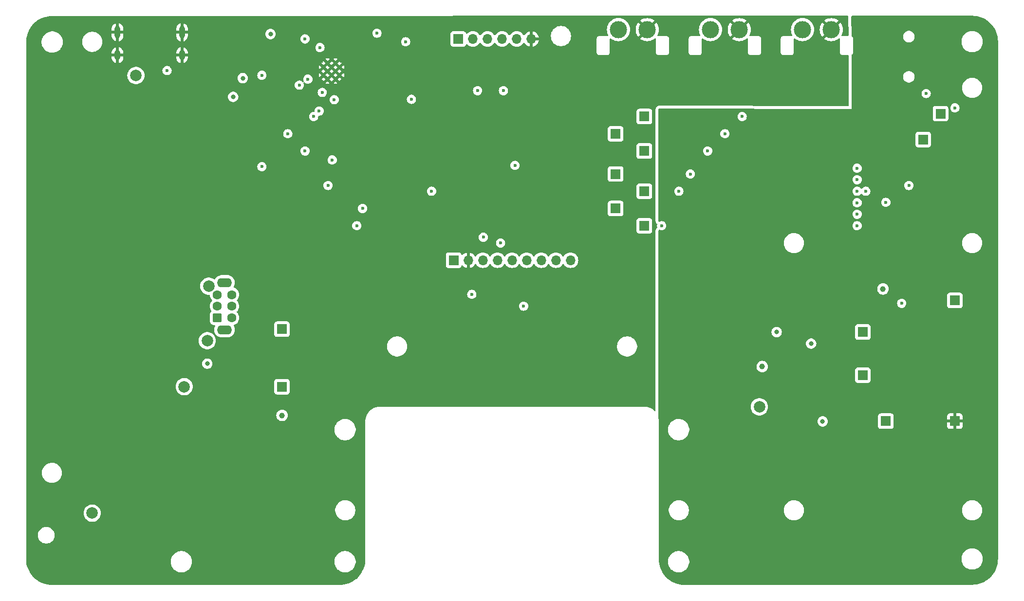
<source format=gbr>
%TF.GenerationSoftware,KiCad,Pcbnew,8.0.6*%
%TF.CreationDate,2024-10-30T23:15:20-04:00*%
%TF.ProjectId,live-caption-badge,6c697665-2d63-4617-9074-696f6e2d6261,rev?*%
%TF.SameCoordinates,Original*%
%TF.FileFunction,Copper,L3,Inr*%
%TF.FilePolarity,Positive*%
%FSLAX46Y46*%
G04 Gerber Fmt 4.6, Leading zero omitted, Abs format (unit mm)*
G04 Created by KiCad (PCBNEW 8.0.6) date 2024-10-30 23:15:20*
%MOMM*%
%LPD*%
G01*
G04 APERTURE LIST*
G04 Aperture macros list*
%AMRoundRect*
0 Rectangle with rounded corners*
0 $1 Rounding radius*
0 $2 $3 $4 $5 $6 $7 $8 $9 X,Y pos of 4 corners*
0 Add a 4 corners polygon primitive as box body*
4,1,4,$2,$3,$4,$5,$6,$7,$8,$9,$2,$3,0*
0 Add four circle primitives for the rounded corners*
1,1,$1+$1,$2,$3*
1,1,$1+$1,$4,$5*
1,1,$1+$1,$6,$7*
1,1,$1+$1,$8,$9*
0 Add four rect primitives between the rounded corners*
20,1,$1+$1,$2,$3,$4,$5,0*
20,1,$1+$1,$4,$5,$6,$7,0*
20,1,$1+$1,$6,$7,$8,$9,0*
20,1,$1+$1,$8,$9,$2,$3,0*%
G04 Aperture macros list end*
%TA.AperFunction,ComponentPad*%
%ADD10O,1.000000X1.800000*%
%TD*%
%TA.AperFunction,ComponentPad*%
%ADD11O,1.000000X2.200000*%
%TD*%
%TA.AperFunction,ComponentPad*%
%ADD12R,1.700000X1.700000*%
%TD*%
%TA.AperFunction,ComponentPad*%
%ADD13O,1.700000X1.700000*%
%TD*%
%TA.AperFunction,ComponentPad*%
%ADD14C,3.000000*%
%TD*%
%TA.AperFunction,HeatsinkPad*%
%ADD15C,0.600000*%
%TD*%
%TA.AperFunction,ComponentPad*%
%ADD16C,1.600000*%
%TD*%
%TA.AperFunction,ComponentPad*%
%ADD17RoundRect,0.285714X0.514286X-0.514286X0.514286X0.514286X-0.514286X0.514286X-0.514286X-0.514286X0*%
%TD*%
%TA.AperFunction,WasherPad*%
%ADD18O,2.600000X1.600000*%
%TD*%
%TA.AperFunction,ViaPad*%
%ADD19C,0.600000*%
%TD*%
%TA.AperFunction,ViaPad*%
%ADD20C,0.800000*%
%TD*%
%TA.AperFunction,ViaPad*%
%ADD21C,1.000000*%
%TD*%
%TA.AperFunction,ViaPad*%
%ADD22C,2.000000*%
%TD*%
G04 APERTURE END LIST*
D10*
%TO.N,GND*%
%TO.C,J5*%
X57620000Y-37325000D03*
D11*
X57620000Y-33325000D03*
D10*
X46380000Y-37325000D03*
D11*
X46380000Y-33325000D03*
%TD*%
D12*
%TO.N,+3V3*%
%TO.C,J2*%
X105650000Y-34500000D03*
D13*
%TO.N,/UART_TX*%
X108190000Y-34500000D03*
%TO.N,/UART_RX*%
X110730000Y-34500000D03*
%TO.N,/ESP_IO0*%
X113270000Y-34500000D03*
%TO.N,/ESP_EN*%
X115810000Y-34500000D03*
%TO.N,GND*%
X118350000Y-34500000D03*
%TD*%
D12*
%TO.N,/Audio/DAC_OUTP*%
%TO.C,TP12*%
X176000000Y-93000000D03*
%TD*%
%TO.N,+3V3*%
%TO.C,TP2*%
X75000000Y-85000000D03*
%TD*%
%TO.N,/Audio/MIC_IN*%
%TO.C,TP15*%
X189500000Y-47500000D03*
%TD*%
%TO.N,/I2S_LRCK*%
%TO.C,TP6*%
X138000000Y-61000000D03*
%TD*%
D14*
%TO.N,GND*%
%TO.C,SW4*%
X154500000Y-32887500D03*
%TO.N,/BTN2*%
X149500000Y-32887500D03*
%TD*%
D12*
%TO.N,/I2S_SDIN*%
%TO.C,TP8*%
X138000000Y-67000000D03*
%TD*%
D14*
%TO.N,GND*%
%TO.C,SW5*%
X138500000Y-32887500D03*
%TO.N,/BTN3*%
X133500000Y-32887500D03*
%TD*%
D12*
%TO.N,/Audio/MIC_BIAS*%
%TO.C,TP14*%
X186500000Y-52000000D03*
%TD*%
%TO.N,/I2C_SDA*%
%TO.C,TP9*%
X138000000Y-48000000D03*
%TD*%
%TO.N,/I2S_MCLK*%
%TO.C,TP4*%
X138000000Y-54000000D03*
%TD*%
%TO.N,/I2S_SCLK*%
%TO.C,TP5*%
X133000000Y-58000000D03*
%TD*%
D15*
%TO.N,GND*%
%TO.C,U1*%
X82200000Y-39400000D03*
X82200000Y-40800000D03*
X82900000Y-38700000D03*
X82900000Y-40100000D03*
X82900000Y-41500000D03*
X83600000Y-39400000D03*
X83600000Y-40800000D03*
X84300000Y-38700000D03*
X84300000Y-40100000D03*
X84300000Y-41500000D03*
X85000000Y-39400000D03*
X85000000Y-40800000D03*
%TD*%
D12*
%TO.N,/I2C_SCL*%
%TO.C,TP10*%
X133000000Y-51000000D03*
%TD*%
%TO.N,/I2S_SDOUT*%
%TO.C,TP7*%
X133000000Y-64000000D03*
%TD*%
D14*
%TO.N,GND*%
%TO.C,SW3*%
X170500000Y-32887500D03*
%TO.N,/BTN1*%
X165500000Y-32887500D03*
%TD*%
D12*
%TO.N,V_UNREG*%
%TO.C,TP1*%
X75000000Y-95000000D03*
%TD*%
D16*
%TO.N,unconnected-(SW1B-C-Pad6)*%
%TO.C,SW1*%
X66250000Y-83000000D03*
%TO.N,unconnected-(SW1B-B-Pad5)*%
X66250000Y-81000000D03*
%TO.N,unconnected-(SW1B-A-Pad4)*%
X66250000Y-79000000D03*
%TO.N,VBUS*%
X63750000Y-79000000D03*
%TO.N,V_UNREG*%
X63750000Y-81000000D03*
D17*
%TO.N,+BATT*%
X63750000Y-83000000D03*
D18*
%TO.N,*%
X65000000Y-76900000D03*
X65000000Y-85100000D03*
%TD*%
D12*
%TO.N,/Audio/DAC_OUTN*%
%TO.C,TP13*%
X176000000Y-85500000D03*
%TD*%
%TO.N,+3V3*%
%TO.C,J3*%
X104840000Y-73000000D03*
D13*
%TO.N,GND*%
X107380000Y-73000000D03*
%TO.N,/SPI_MOSI*%
X109920000Y-73000000D03*
%TO.N,/SPI_SCK*%
X112460000Y-73000000D03*
%TO.N,/SPI_CS*%
X115000000Y-73000000D03*
%TO.N,/EPD_DC*%
X117540000Y-73000000D03*
%TO.N,/EPD_~{RST}*%
X120080000Y-73000000D03*
%TO.N,/EPD_~{BUSY}*%
X122620000Y-73000000D03*
%TO.N,/EPD_PWR*%
X125160000Y-73000000D03*
%TD*%
D12*
%TO.N,+3.3VA*%
%TO.C,TP3*%
X180000000Y-101000000D03*
%TD*%
%TO.N,/Audio/AUDIO_OUT*%
%TO.C,TP16*%
X192000000Y-80000000D03*
%TD*%
%TO.N,GNDA*%
%TO.C,TP11*%
X192000000Y-101000000D03*
%TD*%
D19*
%TO.N,GNDA*%
X177000000Y-62000000D03*
%TO.N,/ESP_EN*%
X79000000Y-34500000D03*
%TO.N,/ESP_IO0*%
X91500000Y-33500000D03*
%TO.N,GND*%
X57000000Y-40500000D03*
X60000000Y-37500000D03*
D20*
X104500000Y-40500000D03*
X104500000Y-43500000D03*
X104500000Y-46500000D03*
%TO.N,+3V3*%
X73000000Y-33650000D03*
X66500000Y-44575000D03*
X62000000Y-91000000D03*
D21*
X75000000Y-100000000D03*
D20*
X68175000Y-41325000D03*
D22*
%TO.N,+BATT*%
X62000000Y-87000000D03*
X42000000Y-117000000D03*
D20*
%TO.N,+3.3VA*%
X161000000Y-85500000D03*
X169000000Y-101050000D03*
D19*
X176500000Y-61000000D03*
D20*
X167000000Y-87500000D03*
D19*
X184000000Y-60000000D03*
D21*
X158500000Y-91500000D03*
X179500000Y-78000000D03*
D20*
%TO.N,GNDA*%
X174000000Y-88000000D03*
D19*
X185000000Y-66500000D03*
X162030331Y-82969669D03*
X185000000Y-69000000D03*
D20*
X166000000Y-89000000D03*
D19*
%TO.N,/EPD_~{RST}*%
X117000000Y-81000000D03*
X108000000Y-78939339D03*
%TO.N,/SPI_MOSI*%
X110000000Y-69000000D03*
%TO.N,/SPI_CS*%
X109000000Y-43500000D03*
X79500000Y-41500000D03*
%TO.N,/EPD_DC*%
X115500000Y-56500000D03*
X83730383Y-55555466D03*
%TO.N,/EPD_~{BUSY}*%
X113000000Y-70000000D03*
%TO.N,/I2C_SDA*%
X82000000Y-43810000D03*
X155000000Y-48000000D03*
X175000000Y-57000000D03*
%TO.N,/I2C_SCL*%
X84080000Y-45080000D03*
X152000000Y-51000000D03*
X175000000Y-59000000D03*
%TO.N,/I2S_SDOUT*%
X175000000Y-67000000D03*
X89000000Y-64000000D03*
%TO.N,/I2S_SDIN*%
X88000000Y-67000000D03*
X141000000Y-67000000D03*
X80500000Y-48000000D03*
X79000000Y-54000000D03*
%TO.N,/I2S_MCLK*%
X149000000Y-54000000D03*
X78000000Y-42540000D03*
X175000000Y-61000000D03*
%TO.N,/I2S_LRCK*%
X101000000Y-61000000D03*
X144000000Y-61000000D03*
X175000000Y-65000000D03*
%TO.N,/I2S_SCLK*%
X146000000Y-58000000D03*
X175000000Y-63000000D03*
X83000000Y-60000000D03*
%TO.N,/AMP_CTRL*%
X182750000Y-80500000D03*
X96500000Y-35000000D03*
%TO.N,/ADC_INT*%
X180000000Y-62940984D03*
X97500000Y-45000000D03*
%TO.N,/Audio/AUDIO_OUT*%
X192000000Y-46500000D03*
X187000000Y-44000000D03*
D22*
%TO.N,V_UNREG*%
X58000000Y-95000000D03*
X158000000Y-98500000D03*
%TO.N,VBUS*%
X49600000Y-40850000D03*
D19*
X55000000Y-40000000D03*
D22*
X62250000Y-77500000D03*
D19*
%TO.N,/EPD_PWR*%
X81600000Y-36000000D03*
X113500000Y-43500000D03*
%TO.N,/ESP_EN*%
X71500000Y-40825000D03*
X71500000Y-56725000D03*
%TO.N,/ESP_IO0*%
X76000000Y-51000000D03*
X81449669Y-47050331D03*
%TD*%
%TA.AperFunction,Conductor*%
%TO.N,GND*%
G36*
X173424444Y-30489441D02*
G01*
X173470211Y-30542234D01*
X173481427Y-30593206D01*
X173483112Y-30963128D01*
X173496318Y-33862436D01*
X173476940Y-33929564D01*
X173424345Y-33975559D01*
X173372320Y-33987000D01*
X172434103Y-33987000D01*
X172414232Y-33992325D01*
X172344382Y-33990661D01*
X172286520Y-33951498D01*
X172259018Y-33887269D01*
X172270606Y-33818367D01*
X172273309Y-33813123D01*
X172323908Y-33720457D01*
X172423890Y-33452395D01*
X172484699Y-33172862D01*
X172505109Y-32887501D01*
X172505109Y-32887498D01*
X172484699Y-32602137D01*
X172423890Y-32322604D01*
X172323908Y-32054541D01*
X172186808Y-31803461D01*
X172186807Y-31803460D01*
X172080115Y-31660936D01*
X171177577Y-32563474D01*
X171164641Y-32532242D01*
X171082563Y-32409403D01*
X170978097Y-32304937D01*
X170855258Y-32222859D01*
X170824024Y-32209921D01*
X171726562Y-31307383D01*
X171726561Y-31307382D01*
X171584046Y-31200696D01*
X171584038Y-31200691D01*
X171332957Y-31063591D01*
X171332958Y-31063591D01*
X171064895Y-30963609D01*
X170785362Y-30902800D01*
X170500001Y-30882391D01*
X170499999Y-30882391D01*
X170214637Y-30902800D01*
X169935104Y-30963609D01*
X169667041Y-31063591D01*
X169415961Y-31200691D01*
X169415953Y-31200696D01*
X169273437Y-31307382D01*
X169273436Y-31307383D01*
X170175975Y-32209921D01*
X170144742Y-32222859D01*
X170021903Y-32304937D01*
X169917437Y-32409403D01*
X169835359Y-32532242D01*
X169822421Y-32563474D01*
X168919883Y-31660936D01*
X168919882Y-31660937D01*
X168813196Y-31803453D01*
X168813191Y-31803461D01*
X168676091Y-32054541D01*
X168576109Y-32322604D01*
X168515300Y-32602137D01*
X168494891Y-32887498D01*
X168494891Y-32887501D01*
X168515300Y-33172862D01*
X168576109Y-33452395D01*
X168676091Y-33720458D01*
X168813191Y-33971538D01*
X168813196Y-33971546D01*
X168919882Y-34114061D01*
X168919883Y-34114062D01*
X169822421Y-33211524D01*
X169835359Y-33242758D01*
X169917437Y-33365597D01*
X170021903Y-33470063D01*
X170144742Y-33552141D01*
X170175974Y-33565078D01*
X169273436Y-34467615D01*
X169415960Y-34574307D01*
X169415961Y-34574308D01*
X169667042Y-34711408D01*
X169667041Y-34711408D01*
X169935104Y-34811390D01*
X170214637Y-34872199D01*
X170499999Y-34892609D01*
X170500001Y-34892609D01*
X170785362Y-34872199D01*
X171064895Y-34811390D01*
X171332958Y-34711408D01*
X171584038Y-34574308D01*
X171584039Y-34574307D01*
X171801189Y-34411751D01*
X171866654Y-34387334D01*
X171934927Y-34402186D01*
X171984332Y-34451591D01*
X171999500Y-34511018D01*
X171999500Y-36853391D01*
X172033608Y-36980687D01*
X172066554Y-37037750D01*
X172099500Y-37094814D01*
X172192686Y-37188000D01*
X172306814Y-37253892D01*
X172434108Y-37288000D01*
X173388485Y-37288000D01*
X173455524Y-37307685D01*
X173501279Y-37360489D01*
X173512483Y-37411432D01*
X173529063Y-41051243D01*
X173529744Y-41200845D01*
X173529744Y-41200846D01*
X173532358Y-41774782D01*
X173537427Y-42887561D01*
X173537427Y-42887563D01*
X173537567Y-42918392D01*
X173542494Y-43999996D01*
X173542494Y-44000019D01*
X173542504Y-44002285D01*
X173551824Y-46048744D01*
X173532445Y-46115873D01*
X173479850Y-46161868D01*
X173427530Y-46173309D01*
X140585704Y-46095114D01*
X140515305Y-46102558D01*
X140477616Y-46106543D01*
X140477612Y-46106543D01*
X140477610Y-46106544D01*
X140477605Y-46106545D01*
X140425811Y-46117749D01*
X140322702Y-46152001D01*
X140322700Y-46152002D01*
X140201669Y-46229784D01*
X140201658Y-46229793D01*
X140148866Y-46275537D01*
X140054640Y-46384278D01*
X140054637Y-46384282D01*
X140001792Y-46499996D01*
X140001791Y-46499998D01*
X139994871Y-46515148D01*
X139975183Y-46582196D01*
X139954707Y-46724615D01*
X139954707Y-66169401D01*
X139965714Y-66274316D01*
X139965714Y-66274319D01*
X139971864Y-66303304D01*
X139976398Y-66324672D01*
X140008938Y-66425013D01*
X140008941Y-66425017D01*
X140085479Y-66546846D01*
X140130346Y-66599713D01*
X140130669Y-66600097D01*
X140130687Y-66600116D01*
X140130691Y-66600119D01*
X140130694Y-66600123D01*
X140191345Y-66653777D01*
X140228514Y-66712939D01*
X140227797Y-66782805D01*
X140226228Y-66787603D01*
X140214630Y-66820748D01*
X140194435Y-66999996D01*
X140194435Y-67000003D01*
X140214630Y-67179249D01*
X140214632Y-67179257D01*
X140225819Y-67211227D01*
X140229380Y-67281006D01*
X140194651Y-67341633D01*
X140189980Y-67345894D01*
X140148863Y-67381522D01*
X140054640Y-67490259D01*
X140054637Y-67490263D01*
X139994871Y-67621129D01*
X139975183Y-67688177D01*
X139954707Y-67830596D01*
X139954707Y-99115569D01*
X139935022Y-99182608D01*
X139882218Y-99228363D01*
X139813060Y-99238307D01*
X139749504Y-99209282D01*
X139748480Y-99208384D01*
X139544927Y-99028052D01*
X139544921Y-99028047D01*
X139295973Y-98856212D01*
X139295964Y-98856206D01*
X139028117Y-98715628D01*
X138745272Y-98608358D01*
X138629820Y-98579902D01*
X138451551Y-98535963D01*
X138271371Y-98514085D01*
X138151254Y-98499500D01*
X138151252Y-98499500D01*
X138065892Y-98499500D01*
X92065892Y-98499500D01*
X92000000Y-98499500D01*
X91848748Y-98499500D01*
X91848746Y-98499500D01*
X91698598Y-98517731D01*
X91548449Y-98535963D01*
X91429602Y-98565255D01*
X91254727Y-98608358D01*
X90971882Y-98715628D01*
X90704035Y-98856206D01*
X90704026Y-98856212D01*
X90455078Y-99028047D01*
X90455072Y-99028052D01*
X90228648Y-99228646D01*
X90228646Y-99228648D01*
X90028052Y-99455072D01*
X90028047Y-99455078D01*
X89856212Y-99704026D01*
X89856206Y-99704035D01*
X89715628Y-99971882D01*
X89608358Y-100254727D01*
X89578200Y-100377085D01*
X89535963Y-100548449D01*
X89522006Y-100663394D01*
X89499500Y-100848745D01*
X89499500Y-124997293D01*
X89499382Y-125002702D01*
X89482614Y-125386750D01*
X89481671Y-125397526D01*
X89431849Y-125775957D01*
X89429971Y-125786610D01*
X89347354Y-126159272D01*
X89344554Y-126169721D01*
X89229775Y-126533755D01*
X89226075Y-126543921D01*
X89080002Y-126896572D01*
X89075430Y-126906376D01*
X88899183Y-127244942D01*
X88893775Y-127254310D01*
X88688681Y-127576244D01*
X88682476Y-127585105D01*
X88450110Y-127887930D01*
X88443156Y-127896217D01*
X88185284Y-128177635D01*
X88177635Y-128185284D01*
X87896217Y-128443156D01*
X87887930Y-128450110D01*
X87585105Y-128682476D01*
X87576244Y-128688681D01*
X87254310Y-128893775D01*
X87244942Y-128899183D01*
X86906376Y-129075430D01*
X86896572Y-129080002D01*
X86543921Y-129226075D01*
X86533755Y-129229775D01*
X86169721Y-129344554D01*
X86159272Y-129347354D01*
X85786610Y-129429971D01*
X85775957Y-129431849D01*
X85397526Y-129481671D01*
X85386750Y-129482614D01*
X85002703Y-129499382D01*
X84997294Y-129499500D01*
X35002706Y-129499500D01*
X34997297Y-129499382D01*
X34613249Y-129482614D01*
X34602473Y-129481671D01*
X34224042Y-129431849D01*
X34213389Y-129429971D01*
X33840727Y-129347354D01*
X33830278Y-129344554D01*
X33466244Y-129229775D01*
X33456078Y-129226075D01*
X33103427Y-129080002D01*
X33093623Y-129075430D01*
X32755057Y-128899183D01*
X32745689Y-128893775D01*
X32423755Y-128688681D01*
X32414894Y-128682476D01*
X32112069Y-128450110D01*
X32103782Y-128443156D01*
X31822364Y-128185284D01*
X31814715Y-128177635D01*
X31556843Y-127896217D01*
X31549889Y-127887930D01*
X31317523Y-127585105D01*
X31311318Y-127576244D01*
X31106224Y-127254310D01*
X31100816Y-127244942D01*
X30924569Y-126906376D01*
X30919997Y-126896572D01*
X30773920Y-126543911D01*
X30770224Y-126533755D01*
X30655442Y-126169710D01*
X30652648Y-126159284D01*
X30570025Y-125786597D01*
X30568152Y-125775971D01*
X30518326Y-125397506D01*
X30517386Y-125386771D01*
X30514707Y-125325411D01*
X55649500Y-125325411D01*
X55649500Y-125567988D01*
X55681161Y-125808485D01*
X55743947Y-126042804D01*
X55792190Y-126159272D01*
X55836776Y-126266912D01*
X55958064Y-126476989D01*
X55958066Y-126476992D01*
X55958067Y-126476993D01*
X56105733Y-126669436D01*
X56105739Y-126669443D01*
X56277256Y-126840960D01*
X56277263Y-126840966D01*
X56356245Y-126901571D01*
X56469711Y-126988636D01*
X56679788Y-127109924D01*
X56903900Y-127202754D01*
X57138211Y-127265538D01*
X57318586Y-127289284D01*
X57378711Y-127297200D01*
X57378712Y-127297200D01*
X57621289Y-127297200D01*
X57669388Y-127290867D01*
X57861789Y-127265538D01*
X58096100Y-127202754D01*
X58320212Y-127109924D01*
X58530289Y-126988636D01*
X58722738Y-126840965D01*
X58894265Y-126669438D01*
X59041936Y-126476989D01*
X59163224Y-126266912D01*
X59256054Y-126042800D01*
X59318838Y-125808489D01*
X59350500Y-125567988D01*
X59350500Y-125325412D01*
X59350500Y-125325411D01*
X84113966Y-125325411D01*
X84113966Y-125567988D01*
X84145627Y-125808485D01*
X84208413Y-126042804D01*
X84256656Y-126159272D01*
X84301242Y-126266912D01*
X84422530Y-126476989D01*
X84422532Y-126476992D01*
X84422533Y-126476993D01*
X84570199Y-126669436D01*
X84570205Y-126669443D01*
X84741722Y-126840960D01*
X84741729Y-126840966D01*
X84820711Y-126901571D01*
X84934177Y-126988636D01*
X85144254Y-127109924D01*
X85368366Y-127202754D01*
X85602677Y-127265538D01*
X85783052Y-127289284D01*
X85843177Y-127297200D01*
X85843178Y-127297200D01*
X86085755Y-127297200D01*
X86133854Y-127290867D01*
X86326255Y-127265538D01*
X86560566Y-127202754D01*
X86784678Y-127109924D01*
X86994755Y-126988636D01*
X87187204Y-126840965D01*
X87358731Y-126669438D01*
X87506402Y-126476989D01*
X87627690Y-126266912D01*
X87720520Y-126042800D01*
X87783304Y-125808489D01*
X87814966Y-125567988D01*
X87814966Y-125325412D01*
X87783304Y-125084911D01*
X87720520Y-124850600D01*
X87627690Y-124626488D01*
X87506402Y-124416411D01*
X87358731Y-124223962D01*
X87358726Y-124223956D01*
X87187209Y-124052439D01*
X87187202Y-124052433D01*
X86994759Y-123904767D01*
X86994758Y-123904766D01*
X86994755Y-123904764D01*
X86784678Y-123783476D01*
X86784671Y-123783473D01*
X86560570Y-123690647D01*
X86326251Y-123627861D01*
X86085755Y-123596200D01*
X86085754Y-123596200D01*
X85843178Y-123596200D01*
X85843177Y-123596200D01*
X85602680Y-123627861D01*
X85368361Y-123690647D01*
X85144260Y-123783473D01*
X85144251Y-123783477D01*
X84934172Y-123904767D01*
X84741729Y-124052433D01*
X84741722Y-124052439D01*
X84570205Y-124223956D01*
X84570199Y-124223963D01*
X84422533Y-124416406D01*
X84301243Y-124626485D01*
X84301239Y-124626494D01*
X84208413Y-124850595D01*
X84145627Y-125084914D01*
X84113966Y-125325411D01*
X59350500Y-125325411D01*
X59318838Y-125084911D01*
X59256054Y-124850600D01*
X59163224Y-124626488D01*
X59041936Y-124416411D01*
X58894265Y-124223962D01*
X58894260Y-124223956D01*
X58722743Y-124052439D01*
X58722736Y-124052433D01*
X58530293Y-123904767D01*
X58530292Y-123904766D01*
X58530289Y-123904764D01*
X58320212Y-123783476D01*
X58320205Y-123783473D01*
X58096104Y-123690647D01*
X57861785Y-123627861D01*
X57621289Y-123596200D01*
X57621288Y-123596200D01*
X57378712Y-123596200D01*
X57378711Y-123596200D01*
X57138214Y-123627861D01*
X56903895Y-123690647D01*
X56679794Y-123783473D01*
X56679785Y-123783477D01*
X56469706Y-123904767D01*
X56277263Y-124052433D01*
X56277256Y-124052439D01*
X56105739Y-124223956D01*
X56105733Y-124223963D01*
X55958067Y-124416406D01*
X55836777Y-124626485D01*
X55836773Y-124626494D01*
X55743947Y-124850595D01*
X55681161Y-125084914D01*
X55649500Y-125325411D01*
X30514707Y-125325411D01*
X30500618Y-125002702D01*
X30500500Y-124997293D01*
X30500500Y-120725837D01*
X32549500Y-120725837D01*
X32549500Y-120954162D01*
X32585215Y-121179660D01*
X32655770Y-121396803D01*
X32759421Y-121600228D01*
X32893621Y-121784937D01*
X33055063Y-121946379D01*
X33239772Y-122080579D01*
X33335884Y-122129550D01*
X33443196Y-122184229D01*
X33443198Y-122184229D01*
X33443201Y-122184231D01*
X33559592Y-122222049D01*
X33660339Y-122254784D01*
X33885838Y-122290500D01*
X33885843Y-122290500D01*
X34114162Y-122290500D01*
X34339660Y-122254784D01*
X34556799Y-122184231D01*
X34760228Y-122080579D01*
X34944937Y-121946379D01*
X35106379Y-121784937D01*
X35240579Y-121600228D01*
X35344231Y-121396799D01*
X35414784Y-121179660D01*
X35450500Y-120954162D01*
X35450500Y-120725837D01*
X35414784Y-120500339D01*
X35344229Y-120283196D01*
X35240578Y-120079771D01*
X35106379Y-119895063D01*
X34944937Y-119733621D01*
X34760228Y-119599421D01*
X34556803Y-119495770D01*
X34339660Y-119425215D01*
X34114162Y-119389500D01*
X34114157Y-119389500D01*
X33885843Y-119389500D01*
X33885838Y-119389500D01*
X33660339Y-119425215D01*
X33443196Y-119495770D01*
X33239771Y-119599421D01*
X33055061Y-119733622D01*
X32893622Y-119895061D01*
X32759421Y-120079771D01*
X32655770Y-120283196D01*
X32585215Y-120500339D01*
X32549500Y-120725837D01*
X30500500Y-120725837D01*
X30500500Y-116999994D01*
X40494357Y-116999994D01*
X40494357Y-117000005D01*
X40514890Y-117247812D01*
X40514892Y-117247824D01*
X40575936Y-117488881D01*
X40675826Y-117716606D01*
X40811833Y-117924782D01*
X40811836Y-117924785D01*
X40980256Y-118107738D01*
X41176491Y-118260474D01*
X41395190Y-118378828D01*
X41630386Y-118459571D01*
X41875665Y-118500500D01*
X42124335Y-118500500D01*
X42369614Y-118459571D01*
X42604810Y-118378828D01*
X42823509Y-118260474D01*
X43019744Y-118107738D01*
X43188164Y-117924785D01*
X43324173Y-117716607D01*
X43424063Y-117488881D01*
X43485108Y-117247821D01*
X43485109Y-117247812D01*
X43505643Y-117000005D01*
X43505643Y-116999994D01*
X43485109Y-116752187D01*
X43485107Y-116752175D01*
X43424063Y-116511118D01*
X43368855Y-116385258D01*
X84249500Y-116385258D01*
X84249500Y-116614741D01*
X84267595Y-116752175D01*
X84279452Y-116842238D01*
X84279453Y-116842240D01*
X84338842Y-117063887D01*
X84426650Y-117275876D01*
X84426657Y-117275890D01*
X84541392Y-117474617D01*
X84681081Y-117656661D01*
X84681089Y-117656670D01*
X84843330Y-117818911D01*
X84843338Y-117818918D01*
X85025382Y-117958607D01*
X85025385Y-117958608D01*
X85025388Y-117958611D01*
X85224112Y-118073344D01*
X85224117Y-118073346D01*
X85224123Y-118073349D01*
X85307146Y-118107738D01*
X85436113Y-118161158D01*
X85657762Y-118220548D01*
X85885266Y-118250500D01*
X85885273Y-118250500D01*
X86114727Y-118250500D01*
X86114734Y-118250500D01*
X86342238Y-118220548D01*
X86563887Y-118161158D01*
X86775888Y-118073344D01*
X86974612Y-117958611D01*
X87156661Y-117818919D01*
X87156665Y-117818914D01*
X87156670Y-117818911D01*
X87318911Y-117656670D01*
X87318914Y-117656665D01*
X87318919Y-117656661D01*
X87458611Y-117474612D01*
X87573344Y-117275888D01*
X87661158Y-117063887D01*
X87720548Y-116842238D01*
X87750500Y-116614734D01*
X87750500Y-116385266D01*
X87720548Y-116157762D01*
X87661158Y-115936113D01*
X87573344Y-115724112D01*
X87458611Y-115525388D01*
X87458608Y-115525385D01*
X87458607Y-115525382D01*
X87318918Y-115343338D01*
X87318911Y-115343330D01*
X87156670Y-115181089D01*
X87156661Y-115181081D01*
X86974617Y-115041392D01*
X86775890Y-114926657D01*
X86775876Y-114926650D01*
X86563887Y-114838842D01*
X86342238Y-114779452D01*
X86304215Y-114774446D01*
X86114741Y-114749500D01*
X86114734Y-114749500D01*
X85885266Y-114749500D01*
X85885258Y-114749500D01*
X85668715Y-114778009D01*
X85657762Y-114779452D01*
X85564076Y-114804554D01*
X85436112Y-114838842D01*
X85224123Y-114926650D01*
X85224109Y-114926657D01*
X85025382Y-115041392D01*
X84843338Y-115181081D01*
X84681081Y-115343338D01*
X84541392Y-115525382D01*
X84426657Y-115724109D01*
X84426650Y-115724123D01*
X84338842Y-115936112D01*
X84279453Y-116157759D01*
X84279451Y-116157770D01*
X84249500Y-116385258D01*
X43368855Y-116385258D01*
X43324173Y-116283393D01*
X43188166Y-116075217D01*
X43166557Y-116051744D01*
X43019744Y-115892262D01*
X42823509Y-115739526D01*
X42823507Y-115739525D01*
X42823506Y-115739524D01*
X42604811Y-115621172D01*
X42604802Y-115621169D01*
X42369616Y-115540429D01*
X42124335Y-115499500D01*
X41875665Y-115499500D01*
X41630383Y-115540429D01*
X41395197Y-115621169D01*
X41395188Y-115621172D01*
X41176493Y-115739524D01*
X40980257Y-115892261D01*
X40811833Y-116075217D01*
X40675826Y-116283393D01*
X40575936Y-116511118D01*
X40514892Y-116752175D01*
X40514890Y-116752187D01*
X40494357Y-116999994D01*
X30500500Y-116999994D01*
X30500500Y-109885258D01*
X33249500Y-109885258D01*
X33249500Y-110114741D01*
X33274446Y-110304215D01*
X33279452Y-110342238D01*
X33279453Y-110342240D01*
X33338842Y-110563887D01*
X33426650Y-110775876D01*
X33426657Y-110775890D01*
X33541392Y-110974617D01*
X33681081Y-111156661D01*
X33681089Y-111156670D01*
X33843330Y-111318911D01*
X33843338Y-111318918D01*
X34025382Y-111458607D01*
X34025385Y-111458608D01*
X34025388Y-111458611D01*
X34224112Y-111573344D01*
X34224117Y-111573346D01*
X34224123Y-111573349D01*
X34315480Y-111611190D01*
X34436113Y-111661158D01*
X34657762Y-111720548D01*
X34885266Y-111750500D01*
X34885273Y-111750500D01*
X35114727Y-111750500D01*
X35114734Y-111750500D01*
X35342238Y-111720548D01*
X35563887Y-111661158D01*
X35775888Y-111573344D01*
X35974612Y-111458611D01*
X36156661Y-111318919D01*
X36156665Y-111318914D01*
X36156670Y-111318911D01*
X36318911Y-111156670D01*
X36318914Y-111156665D01*
X36318919Y-111156661D01*
X36458611Y-110974612D01*
X36573344Y-110775888D01*
X36661158Y-110563887D01*
X36720548Y-110342238D01*
X36750500Y-110114734D01*
X36750500Y-109885266D01*
X36720548Y-109657762D01*
X36661158Y-109436113D01*
X36573344Y-109224112D01*
X36458611Y-109025388D01*
X36458608Y-109025385D01*
X36458607Y-109025382D01*
X36318918Y-108843338D01*
X36318911Y-108843330D01*
X36156670Y-108681089D01*
X36156661Y-108681081D01*
X35974617Y-108541392D01*
X35775890Y-108426657D01*
X35775876Y-108426650D01*
X35563887Y-108338842D01*
X35342238Y-108279452D01*
X35304215Y-108274446D01*
X35114741Y-108249500D01*
X35114734Y-108249500D01*
X34885266Y-108249500D01*
X34885258Y-108249500D01*
X34668715Y-108278009D01*
X34657762Y-108279452D01*
X34564076Y-108304554D01*
X34436112Y-108338842D01*
X34224123Y-108426650D01*
X34224109Y-108426657D01*
X34025382Y-108541392D01*
X33843338Y-108681081D01*
X33681081Y-108843338D01*
X33541392Y-109025382D01*
X33426657Y-109224109D01*
X33426650Y-109224123D01*
X33338842Y-109436112D01*
X33279453Y-109657759D01*
X33279451Y-109657770D01*
X33249500Y-109885258D01*
X30500500Y-109885258D01*
X30500500Y-102360944D01*
X84113966Y-102360944D01*
X84113966Y-102603521D01*
X84145627Y-102844018D01*
X84208413Y-103078337D01*
X84301239Y-103302438D01*
X84301242Y-103302445D01*
X84422530Y-103512522D01*
X84422532Y-103512525D01*
X84422533Y-103512526D01*
X84570199Y-103704969D01*
X84570205Y-103704976D01*
X84741722Y-103876493D01*
X84741728Y-103876498D01*
X84934177Y-104024169D01*
X85144254Y-104145457D01*
X85368366Y-104238287D01*
X85602677Y-104301071D01*
X85783052Y-104324817D01*
X85843177Y-104332733D01*
X85843178Y-104332733D01*
X86085755Y-104332733D01*
X86133854Y-104326400D01*
X86326255Y-104301071D01*
X86560566Y-104238287D01*
X86784678Y-104145457D01*
X86994755Y-104024169D01*
X87187204Y-103876498D01*
X87358731Y-103704971D01*
X87506402Y-103512522D01*
X87627690Y-103302445D01*
X87720520Y-103078333D01*
X87783304Y-102844022D01*
X87814966Y-102603521D01*
X87814966Y-102360945D01*
X87783304Y-102120444D01*
X87720520Y-101886133D01*
X87627690Y-101662021D01*
X87506402Y-101451944D01*
X87358731Y-101259495D01*
X87358726Y-101259489D01*
X87187209Y-101087972D01*
X87187202Y-101087966D01*
X86994759Y-100940300D01*
X86994758Y-100940299D01*
X86994755Y-100940297D01*
X86784678Y-100819009D01*
X86784671Y-100819006D01*
X86560570Y-100726180D01*
X86326251Y-100663394D01*
X86085755Y-100631733D01*
X86085754Y-100631733D01*
X85843178Y-100631733D01*
X85843177Y-100631733D01*
X85602680Y-100663394D01*
X85368361Y-100726180D01*
X85144260Y-100819006D01*
X85144251Y-100819010D01*
X84934172Y-100940300D01*
X84741729Y-101087966D01*
X84741722Y-101087972D01*
X84570205Y-101259489D01*
X84570199Y-101259496D01*
X84422533Y-101451939D01*
X84301243Y-101662018D01*
X84301239Y-101662027D01*
X84208413Y-101886128D01*
X84145627Y-102120447D01*
X84113966Y-102360944D01*
X30500500Y-102360944D01*
X30500500Y-100000000D01*
X73994659Y-100000000D01*
X74013975Y-100196129D01*
X74071188Y-100384733D01*
X74164086Y-100558532D01*
X74164090Y-100558539D01*
X74289116Y-100710883D01*
X74441460Y-100835909D01*
X74441467Y-100835913D01*
X74615266Y-100928811D01*
X74615269Y-100928811D01*
X74615273Y-100928814D01*
X74803868Y-100986024D01*
X75000000Y-101005341D01*
X75196132Y-100986024D01*
X75384727Y-100928814D01*
X75558538Y-100835910D01*
X75710883Y-100710883D01*
X75835910Y-100558538D01*
X75928814Y-100384727D01*
X75986024Y-100196132D01*
X76005341Y-100000000D01*
X75986024Y-99803868D01*
X75928814Y-99615273D01*
X75928811Y-99615269D01*
X75928811Y-99615266D01*
X75835913Y-99441467D01*
X75835909Y-99441460D01*
X75710883Y-99289116D01*
X75558539Y-99164090D01*
X75558532Y-99164086D01*
X75384733Y-99071188D01*
X75384727Y-99071186D01*
X75242534Y-99028052D01*
X75196129Y-99013975D01*
X75000000Y-98994659D01*
X74803870Y-99013975D01*
X74615266Y-99071188D01*
X74441467Y-99164086D01*
X74441460Y-99164090D01*
X74289116Y-99289116D01*
X74164090Y-99441460D01*
X74164086Y-99441467D01*
X74071188Y-99615266D01*
X74013975Y-99803870D01*
X73994659Y-100000000D01*
X30500500Y-100000000D01*
X30500500Y-94999994D01*
X56494357Y-94999994D01*
X56494357Y-95000005D01*
X56514890Y-95247812D01*
X56514892Y-95247824D01*
X56575936Y-95488881D01*
X56675826Y-95716606D01*
X56811833Y-95924782D01*
X56811836Y-95924785D01*
X56980256Y-96107738D01*
X57176491Y-96260474D01*
X57395190Y-96378828D01*
X57630386Y-96459571D01*
X57875665Y-96500500D01*
X58124335Y-96500500D01*
X58369614Y-96459571D01*
X58604810Y-96378828D01*
X58823509Y-96260474D01*
X59019744Y-96107738D01*
X59188164Y-95924785D01*
X59324173Y-95716607D01*
X59424063Y-95488881D01*
X59485108Y-95247821D01*
X59505643Y-95000000D01*
X59485108Y-94752179D01*
X59424063Y-94511119D01*
X59324173Y-94283393D01*
X59205752Y-94102135D01*
X73649500Y-94102135D01*
X73649500Y-95897870D01*
X73649501Y-95897876D01*
X73655908Y-95957483D01*
X73706202Y-96092328D01*
X73706206Y-96092335D01*
X73792452Y-96207544D01*
X73792455Y-96207547D01*
X73907664Y-96293793D01*
X73907671Y-96293797D01*
X74042517Y-96344091D01*
X74042516Y-96344091D01*
X74049444Y-96344835D01*
X74102127Y-96350500D01*
X75897872Y-96350499D01*
X75957483Y-96344091D01*
X76092331Y-96293796D01*
X76207546Y-96207546D01*
X76293796Y-96092331D01*
X76344091Y-95957483D01*
X76350500Y-95897873D01*
X76350499Y-94102128D01*
X76344091Y-94042517D01*
X76293796Y-93907669D01*
X76293795Y-93907668D01*
X76293793Y-93907664D01*
X76207547Y-93792455D01*
X76207544Y-93792452D01*
X76092335Y-93706206D01*
X76092328Y-93706202D01*
X75957482Y-93655908D01*
X75957483Y-93655908D01*
X75897883Y-93649501D01*
X75897881Y-93649500D01*
X75897873Y-93649500D01*
X75897864Y-93649500D01*
X74102129Y-93649500D01*
X74102123Y-93649501D01*
X74042516Y-93655908D01*
X73907671Y-93706202D01*
X73907664Y-93706206D01*
X73792455Y-93792452D01*
X73792452Y-93792455D01*
X73706206Y-93907664D01*
X73706202Y-93907671D01*
X73655908Y-94042517D01*
X73652393Y-94075215D01*
X73649501Y-94102123D01*
X73649500Y-94102135D01*
X59205752Y-94102135D01*
X59205748Y-94102129D01*
X59188166Y-94075217D01*
X59158062Y-94042516D01*
X59019744Y-93892262D01*
X58823509Y-93739526D01*
X58823507Y-93739525D01*
X58823506Y-93739524D01*
X58604811Y-93621172D01*
X58604802Y-93621169D01*
X58369616Y-93540429D01*
X58124335Y-93499500D01*
X57875665Y-93499500D01*
X57630383Y-93540429D01*
X57395197Y-93621169D01*
X57395188Y-93621172D01*
X57176493Y-93739524D01*
X56980257Y-93892261D01*
X56811833Y-94075217D01*
X56675826Y-94283393D01*
X56575936Y-94511118D01*
X56514892Y-94752175D01*
X56514890Y-94752187D01*
X56494357Y-94999994D01*
X30500500Y-94999994D01*
X30500500Y-91000000D01*
X61094540Y-91000000D01*
X61114326Y-91188256D01*
X61114327Y-91188259D01*
X61172818Y-91368277D01*
X61172821Y-91368284D01*
X61267467Y-91532216D01*
X61394129Y-91672888D01*
X61547265Y-91784148D01*
X61547270Y-91784151D01*
X61720192Y-91861142D01*
X61720197Y-91861144D01*
X61905354Y-91900500D01*
X61905355Y-91900500D01*
X62094644Y-91900500D01*
X62094646Y-91900500D01*
X62279803Y-91861144D01*
X62452730Y-91784151D01*
X62605871Y-91672888D01*
X62732533Y-91532216D01*
X62827179Y-91368284D01*
X62885674Y-91188256D01*
X62905460Y-91000000D01*
X62885674Y-90811744D01*
X62827179Y-90631716D01*
X62732533Y-90467784D01*
X62605871Y-90327112D01*
X62605870Y-90327111D01*
X62452734Y-90215851D01*
X62452729Y-90215848D01*
X62279807Y-90138857D01*
X62279802Y-90138855D01*
X62134001Y-90107865D01*
X62094646Y-90099500D01*
X61905354Y-90099500D01*
X61872897Y-90106398D01*
X61720197Y-90138855D01*
X61720192Y-90138857D01*
X61547270Y-90215848D01*
X61547265Y-90215851D01*
X61394129Y-90327111D01*
X61267466Y-90467785D01*
X61172821Y-90631715D01*
X61172818Y-90631722D01*
X61114327Y-90811740D01*
X61114326Y-90811744D01*
X61094540Y-91000000D01*
X30500500Y-91000000D01*
X30500500Y-86999994D01*
X60494357Y-86999994D01*
X60494357Y-87000005D01*
X60514890Y-87247812D01*
X60514892Y-87247824D01*
X60575936Y-87488881D01*
X60675826Y-87716606D01*
X60811833Y-87924782D01*
X60811836Y-87924785D01*
X60980256Y-88107738D01*
X61176491Y-88260474D01*
X61395190Y-88378828D01*
X61630386Y-88459571D01*
X61875665Y-88500500D01*
X62124335Y-88500500D01*
X62369614Y-88459571D01*
X62604810Y-88378828D01*
X62823509Y-88260474D01*
X63019744Y-88107738D01*
X63188164Y-87924785D01*
X63213988Y-87885258D01*
X93249500Y-87885258D01*
X93249500Y-88114741D01*
X93274446Y-88304215D01*
X93279452Y-88342238D01*
X93289257Y-88378830D01*
X93338842Y-88563887D01*
X93426650Y-88775876D01*
X93426657Y-88775890D01*
X93541392Y-88974617D01*
X93681081Y-89156661D01*
X93681089Y-89156670D01*
X93843330Y-89318911D01*
X93843338Y-89318918D01*
X94025382Y-89458607D01*
X94025385Y-89458608D01*
X94025388Y-89458611D01*
X94224112Y-89573344D01*
X94224117Y-89573346D01*
X94224123Y-89573349D01*
X94315480Y-89611190D01*
X94436113Y-89661158D01*
X94657762Y-89720548D01*
X94885266Y-89750500D01*
X94885273Y-89750500D01*
X95114727Y-89750500D01*
X95114734Y-89750500D01*
X95342238Y-89720548D01*
X95563887Y-89661158D01*
X95775888Y-89573344D01*
X95974612Y-89458611D01*
X96156661Y-89318919D01*
X96156665Y-89318914D01*
X96156670Y-89318911D01*
X96318911Y-89156670D01*
X96318914Y-89156665D01*
X96318919Y-89156661D01*
X96458611Y-88974612D01*
X96573344Y-88775888D01*
X96661158Y-88563887D01*
X96720548Y-88342238D01*
X96750500Y-88114734D01*
X96750500Y-87885266D01*
X96750499Y-87885258D01*
X133249500Y-87885258D01*
X133249500Y-88114741D01*
X133274446Y-88304215D01*
X133279452Y-88342238D01*
X133289257Y-88378830D01*
X133338842Y-88563887D01*
X133426650Y-88775876D01*
X133426657Y-88775890D01*
X133541392Y-88974617D01*
X133681081Y-89156661D01*
X133681089Y-89156670D01*
X133843330Y-89318911D01*
X133843338Y-89318918D01*
X134025382Y-89458607D01*
X134025385Y-89458608D01*
X134025388Y-89458611D01*
X134224112Y-89573344D01*
X134224117Y-89573346D01*
X134224123Y-89573349D01*
X134315480Y-89611190D01*
X134436113Y-89661158D01*
X134657762Y-89720548D01*
X134885266Y-89750500D01*
X134885273Y-89750500D01*
X135114727Y-89750500D01*
X135114734Y-89750500D01*
X135342238Y-89720548D01*
X135563887Y-89661158D01*
X135775888Y-89573344D01*
X135974612Y-89458611D01*
X136156661Y-89318919D01*
X136156665Y-89318914D01*
X136156670Y-89318911D01*
X136318911Y-89156670D01*
X136318914Y-89156665D01*
X136318919Y-89156661D01*
X136458611Y-88974612D01*
X136573344Y-88775888D01*
X136661158Y-88563887D01*
X136720548Y-88342238D01*
X136750500Y-88114734D01*
X136750500Y-87885266D01*
X136720548Y-87657762D01*
X136661158Y-87436113D01*
X136573344Y-87224112D01*
X136458611Y-87025388D01*
X136458608Y-87025385D01*
X136458607Y-87025382D01*
X136318918Y-86843338D01*
X136318911Y-86843330D01*
X136156670Y-86681089D01*
X136156661Y-86681081D01*
X135974617Y-86541392D01*
X135775890Y-86426657D01*
X135775876Y-86426650D01*
X135563887Y-86338842D01*
X135342238Y-86279452D01*
X135304215Y-86274446D01*
X135114741Y-86249500D01*
X135114734Y-86249500D01*
X134885266Y-86249500D01*
X134885258Y-86249500D01*
X134668715Y-86278009D01*
X134657762Y-86279452D01*
X134643054Y-86283393D01*
X134436112Y-86338842D01*
X134224123Y-86426650D01*
X134224109Y-86426657D01*
X134025382Y-86541392D01*
X133843338Y-86681081D01*
X133681081Y-86843338D01*
X133541392Y-87025382D01*
X133426657Y-87224109D01*
X133426650Y-87224123D01*
X133338842Y-87436112D01*
X133279453Y-87657759D01*
X133279451Y-87657770D01*
X133249500Y-87885258D01*
X96750499Y-87885258D01*
X96720548Y-87657762D01*
X96661158Y-87436113D01*
X96573344Y-87224112D01*
X96458611Y-87025388D01*
X96458608Y-87025385D01*
X96458607Y-87025382D01*
X96318918Y-86843338D01*
X96318911Y-86843330D01*
X96156670Y-86681089D01*
X96156661Y-86681081D01*
X95974617Y-86541392D01*
X95775890Y-86426657D01*
X95775876Y-86426650D01*
X95563887Y-86338842D01*
X95342238Y-86279452D01*
X95304215Y-86274446D01*
X95114741Y-86249500D01*
X95114734Y-86249500D01*
X94885266Y-86249500D01*
X94885258Y-86249500D01*
X94668715Y-86278009D01*
X94657762Y-86279452D01*
X94643054Y-86283393D01*
X94436112Y-86338842D01*
X94224123Y-86426650D01*
X94224109Y-86426657D01*
X94025382Y-86541392D01*
X93843338Y-86681081D01*
X93681081Y-86843338D01*
X93541392Y-87025382D01*
X93426657Y-87224109D01*
X93426650Y-87224123D01*
X93338842Y-87436112D01*
X93279453Y-87657759D01*
X93279451Y-87657770D01*
X93249500Y-87885258D01*
X63213988Y-87885258D01*
X63324173Y-87716607D01*
X63424063Y-87488881D01*
X63485108Y-87247821D01*
X63487073Y-87224109D01*
X63505643Y-87000005D01*
X63505643Y-86999994D01*
X63485109Y-86752187D01*
X63485107Y-86752175D01*
X63424063Y-86511118D01*
X63324173Y-86283393D01*
X63188166Y-86075217D01*
X63166557Y-86051744D01*
X63019744Y-85892262D01*
X62823509Y-85739526D01*
X62823507Y-85739525D01*
X62823506Y-85739524D01*
X62604811Y-85621172D01*
X62604802Y-85621169D01*
X62369616Y-85540429D01*
X62124335Y-85499500D01*
X61875665Y-85499500D01*
X61630383Y-85540429D01*
X61395197Y-85621169D01*
X61395188Y-85621172D01*
X61176493Y-85739524D01*
X60980257Y-85892261D01*
X60980256Y-85892262D01*
X60975092Y-85897872D01*
X60811833Y-86075217D01*
X60675826Y-86283393D01*
X60575936Y-86511118D01*
X60514892Y-86752175D01*
X60514890Y-86752187D01*
X60494357Y-86999994D01*
X30500500Y-86999994D01*
X30500500Y-77499994D01*
X60744357Y-77499994D01*
X60744357Y-77500005D01*
X60764890Y-77747812D01*
X60764892Y-77747824D01*
X60825936Y-77988881D01*
X60925826Y-78216606D01*
X61061833Y-78424782D01*
X61094245Y-78459991D01*
X61230256Y-78607738D01*
X61426491Y-78760474D01*
X61645190Y-78878828D01*
X61880386Y-78959571D01*
X62125665Y-79000500D01*
X62330951Y-79000500D01*
X62397990Y-79020185D01*
X62443745Y-79072989D01*
X62454479Y-79113693D01*
X62464364Y-79226686D01*
X62464366Y-79226697D01*
X62523258Y-79446488D01*
X62523261Y-79446497D01*
X62619431Y-79652732D01*
X62619432Y-79652734D01*
X62749954Y-79839141D01*
X62823132Y-79912319D01*
X62856617Y-79973642D01*
X62851633Y-80043334D01*
X62823132Y-80087681D01*
X62749954Y-80160858D01*
X62619432Y-80347265D01*
X62619431Y-80347267D01*
X62523261Y-80553502D01*
X62523258Y-80553511D01*
X62464366Y-80773302D01*
X62464364Y-80773313D01*
X62444532Y-80999998D01*
X62444532Y-81000001D01*
X62464364Y-81226686D01*
X62464366Y-81226697D01*
X62523258Y-81446488D01*
X62523261Y-81446497D01*
X62619431Y-81652732D01*
X62619432Y-81652734D01*
X62698700Y-81765942D01*
X62721028Y-81832149D01*
X62704016Y-81899916D01*
X62684807Y-81924745D01*
X62617137Y-81992416D01*
X62522877Y-82142428D01*
X62464361Y-82309659D01*
X62464360Y-82309662D01*
X62449500Y-82441555D01*
X62449500Y-83558444D01*
X62464360Y-83690337D01*
X62464361Y-83690340D01*
X62522877Y-83857571D01*
X62617137Y-84007583D01*
X62742416Y-84132862D01*
X62891818Y-84226739D01*
X62892430Y-84227123D01*
X63059658Y-84285638D01*
X63059659Y-84285638D01*
X63059662Y-84285639D01*
X63133145Y-84293918D01*
X63191555Y-84300499D01*
X63191556Y-84300500D01*
X63191560Y-84300500D01*
X63245431Y-84300500D01*
X63312470Y-84320185D01*
X63358225Y-84372989D01*
X63368169Y-84442147D01*
X63355916Y-84480795D01*
X63294781Y-84600776D01*
X63231522Y-84795465D01*
X63199500Y-84997648D01*
X63199500Y-85202351D01*
X63231522Y-85404534D01*
X63294781Y-85599223D01*
X63387715Y-85781613D01*
X63508028Y-85947213D01*
X63652786Y-86091971D01*
X63807749Y-86204556D01*
X63818390Y-86212287D01*
X63891425Y-86249500D01*
X64000776Y-86305218D01*
X64000778Y-86305218D01*
X64000781Y-86305220D01*
X64104259Y-86338842D01*
X64195465Y-86368477D01*
X64296557Y-86384488D01*
X64397648Y-86400500D01*
X64397649Y-86400500D01*
X65602351Y-86400500D01*
X65602352Y-86400500D01*
X65804534Y-86368477D01*
X65999219Y-86305220D01*
X66181610Y-86212287D01*
X66274590Y-86144732D01*
X66347213Y-86091971D01*
X66347215Y-86091968D01*
X66347219Y-86091966D01*
X66491966Y-85947219D01*
X66491968Y-85947215D01*
X66491971Y-85947213D01*
X66544732Y-85874590D01*
X66612287Y-85781610D01*
X66705220Y-85599219D01*
X66768477Y-85404534D01*
X66800500Y-85202352D01*
X66800500Y-84997648D01*
X66768477Y-84795466D01*
X66705220Y-84600781D01*
X66705218Y-84600778D01*
X66705218Y-84600776D01*
X66644084Y-84480795D01*
X66612287Y-84418390D01*
X66612282Y-84418383D01*
X66610053Y-84414745D01*
X66591803Y-84347301D01*
X66612914Y-84280697D01*
X66666682Y-84236079D01*
X66683687Y-84230171D01*
X66696496Y-84226739D01*
X66902734Y-84130568D01*
X66943341Y-84102135D01*
X73649500Y-84102135D01*
X73649500Y-85897870D01*
X73649501Y-85897876D01*
X73655908Y-85957483D01*
X73706202Y-86092328D01*
X73706206Y-86092335D01*
X73792452Y-86207544D01*
X73792455Y-86207547D01*
X73907664Y-86293793D01*
X73907671Y-86293797D01*
X74042517Y-86344091D01*
X74042516Y-86344091D01*
X74049444Y-86344835D01*
X74102127Y-86350500D01*
X75897872Y-86350499D01*
X75957483Y-86344091D01*
X76092331Y-86293796D01*
X76207546Y-86207546D01*
X76293796Y-86092331D01*
X76344091Y-85957483D01*
X76350500Y-85897873D01*
X76350499Y-84102128D01*
X76344091Y-84042517D01*
X76331061Y-84007583D01*
X76293797Y-83907671D01*
X76293793Y-83907664D01*
X76207547Y-83792455D01*
X76207544Y-83792452D01*
X76092335Y-83706206D01*
X76092328Y-83706202D01*
X75957482Y-83655908D01*
X75957483Y-83655908D01*
X75897883Y-83649501D01*
X75897881Y-83649500D01*
X75897873Y-83649500D01*
X75897864Y-83649500D01*
X74102129Y-83649500D01*
X74102123Y-83649501D01*
X74042516Y-83655908D01*
X73907671Y-83706202D01*
X73907664Y-83706206D01*
X73792455Y-83792452D01*
X73792452Y-83792455D01*
X73706206Y-83907664D01*
X73706202Y-83907671D01*
X73655908Y-84042517D01*
X73649501Y-84102116D01*
X73649501Y-84102123D01*
X73649500Y-84102135D01*
X66943341Y-84102135D01*
X67089139Y-84000047D01*
X67250047Y-83839139D01*
X67380568Y-83652734D01*
X67476739Y-83446496D01*
X67535635Y-83226692D01*
X67555468Y-83000000D01*
X67535635Y-82773308D01*
X67476739Y-82553504D01*
X67380568Y-82347266D01*
X67250047Y-82160861D01*
X67176865Y-82087679D01*
X67143382Y-82026359D01*
X67148366Y-81956667D01*
X67176865Y-81912320D01*
X67250047Y-81839139D01*
X67380568Y-81652734D01*
X67476739Y-81446496D01*
X67535635Y-81226692D01*
X67555468Y-81000000D01*
X67555468Y-80999996D01*
X116194435Y-80999996D01*
X116194435Y-81000003D01*
X116214630Y-81179249D01*
X116214631Y-81179254D01*
X116274211Y-81349523D01*
X116280596Y-81359684D01*
X116370184Y-81502262D01*
X116497738Y-81629816D01*
X116650478Y-81725789D01*
X116765226Y-81765941D01*
X116820745Y-81785368D01*
X116820750Y-81785369D01*
X116999996Y-81805565D01*
X117000000Y-81805565D01*
X117000004Y-81805565D01*
X117179249Y-81785369D01*
X117179252Y-81785368D01*
X117179255Y-81785368D01*
X117349522Y-81725789D01*
X117502262Y-81629816D01*
X117629816Y-81502262D01*
X117725789Y-81349522D01*
X117785368Y-81179255D01*
X117805565Y-81000000D01*
X117785368Y-80820745D01*
X117725789Y-80650478D01*
X117629816Y-80497738D01*
X117502262Y-80370184D01*
X117465785Y-80347264D01*
X117349523Y-80274211D01*
X117179254Y-80214631D01*
X117179249Y-80214630D01*
X117000004Y-80194435D01*
X116999996Y-80194435D01*
X116820750Y-80214630D01*
X116820745Y-80214631D01*
X116650476Y-80274211D01*
X116497737Y-80370184D01*
X116370184Y-80497737D01*
X116274211Y-80650476D01*
X116214631Y-80820745D01*
X116214630Y-80820750D01*
X116194435Y-80999996D01*
X67555468Y-80999996D01*
X67535635Y-80773308D01*
X67476739Y-80553504D01*
X67380568Y-80347266D01*
X67250047Y-80160861D01*
X67176865Y-80087679D01*
X67143382Y-80026359D01*
X67148366Y-79956667D01*
X67176865Y-79912320D01*
X67250047Y-79839139D01*
X67380568Y-79652734D01*
X67476739Y-79446496D01*
X67535635Y-79226692D01*
X67555468Y-79000000D01*
X67554472Y-78988620D01*
X67550160Y-78939335D01*
X107194435Y-78939335D01*
X107194435Y-78939342D01*
X107214630Y-79118588D01*
X107214631Y-79118593D01*
X107274211Y-79288862D01*
X107318712Y-79359684D01*
X107370184Y-79441601D01*
X107497738Y-79569155D01*
X107650478Y-79665128D01*
X107820745Y-79724707D01*
X107820750Y-79724708D01*
X107999996Y-79744904D01*
X108000000Y-79744904D01*
X108000004Y-79744904D01*
X108179249Y-79724708D01*
X108179252Y-79724707D01*
X108179255Y-79724707D01*
X108349522Y-79665128D01*
X108502262Y-79569155D01*
X108629816Y-79441601D01*
X108725789Y-79288861D01*
X108785368Y-79118594D01*
X108785369Y-79118588D01*
X108805565Y-78939342D01*
X108805565Y-78939335D01*
X108785369Y-78760089D01*
X108785368Y-78760084D01*
X108725788Y-78589815D01*
X108629815Y-78437076D01*
X108502262Y-78309523D01*
X108349523Y-78213550D01*
X108179254Y-78153970D01*
X108179249Y-78153969D01*
X108000004Y-78133774D01*
X107999996Y-78133774D01*
X107820750Y-78153969D01*
X107820745Y-78153970D01*
X107650476Y-78213550D01*
X107497737Y-78309523D01*
X107370184Y-78437076D01*
X107274211Y-78589815D01*
X107214631Y-78760084D01*
X107214630Y-78760089D01*
X107194435Y-78939335D01*
X67550160Y-78939335D01*
X67535635Y-78773313D01*
X67535635Y-78773308D01*
X67476739Y-78553504D01*
X67380568Y-78347266D01*
X67250047Y-78160861D01*
X67250045Y-78160858D01*
X67089141Y-77999954D01*
X66902734Y-77869432D01*
X66902732Y-77869431D01*
X66696497Y-77773261D01*
X66696485Y-77773257D01*
X66683680Y-77769826D01*
X66624020Y-77733460D01*
X66593492Y-77670612D01*
X66601789Y-77601237D01*
X66610051Y-77585257D01*
X66612274Y-77581626D01*
X66612287Y-77581610D01*
X66705220Y-77399219D01*
X66768477Y-77204534D01*
X66800500Y-77002352D01*
X66800500Y-76797648D01*
X66768477Y-76595466D01*
X66705220Y-76400781D01*
X66705218Y-76400778D01*
X66705218Y-76400776D01*
X66666940Y-76325652D01*
X66612287Y-76218390D01*
X66541655Y-76121172D01*
X66491971Y-76052786D01*
X66347213Y-75908028D01*
X66181613Y-75787715D01*
X66181612Y-75787714D01*
X66181610Y-75787713D01*
X66124653Y-75758691D01*
X65999223Y-75694781D01*
X65804534Y-75631522D01*
X65629995Y-75603878D01*
X65602352Y-75599500D01*
X64397648Y-75599500D01*
X64373329Y-75603351D01*
X64195465Y-75631522D01*
X64000776Y-75694781D01*
X63818386Y-75787715D01*
X63652786Y-75908028D01*
X63508028Y-76052786D01*
X63387715Y-76218386D01*
X63358942Y-76274856D01*
X63310967Y-76325652D01*
X63243146Y-76342447D01*
X63177011Y-76319909D01*
X63172295Y-76316414D01*
X63118901Y-76274856D01*
X63073509Y-76239526D01*
X63073508Y-76239525D01*
X62854811Y-76121172D01*
X62854802Y-76121169D01*
X62619616Y-76040429D01*
X62374335Y-75999500D01*
X62125665Y-75999500D01*
X61880383Y-76040429D01*
X61645197Y-76121169D01*
X61645188Y-76121172D01*
X61426493Y-76239524D01*
X61230257Y-76392261D01*
X61061833Y-76575217D01*
X60925826Y-76783393D01*
X60825936Y-77011118D01*
X60764892Y-77252175D01*
X60764890Y-77252187D01*
X60744357Y-77499994D01*
X30500500Y-77499994D01*
X30500500Y-72102135D01*
X103489500Y-72102135D01*
X103489500Y-73897870D01*
X103489501Y-73897876D01*
X103495908Y-73957483D01*
X103546202Y-74092328D01*
X103546206Y-74092335D01*
X103632452Y-74207544D01*
X103632455Y-74207547D01*
X103747664Y-74293793D01*
X103747671Y-74293797D01*
X103882517Y-74344091D01*
X103882516Y-74344091D01*
X103889444Y-74344835D01*
X103942127Y-74350500D01*
X105737872Y-74350499D01*
X105797483Y-74344091D01*
X105932331Y-74293796D01*
X106047546Y-74207546D01*
X106133796Y-74092331D01*
X106183002Y-73960401D01*
X106224872Y-73904468D01*
X106290337Y-73880050D01*
X106358610Y-73894901D01*
X106386865Y-73916053D01*
X106508917Y-74038105D01*
X106702421Y-74173600D01*
X106916507Y-74273429D01*
X106916516Y-74273433D01*
X107130000Y-74330634D01*
X107130000Y-73433012D01*
X107187007Y-73465925D01*
X107314174Y-73500000D01*
X107445826Y-73500000D01*
X107572993Y-73465925D01*
X107630000Y-73433012D01*
X107630000Y-74330634D01*
X107843483Y-74273433D01*
X107843492Y-74273429D01*
X108057578Y-74173600D01*
X108251082Y-74038105D01*
X108418105Y-73871082D01*
X108548119Y-73685405D01*
X108602696Y-73641781D01*
X108672195Y-73634588D01*
X108734549Y-73666110D01*
X108751269Y-73685405D01*
X108881505Y-73871401D01*
X109048599Y-74038495D01*
X109145384Y-74106265D01*
X109242165Y-74174032D01*
X109242167Y-74174033D01*
X109242170Y-74174035D01*
X109456337Y-74273903D01*
X109684592Y-74335063D01*
X109861034Y-74350500D01*
X109919999Y-74355659D01*
X109920000Y-74355659D01*
X109920001Y-74355659D01*
X109978966Y-74350500D01*
X110155408Y-74335063D01*
X110383663Y-74273903D01*
X110597830Y-74174035D01*
X110791401Y-74038495D01*
X110958495Y-73871401D01*
X111088425Y-73685842D01*
X111143002Y-73642217D01*
X111212500Y-73635023D01*
X111274855Y-73666546D01*
X111291575Y-73685842D01*
X111421500Y-73871395D01*
X111421505Y-73871401D01*
X111588599Y-74038495D01*
X111685384Y-74106265D01*
X111782165Y-74174032D01*
X111782167Y-74174033D01*
X111782170Y-74174035D01*
X111996337Y-74273903D01*
X112224592Y-74335063D01*
X112401034Y-74350500D01*
X112459999Y-74355659D01*
X112460000Y-74355659D01*
X112460001Y-74355659D01*
X112518966Y-74350500D01*
X112695408Y-74335063D01*
X112923663Y-74273903D01*
X113137830Y-74174035D01*
X113331401Y-74038495D01*
X113498495Y-73871401D01*
X113628425Y-73685842D01*
X113683002Y-73642217D01*
X113752500Y-73635023D01*
X113814855Y-73666546D01*
X113831575Y-73685842D01*
X113961500Y-73871395D01*
X113961505Y-73871401D01*
X114128599Y-74038495D01*
X114225384Y-74106265D01*
X114322165Y-74174032D01*
X114322167Y-74174033D01*
X114322170Y-74174035D01*
X114536337Y-74273903D01*
X114764592Y-74335063D01*
X114941034Y-74350500D01*
X114999999Y-74355659D01*
X115000000Y-74355659D01*
X115000001Y-74355659D01*
X115058966Y-74350500D01*
X115235408Y-74335063D01*
X115463663Y-74273903D01*
X115677830Y-74174035D01*
X115871401Y-74038495D01*
X116038495Y-73871401D01*
X116168425Y-73685842D01*
X116223002Y-73642217D01*
X116292500Y-73635023D01*
X116354855Y-73666546D01*
X116371575Y-73685842D01*
X116501500Y-73871395D01*
X116501505Y-73871401D01*
X116668599Y-74038495D01*
X116765384Y-74106265D01*
X116862165Y-74174032D01*
X116862167Y-74174033D01*
X116862170Y-74174035D01*
X117076337Y-74273903D01*
X117304592Y-74335063D01*
X117481034Y-74350500D01*
X117539999Y-74355659D01*
X117540000Y-74355659D01*
X117540001Y-74355659D01*
X117598966Y-74350500D01*
X117775408Y-74335063D01*
X118003663Y-74273903D01*
X118217830Y-74174035D01*
X118411401Y-74038495D01*
X118578495Y-73871401D01*
X118708425Y-73685842D01*
X118763002Y-73642217D01*
X118832500Y-73635023D01*
X118894855Y-73666546D01*
X118911575Y-73685842D01*
X119041500Y-73871395D01*
X119041505Y-73871401D01*
X119208599Y-74038495D01*
X119305384Y-74106265D01*
X119402165Y-74174032D01*
X119402167Y-74174033D01*
X119402170Y-74174035D01*
X119616337Y-74273903D01*
X119844592Y-74335063D01*
X120021034Y-74350500D01*
X120079999Y-74355659D01*
X120080000Y-74355659D01*
X120080001Y-74355659D01*
X120138966Y-74350500D01*
X120315408Y-74335063D01*
X120543663Y-74273903D01*
X120757830Y-74174035D01*
X120951401Y-74038495D01*
X121118495Y-73871401D01*
X121248425Y-73685842D01*
X121303002Y-73642217D01*
X121372500Y-73635023D01*
X121434855Y-73666546D01*
X121451575Y-73685842D01*
X121581500Y-73871395D01*
X121581505Y-73871401D01*
X121748599Y-74038495D01*
X121845384Y-74106265D01*
X121942165Y-74174032D01*
X121942167Y-74174033D01*
X121942170Y-74174035D01*
X122156337Y-74273903D01*
X122384592Y-74335063D01*
X122561034Y-74350500D01*
X122619999Y-74355659D01*
X122620000Y-74355659D01*
X122620001Y-74355659D01*
X122678966Y-74350500D01*
X122855408Y-74335063D01*
X123083663Y-74273903D01*
X123297830Y-74174035D01*
X123491401Y-74038495D01*
X123658495Y-73871401D01*
X123788425Y-73685842D01*
X123843002Y-73642217D01*
X123912500Y-73635023D01*
X123974855Y-73666546D01*
X123991575Y-73685842D01*
X124121500Y-73871395D01*
X124121505Y-73871401D01*
X124288599Y-74038495D01*
X124385384Y-74106265D01*
X124482165Y-74174032D01*
X124482167Y-74174033D01*
X124482170Y-74174035D01*
X124696337Y-74273903D01*
X124924592Y-74335063D01*
X125101034Y-74350500D01*
X125159999Y-74355659D01*
X125160000Y-74355659D01*
X125160001Y-74355659D01*
X125218966Y-74350500D01*
X125395408Y-74335063D01*
X125623663Y-74273903D01*
X125837830Y-74174035D01*
X126031401Y-74038495D01*
X126198495Y-73871401D01*
X126334035Y-73677830D01*
X126433903Y-73463663D01*
X126495063Y-73235408D01*
X126515659Y-73000000D01*
X126495063Y-72764592D01*
X126433903Y-72536337D01*
X126334035Y-72322171D01*
X126328731Y-72314595D01*
X126198494Y-72128597D01*
X126031402Y-71961506D01*
X126031395Y-71961501D01*
X125837834Y-71825967D01*
X125837830Y-71825965D01*
X125837828Y-71825964D01*
X125623663Y-71726097D01*
X125623659Y-71726096D01*
X125623655Y-71726094D01*
X125395413Y-71664938D01*
X125395403Y-71664936D01*
X125160001Y-71644341D01*
X125159999Y-71644341D01*
X124924596Y-71664936D01*
X124924586Y-71664938D01*
X124696344Y-71726094D01*
X124696335Y-71726098D01*
X124482171Y-71825964D01*
X124482169Y-71825965D01*
X124288597Y-71961505D01*
X124121505Y-72128597D01*
X123991575Y-72314158D01*
X123936998Y-72357783D01*
X123867500Y-72364977D01*
X123805145Y-72333454D01*
X123788425Y-72314158D01*
X123658494Y-72128597D01*
X123491402Y-71961506D01*
X123491395Y-71961501D01*
X123297834Y-71825967D01*
X123297830Y-71825965D01*
X123297828Y-71825964D01*
X123083663Y-71726097D01*
X123083659Y-71726096D01*
X123083655Y-71726094D01*
X122855413Y-71664938D01*
X122855403Y-71664936D01*
X122620001Y-71644341D01*
X122619999Y-71644341D01*
X122384596Y-71664936D01*
X122384586Y-71664938D01*
X122156344Y-71726094D01*
X122156335Y-71726098D01*
X121942171Y-71825964D01*
X121942169Y-71825965D01*
X121748597Y-71961505D01*
X121581505Y-72128597D01*
X121451575Y-72314158D01*
X121396998Y-72357783D01*
X121327500Y-72364977D01*
X121265145Y-72333454D01*
X121248425Y-72314158D01*
X121118494Y-72128597D01*
X120951402Y-71961506D01*
X120951395Y-71961501D01*
X120757834Y-71825967D01*
X120757830Y-71825965D01*
X120757828Y-71825964D01*
X120543663Y-71726097D01*
X120543659Y-71726096D01*
X120543655Y-71726094D01*
X120315413Y-71664938D01*
X120315403Y-71664936D01*
X120080001Y-71644341D01*
X120079999Y-71644341D01*
X119844596Y-71664936D01*
X119844586Y-71664938D01*
X119616344Y-71726094D01*
X119616335Y-71726098D01*
X119402171Y-71825964D01*
X119402169Y-71825965D01*
X119208597Y-71961505D01*
X119041505Y-72128597D01*
X118911575Y-72314158D01*
X118856998Y-72357783D01*
X118787500Y-72364977D01*
X118725145Y-72333454D01*
X118708425Y-72314158D01*
X118578494Y-72128597D01*
X118411402Y-71961506D01*
X118411395Y-71961501D01*
X118217834Y-71825967D01*
X118217830Y-71825965D01*
X118217828Y-71825964D01*
X118003663Y-71726097D01*
X118003659Y-71726096D01*
X118003655Y-71726094D01*
X117775413Y-71664938D01*
X117775403Y-71664936D01*
X117540001Y-71644341D01*
X117539999Y-71644341D01*
X117304596Y-71664936D01*
X117304586Y-71664938D01*
X117076344Y-71726094D01*
X117076335Y-71726098D01*
X116862171Y-71825964D01*
X116862169Y-71825965D01*
X116668597Y-71961505D01*
X116501505Y-72128597D01*
X116371575Y-72314158D01*
X116316998Y-72357783D01*
X116247500Y-72364977D01*
X116185145Y-72333454D01*
X116168425Y-72314158D01*
X116038494Y-72128597D01*
X115871402Y-71961506D01*
X115871395Y-71961501D01*
X115677834Y-71825967D01*
X115677830Y-71825965D01*
X115677828Y-71825964D01*
X115463663Y-71726097D01*
X115463659Y-71726096D01*
X115463655Y-71726094D01*
X115235413Y-71664938D01*
X115235403Y-71664936D01*
X115000001Y-71644341D01*
X114999999Y-71644341D01*
X114764596Y-71664936D01*
X114764586Y-71664938D01*
X114536344Y-71726094D01*
X114536335Y-71726098D01*
X114322171Y-71825964D01*
X114322169Y-71825965D01*
X114128597Y-71961505D01*
X113961505Y-72128597D01*
X113831575Y-72314158D01*
X113776998Y-72357783D01*
X113707500Y-72364977D01*
X113645145Y-72333454D01*
X113628425Y-72314158D01*
X113498494Y-72128597D01*
X113331402Y-71961506D01*
X113331395Y-71961501D01*
X113137834Y-71825967D01*
X113137830Y-71825965D01*
X113137828Y-71825964D01*
X112923663Y-71726097D01*
X112923659Y-71726096D01*
X112923655Y-71726094D01*
X112695413Y-71664938D01*
X112695403Y-71664936D01*
X112460001Y-71644341D01*
X112459999Y-71644341D01*
X112224596Y-71664936D01*
X112224586Y-71664938D01*
X111996344Y-71726094D01*
X111996335Y-71726098D01*
X111782171Y-71825964D01*
X111782169Y-71825965D01*
X111588597Y-71961505D01*
X111421505Y-72128597D01*
X111291575Y-72314158D01*
X111236998Y-72357783D01*
X111167500Y-72364977D01*
X111105145Y-72333454D01*
X111088425Y-72314158D01*
X110958494Y-72128597D01*
X110791402Y-71961506D01*
X110791395Y-71961501D01*
X110597834Y-71825967D01*
X110597830Y-71825965D01*
X110597828Y-71825964D01*
X110383663Y-71726097D01*
X110383659Y-71726096D01*
X110383655Y-71726094D01*
X110155413Y-71664938D01*
X110155403Y-71664936D01*
X109920001Y-71644341D01*
X109919999Y-71644341D01*
X109684596Y-71664936D01*
X109684586Y-71664938D01*
X109456344Y-71726094D01*
X109456335Y-71726098D01*
X109242171Y-71825964D01*
X109242169Y-71825965D01*
X109048597Y-71961505D01*
X108881508Y-72128594D01*
X108751269Y-72314595D01*
X108696692Y-72358219D01*
X108627193Y-72365412D01*
X108564839Y-72333890D01*
X108548119Y-72314594D01*
X108418113Y-72128926D01*
X108418108Y-72128920D01*
X108251082Y-71961894D01*
X108057578Y-71826399D01*
X107843492Y-71726570D01*
X107843486Y-71726567D01*
X107630000Y-71669364D01*
X107630000Y-72566988D01*
X107572993Y-72534075D01*
X107445826Y-72500000D01*
X107314174Y-72500000D01*
X107187007Y-72534075D01*
X107130000Y-72566988D01*
X107130000Y-71669364D01*
X107129999Y-71669364D01*
X106916513Y-71726567D01*
X106916507Y-71726570D01*
X106702422Y-71826399D01*
X106702420Y-71826400D01*
X106508926Y-71961886D01*
X106386865Y-72083947D01*
X106325542Y-72117431D01*
X106255850Y-72112447D01*
X106199917Y-72070575D01*
X106183002Y-72039598D01*
X106133797Y-71907671D01*
X106133793Y-71907664D01*
X106047547Y-71792455D01*
X106047544Y-71792452D01*
X105932335Y-71706206D01*
X105932328Y-71706202D01*
X105797482Y-71655908D01*
X105797483Y-71655908D01*
X105737883Y-71649501D01*
X105737881Y-71649500D01*
X105737873Y-71649500D01*
X105737864Y-71649500D01*
X103942129Y-71649500D01*
X103942123Y-71649501D01*
X103882516Y-71655908D01*
X103747671Y-71706202D01*
X103747664Y-71706206D01*
X103632455Y-71792452D01*
X103632452Y-71792455D01*
X103546206Y-71907664D01*
X103546202Y-71907671D01*
X103495908Y-72042517D01*
X103489501Y-72102116D01*
X103489500Y-72102135D01*
X30500500Y-72102135D01*
X30500500Y-69999996D01*
X112194435Y-69999996D01*
X112194435Y-70000003D01*
X112214630Y-70179249D01*
X112214631Y-70179254D01*
X112274211Y-70349523D01*
X112370184Y-70502262D01*
X112497738Y-70629816D01*
X112650478Y-70725789D01*
X112820745Y-70785368D01*
X112820750Y-70785369D01*
X112999996Y-70805565D01*
X113000000Y-70805565D01*
X113000004Y-70805565D01*
X113179249Y-70785369D01*
X113179252Y-70785368D01*
X113179255Y-70785368D01*
X113349522Y-70725789D01*
X113502262Y-70629816D01*
X113629816Y-70502262D01*
X113725789Y-70349522D01*
X113785368Y-70179255D01*
X113805565Y-70000000D01*
X113796370Y-69918393D01*
X113785369Y-69820750D01*
X113785368Y-69820745D01*
X113725788Y-69650476D01*
X113686582Y-69588080D01*
X113629816Y-69497738D01*
X113502262Y-69370184D01*
X113469379Y-69349522D01*
X113349523Y-69274211D01*
X113179254Y-69214631D01*
X113179249Y-69214630D01*
X113000004Y-69194435D01*
X112999996Y-69194435D01*
X112820750Y-69214630D01*
X112820745Y-69214631D01*
X112650476Y-69274211D01*
X112497737Y-69370184D01*
X112370184Y-69497737D01*
X112274211Y-69650476D01*
X112214631Y-69820745D01*
X112214630Y-69820750D01*
X112194435Y-69999996D01*
X30500500Y-69999996D01*
X30500500Y-68999996D01*
X109194435Y-68999996D01*
X109194435Y-69000003D01*
X109214630Y-69179249D01*
X109214631Y-69179254D01*
X109274211Y-69349523D01*
X109367341Y-69497737D01*
X109370184Y-69502262D01*
X109497738Y-69629816D01*
X109650478Y-69725789D01*
X109820745Y-69785368D01*
X109820750Y-69785369D01*
X109999996Y-69805565D01*
X110000000Y-69805565D01*
X110000004Y-69805565D01*
X110179249Y-69785369D01*
X110179252Y-69785368D01*
X110179255Y-69785368D01*
X110349522Y-69725789D01*
X110502262Y-69629816D01*
X110629816Y-69502262D01*
X110725789Y-69349522D01*
X110785368Y-69179255D01*
X110805565Y-69000000D01*
X110785368Y-68820745D01*
X110725789Y-68650478D01*
X110629816Y-68497738D01*
X110502262Y-68370184D01*
X110470932Y-68350498D01*
X110349523Y-68274211D01*
X110179254Y-68214631D01*
X110179249Y-68214630D01*
X110000004Y-68194435D01*
X109999996Y-68194435D01*
X109820750Y-68214630D01*
X109820745Y-68214631D01*
X109650476Y-68274211D01*
X109497737Y-68370184D01*
X109370184Y-68497737D01*
X109274211Y-68650476D01*
X109214631Y-68820745D01*
X109214630Y-68820750D01*
X109194435Y-68999996D01*
X30500500Y-68999996D01*
X30500500Y-66999996D01*
X87194435Y-66999996D01*
X87194435Y-67000003D01*
X87214630Y-67179249D01*
X87214631Y-67179254D01*
X87274211Y-67349523D01*
X87370184Y-67502262D01*
X87497738Y-67629816D01*
X87650478Y-67725789D01*
X87820745Y-67785368D01*
X87820750Y-67785369D01*
X87999996Y-67805565D01*
X88000000Y-67805565D01*
X88000004Y-67805565D01*
X88179249Y-67785369D01*
X88179252Y-67785368D01*
X88179255Y-67785368D01*
X88349522Y-67725789D01*
X88502262Y-67629816D01*
X88629816Y-67502262D01*
X88725789Y-67349522D01*
X88785368Y-67179255D01*
X88805565Y-67000000D01*
X88785368Y-66820748D01*
X88785368Y-66820745D01*
X88725788Y-66650476D01*
X88686582Y-66588080D01*
X88629816Y-66497738D01*
X88502262Y-66370184D01*
X88349523Y-66274211D01*
X88179254Y-66214631D01*
X88179249Y-66214630D01*
X88000004Y-66194435D01*
X87999996Y-66194435D01*
X87820750Y-66214630D01*
X87820745Y-66214631D01*
X87650476Y-66274211D01*
X87497737Y-66370184D01*
X87370184Y-66497737D01*
X87274211Y-66650476D01*
X87214631Y-66820745D01*
X87214630Y-66820750D01*
X87194435Y-66999996D01*
X30500500Y-66999996D01*
X30500500Y-66102135D01*
X136649500Y-66102135D01*
X136649500Y-67897870D01*
X136649501Y-67897876D01*
X136655908Y-67957483D01*
X136706202Y-68092328D01*
X136706206Y-68092335D01*
X136792452Y-68207544D01*
X136792455Y-68207547D01*
X136907664Y-68293793D01*
X136907671Y-68293797D01*
X137042517Y-68344091D01*
X137042516Y-68344091D01*
X137049444Y-68344835D01*
X137102127Y-68350500D01*
X138897872Y-68350499D01*
X138957483Y-68344091D01*
X139092331Y-68293796D01*
X139207546Y-68207546D01*
X139293796Y-68092331D01*
X139344091Y-67957483D01*
X139350500Y-67897873D01*
X139350499Y-66102128D01*
X139344091Y-66042517D01*
X139293796Y-65907669D01*
X139293795Y-65907668D01*
X139293793Y-65907664D01*
X139207547Y-65792455D01*
X139207544Y-65792452D01*
X139092335Y-65706206D01*
X139092328Y-65706202D01*
X138957482Y-65655908D01*
X138957483Y-65655908D01*
X138897883Y-65649501D01*
X138897881Y-65649500D01*
X138897873Y-65649500D01*
X138897864Y-65649500D01*
X137102129Y-65649500D01*
X137102123Y-65649501D01*
X137042516Y-65655908D01*
X136907671Y-65706202D01*
X136907664Y-65706206D01*
X136792455Y-65792452D01*
X136792452Y-65792455D01*
X136706206Y-65907664D01*
X136706202Y-65907671D01*
X136655908Y-66042517D01*
X136649501Y-66102116D01*
X136649501Y-66102123D01*
X136649500Y-66102135D01*
X30500500Y-66102135D01*
X30500500Y-63999996D01*
X88194435Y-63999996D01*
X88194435Y-64000003D01*
X88214630Y-64179249D01*
X88214631Y-64179254D01*
X88274211Y-64349523D01*
X88370184Y-64502262D01*
X88497738Y-64629816D01*
X88650478Y-64725789D01*
X88820745Y-64785368D01*
X88820750Y-64785369D01*
X88999996Y-64805565D01*
X89000000Y-64805565D01*
X89000004Y-64805565D01*
X89179249Y-64785369D01*
X89179252Y-64785368D01*
X89179255Y-64785368D01*
X89349522Y-64725789D01*
X89502262Y-64629816D01*
X89629816Y-64502262D01*
X89725789Y-64349522D01*
X89785368Y-64179255D01*
X89805565Y-64000000D01*
X89785368Y-63820745D01*
X89725789Y-63650478D01*
X89629816Y-63497738D01*
X89502262Y-63370184D01*
X89349523Y-63274211D01*
X89179254Y-63214631D01*
X89179249Y-63214630D01*
X89000004Y-63194435D01*
X88999996Y-63194435D01*
X88820750Y-63214630D01*
X88820745Y-63214631D01*
X88650476Y-63274211D01*
X88497737Y-63370184D01*
X88370184Y-63497737D01*
X88274211Y-63650476D01*
X88214631Y-63820745D01*
X88214630Y-63820750D01*
X88194435Y-63999996D01*
X30500500Y-63999996D01*
X30500500Y-63102135D01*
X131649500Y-63102135D01*
X131649500Y-64897870D01*
X131649501Y-64897876D01*
X131655908Y-64957483D01*
X131706202Y-65092328D01*
X131706206Y-65092335D01*
X131792452Y-65207544D01*
X131792455Y-65207547D01*
X131907664Y-65293793D01*
X131907671Y-65293797D01*
X132042517Y-65344091D01*
X132042516Y-65344091D01*
X132049444Y-65344835D01*
X132102127Y-65350500D01*
X133897872Y-65350499D01*
X133957483Y-65344091D01*
X134092331Y-65293796D01*
X134207546Y-65207546D01*
X134293796Y-65092331D01*
X134344091Y-64957483D01*
X134350500Y-64897873D01*
X134350499Y-63102128D01*
X134344091Y-63042517D01*
X134293796Y-62907669D01*
X134293795Y-62907668D01*
X134293793Y-62907664D01*
X134207547Y-62792455D01*
X134207544Y-62792452D01*
X134092335Y-62706206D01*
X134092328Y-62706202D01*
X133957482Y-62655908D01*
X133957483Y-62655908D01*
X133897883Y-62649501D01*
X133897881Y-62649500D01*
X133897873Y-62649500D01*
X133897864Y-62649500D01*
X132102129Y-62649500D01*
X132102123Y-62649501D01*
X132042516Y-62655908D01*
X131907671Y-62706202D01*
X131907664Y-62706206D01*
X131792455Y-62792452D01*
X131792452Y-62792455D01*
X131706206Y-62907664D01*
X131706202Y-62907671D01*
X131655908Y-63042517D01*
X131649501Y-63102116D01*
X131649501Y-63102123D01*
X131649500Y-63102135D01*
X30500500Y-63102135D01*
X30500500Y-60999996D01*
X100194435Y-60999996D01*
X100194435Y-61000003D01*
X100214630Y-61179249D01*
X100214631Y-61179254D01*
X100274211Y-61349523D01*
X100370184Y-61502262D01*
X100497738Y-61629816D01*
X100650478Y-61725789D01*
X100820745Y-61785368D01*
X100820750Y-61785369D01*
X100999996Y-61805565D01*
X101000000Y-61805565D01*
X101000004Y-61805565D01*
X101179249Y-61785369D01*
X101179252Y-61785368D01*
X101179255Y-61785368D01*
X101349522Y-61725789D01*
X101502262Y-61629816D01*
X101629816Y-61502262D01*
X101725789Y-61349522D01*
X101785368Y-61179255D01*
X101805565Y-61000000D01*
X101785368Y-60820745D01*
X101725789Y-60650478D01*
X101629816Y-60497738D01*
X101502262Y-60370184D01*
X101469379Y-60349522D01*
X101349523Y-60274211D01*
X101179254Y-60214631D01*
X101179249Y-60214630D01*
X101000004Y-60194435D01*
X100999996Y-60194435D01*
X100820750Y-60214630D01*
X100820745Y-60214631D01*
X100650476Y-60274211D01*
X100497737Y-60370184D01*
X100370184Y-60497737D01*
X100274211Y-60650476D01*
X100214631Y-60820745D01*
X100214630Y-60820750D01*
X100194435Y-60999996D01*
X30500500Y-60999996D01*
X30500500Y-59999996D01*
X82194435Y-59999996D01*
X82194435Y-60000003D01*
X82214630Y-60179249D01*
X82214631Y-60179254D01*
X82274211Y-60349523D01*
X82367341Y-60497737D01*
X82370184Y-60502262D01*
X82497738Y-60629816D01*
X82650478Y-60725789D01*
X82820745Y-60785368D01*
X82820750Y-60785369D01*
X82999996Y-60805565D01*
X83000000Y-60805565D01*
X83000004Y-60805565D01*
X83179249Y-60785369D01*
X83179252Y-60785368D01*
X83179255Y-60785368D01*
X83349522Y-60725789D01*
X83502262Y-60629816D01*
X83629816Y-60502262D01*
X83725789Y-60349522D01*
X83785368Y-60179255D01*
X83785369Y-60179249D01*
X83794058Y-60102135D01*
X136649500Y-60102135D01*
X136649500Y-61897870D01*
X136649501Y-61897876D01*
X136655908Y-61957483D01*
X136706202Y-62092328D01*
X136706206Y-62092335D01*
X136792452Y-62207544D01*
X136792455Y-62207547D01*
X136907664Y-62293793D01*
X136907671Y-62293797D01*
X137042517Y-62344091D01*
X137042516Y-62344091D01*
X137049444Y-62344835D01*
X137102127Y-62350500D01*
X138897872Y-62350499D01*
X138957483Y-62344091D01*
X139092331Y-62293796D01*
X139207546Y-62207546D01*
X139293796Y-62092331D01*
X139344091Y-61957483D01*
X139350500Y-61897873D01*
X139350499Y-60102128D01*
X139344091Y-60042517D01*
X139328234Y-60000003D01*
X139293797Y-59907671D01*
X139293793Y-59907664D01*
X139207547Y-59792455D01*
X139207544Y-59792452D01*
X139092335Y-59706206D01*
X139092328Y-59706202D01*
X138957482Y-59655908D01*
X138957483Y-59655908D01*
X138897883Y-59649501D01*
X138897881Y-59649500D01*
X138897873Y-59649500D01*
X138897864Y-59649500D01*
X137102129Y-59649500D01*
X137102123Y-59649501D01*
X137042516Y-59655908D01*
X136907671Y-59706202D01*
X136907664Y-59706206D01*
X136792455Y-59792452D01*
X136792452Y-59792455D01*
X136706206Y-59907664D01*
X136706202Y-59907671D01*
X136655908Y-60042517D01*
X136649501Y-60102116D01*
X136649501Y-60102123D01*
X136649500Y-60102135D01*
X83794058Y-60102135D01*
X83805565Y-60000003D01*
X83805565Y-59999996D01*
X83785369Y-59820750D01*
X83785368Y-59820745D01*
X83745288Y-59706204D01*
X83725789Y-59650478D01*
X83725174Y-59649500D01*
X83629815Y-59497737D01*
X83502262Y-59370184D01*
X83349523Y-59274211D01*
X83179254Y-59214631D01*
X83179249Y-59214630D01*
X83000004Y-59194435D01*
X82999996Y-59194435D01*
X82820750Y-59214630D01*
X82820745Y-59214631D01*
X82650476Y-59274211D01*
X82497737Y-59370184D01*
X82370184Y-59497737D01*
X82274211Y-59650476D01*
X82214631Y-59820745D01*
X82214630Y-59820750D01*
X82194435Y-59999996D01*
X30500500Y-59999996D01*
X30500500Y-56724996D01*
X70694435Y-56724996D01*
X70694435Y-56725003D01*
X70714630Y-56904249D01*
X70714631Y-56904254D01*
X70774211Y-57074523D01*
X70869258Y-57225788D01*
X70870184Y-57227262D01*
X70997738Y-57354816D01*
X71150478Y-57450789D01*
X71320745Y-57510368D01*
X71320750Y-57510369D01*
X71499996Y-57530565D01*
X71500000Y-57530565D01*
X71500004Y-57530565D01*
X71679249Y-57510369D01*
X71679252Y-57510368D01*
X71679255Y-57510368D01*
X71849522Y-57450789D01*
X72002262Y-57354816D01*
X72129816Y-57227262D01*
X72225789Y-57074522D01*
X72285368Y-56904255D01*
X72305565Y-56725000D01*
X72303447Y-56706206D01*
X72285369Y-56545750D01*
X72285368Y-56545745D01*
X72269360Y-56499996D01*
X114694435Y-56499996D01*
X114694435Y-56500003D01*
X114714630Y-56679249D01*
X114714631Y-56679254D01*
X114774211Y-56849523D01*
X114808598Y-56904249D01*
X114870184Y-57002262D01*
X114997738Y-57129816D01*
X115150478Y-57225789D01*
X115154688Y-57227262D01*
X115320745Y-57285368D01*
X115320750Y-57285369D01*
X115499996Y-57305565D01*
X115500000Y-57305565D01*
X115500004Y-57305565D01*
X115679249Y-57285369D01*
X115679252Y-57285368D01*
X115679255Y-57285368D01*
X115849522Y-57225789D01*
X116002262Y-57129816D01*
X116029943Y-57102135D01*
X131649500Y-57102135D01*
X131649500Y-58897870D01*
X131649501Y-58897876D01*
X131655908Y-58957483D01*
X131706202Y-59092328D01*
X131706206Y-59092335D01*
X131792452Y-59207544D01*
X131792455Y-59207547D01*
X131907664Y-59293793D01*
X131907671Y-59293797D01*
X132042517Y-59344091D01*
X132042516Y-59344091D01*
X132049444Y-59344835D01*
X132102127Y-59350500D01*
X133897872Y-59350499D01*
X133957483Y-59344091D01*
X134092331Y-59293796D01*
X134207546Y-59207546D01*
X134293796Y-59092331D01*
X134344091Y-58957483D01*
X134350500Y-58897873D01*
X134350499Y-57102128D01*
X134344091Y-57042517D01*
X134293796Y-56907669D01*
X134293795Y-56907668D01*
X134293793Y-56907664D01*
X134207547Y-56792455D01*
X134207544Y-56792452D01*
X134092335Y-56706206D01*
X134092328Y-56706202D01*
X133957482Y-56655908D01*
X133957483Y-56655908D01*
X133897883Y-56649501D01*
X133897881Y-56649500D01*
X133897873Y-56649500D01*
X133897864Y-56649500D01*
X132102129Y-56649500D01*
X132102123Y-56649501D01*
X132042516Y-56655908D01*
X131907671Y-56706202D01*
X131907664Y-56706206D01*
X131792455Y-56792452D01*
X131792452Y-56792455D01*
X131706206Y-56907664D01*
X131706202Y-56907671D01*
X131655908Y-57042517D01*
X131649501Y-57102116D01*
X131649501Y-57102123D01*
X131649500Y-57102135D01*
X116029943Y-57102135D01*
X116129816Y-57002262D01*
X116225789Y-56849522D01*
X116285368Y-56679255D01*
X116285369Y-56679249D01*
X116305565Y-56500003D01*
X116305565Y-56499996D01*
X116285369Y-56320750D01*
X116285368Y-56320745D01*
X116271550Y-56281255D01*
X116225789Y-56150478D01*
X116129816Y-55997738D01*
X116002262Y-55870184D01*
X115849523Y-55774211D01*
X115679254Y-55714631D01*
X115679249Y-55714630D01*
X115500004Y-55694435D01*
X115499996Y-55694435D01*
X115320750Y-55714630D01*
X115320745Y-55714631D01*
X115150476Y-55774211D01*
X114997737Y-55870184D01*
X114870184Y-55997737D01*
X114774211Y-56150476D01*
X114714631Y-56320745D01*
X114714630Y-56320750D01*
X114694435Y-56499996D01*
X72269360Y-56499996D01*
X72225788Y-56375476D01*
X72129815Y-56222737D01*
X72002262Y-56095184D01*
X71849523Y-55999211D01*
X71679254Y-55939631D01*
X71679249Y-55939630D01*
X71500004Y-55919435D01*
X71499996Y-55919435D01*
X71320750Y-55939630D01*
X71320745Y-55939631D01*
X71150476Y-55999211D01*
X70997737Y-56095184D01*
X70870184Y-56222737D01*
X70774211Y-56375476D01*
X70714631Y-56545745D01*
X70714630Y-56545750D01*
X70694435Y-56724996D01*
X30500500Y-56724996D01*
X30500500Y-55555462D01*
X82924818Y-55555462D01*
X82924818Y-55555469D01*
X82945013Y-55734715D01*
X82945014Y-55734720D01*
X83004594Y-55904989D01*
X83063798Y-55999211D01*
X83100567Y-56057728D01*
X83228121Y-56185282D01*
X83380861Y-56281255D01*
X83551128Y-56340834D01*
X83551133Y-56340835D01*
X83730379Y-56361031D01*
X83730383Y-56361031D01*
X83730387Y-56361031D01*
X83909632Y-56340835D01*
X83909635Y-56340834D01*
X83909638Y-56340834D01*
X84079905Y-56281255D01*
X84232645Y-56185282D01*
X84360199Y-56057728D01*
X84456172Y-55904988D01*
X84515751Y-55734721D01*
X84515752Y-55734715D01*
X84535948Y-55555469D01*
X84535948Y-55555462D01*
X84515752Y-55376216D01*
X84515751Y-55376211D01*
X84456733Y-55207547D01*
X84456172Y-55205944D01*
X84360199Y-55053204D01*
X84232645Y-54925650D01*
X84188437Y-54897872D01*
X84079906Y-54829677D01*
X83909637Y-54770097D01*
X83909632Y-54770096D01*
X83730387Y-54749901D01*
X83730379Y-54749901D01*
X83551133Y-54770096D01*
X83551128Y-54770097D01*
X83380859Y-54829677D01*
X83228120Y-54925650D01*
X83100567Y-55053203D01*
X83004594Y-55205942D01*
X82945014Y-55376211D01*
X82945013Y-55376216D01*
X82924818Y-55555462D01*
X30500500Y-55555462D01*
X30500500Y-53999996D01*
X78194435Y-53999996D01*
X78194435Y-54000003D01*
X78214630Y-54179249D01*
X78214631Y-54179254D01*
X78274211Y-54349523D01*
X78370184Y-54502262D01*
X78497738Y-54629816D01*
X78650478Y-54725789D01*
X78777100Y-54770096D01*
X78820745Y-54785368D01*
X78820750Y-54785369D01*
X78999996Y-54805565D01*
X79000000Y-54805565D01*
X79000004Y-54805565D01*
X79179249Y-54785369D01*
X79179252Y-54785368D01*
X79179255Y-54785368D01*
X79349522Y-54725789D01*
X79502262Y-54629816D01*
X79629816Y-54502262D01*
X79725789Y-54349522D01*
X79785368Y-54179255D01*
X79805565Y-54000000D01*
X79785368Y-53820745D01*
X79725789Y-53650478D01*
X79629816Y-53497738D01*
X79502262Y-53370184D01*
X79349523Y-53274211D01*
X79179254Y-53214631D01*
X79179249Y-53214630D01*
X79000004Y-53194435D01*
X78999996Y-53194435D01*
X78820750Y-53214630D01*
X78820745Y-53214631D01*
X78650476Y-53274211D01*
X78497737Y-53370184D01*
X78370184Y-53497737D01*
X78274211Y-53650476D01*
X78214631Y-53820745D01*
X78214630Y-53820750D01*
X78194435Y-53999996D01*
X30500500Y-53999996D01*
X30500500Y-53102135D01*
X136649500Y-53102135D01*
X136649500Y-54897870D01*
X136649501Y-54897876D01*
X136655908Y-54957483D01*
X136706202Y-55092328D01*
X136706206Y-55092335D01*
X136792452Y-55207544D01*
X136792455Y-55207547D01*
X136907664Y-55293793D01*
X136907671Y-55293797D01*
X137042517Y-55344091D01*
X137042516Y-55344091D01*
X137049444Y-55344835D01*
X137102127Y-55350500D01*
X138897872Y-55350499D01*
X138957483Y-55344091D01*
X139092331Y-55293796D01*
X139207546Y-55207546D01*
X139293796Y-55092331D01*
X139344091Y-54957483D01*
X139350500Y-54897873D01*
X139350499Y-53102128D01*
X139344091Y-53042517D01*
X139293796Y-52907669D01*
X139293795Y-52907668D01*
X139293793Y-52907664D01*
X139207547Y-52792455D01*
X139207544Y-52792452D01*
X139092335Y-52706206D01*
X139092328Y-52706202D01*
X138957482Y-52655908D01*
X138957483Y-52655908D01*
X138897883Y-52649501D01*
X138897881Y-52649500D01*
X138897873Y-52649500D01*
X138897864Y-52649500D01*
X137102129Y-52649500D01*
X137102123Y-52649501D01*
X137042516Y-52655908D01*
X136907671Y-52706202D01*
X136907664Y-52706206D01*
X136792455Y-52792452D01*
X136792452Y-52792455D01*
X136706206Y-52907664D01*
X136706202Y-52907671D01*
X136655908Y-53042517D01*
X136649501Y-53102116D01*
X136649501Y-53102123D01*
X136649500Y-53102135D01*
X30500500Y-53102135D01*
X30500500Y-50999996D01*
X75194435Y-50999996D01*
X75194435Y-51000003D01*
X75214630Y-51179249D01*
X75214631Y-51179254D01*
X75274211Y-51349523D01*
X75370184Y-51502262D01*
X75497738Y-51629816D01*
X75650478Y-51725789D01*
X75820745Y-51785368D01*
X75820750Y-51785369D01*
X75999996Y-51805565D01*
X76000000Y-51805565D01*
X76000004Y-51805565D01*
X76179249Y-51785369D01*
X76179252Y-51785368D01*
X76179255Y-51785368D01*
X76349522Y-51725789D01*
X76502262Y-51629816D01*
X76629816Y-51502262D01*
X76725789Y-51349522D01*
X76785368Y-51179255D01*
X76805565Y-51000000D01*
X76785368Y-50820745D01*
X76725789Y-50650478D01*
X76629816Y-50497738D01*
X76502262Y-50370184D01*
X76349523Y-50274211D01*
X76179254Y-50214631D01*
X76179249Y-50214630D01*
X76000004Y-50194435D01*
X75999996Y-50194435D01*
X75820750Y-50214630D01*
X75820745Y-50214631D01*
X75650476Y-50274211D01*
X75497737Y-50370184D01*
X75370184Y-50497737D01*
X75274211Y-50650476D01*
X75214631Y-50820745D01*
X75214630Y-50820750D01*
X75194435Y-50999996D01*
X30500500Y-50999996D01*
X30500500Y-50102135D01*
X131649500Y-50102135D01*
X131649500Y-51897870D01*
X131649501Y-51897876D01*
X131655908Y-51957483D01*
X131706202Y-52092328D01*
X131706206Y-52092335D01*
X131792452Y-52207544D01*
X131792455Y-52207547D01*
X131907664Y-52293793D01*
X131907671Y-52293797D01*
X132042517Y-52344091D01*
X132042516Y-52344091D01*
X132049444Y-52344835D01*
X132102127Y-52350500D01*
X133897872Y-52350499D01*
X133957483Y-52344091D01*
X134092331Y-52293796D01*
X134207546Y-52207546D01*
X134293796Y-52092331D01*
X134344091Y-51957483D01*
X134350500Y-51897873D01*
X134350499Y-50102128D01*
X134344091Y-50042517D01*
X134293796Y-49907669D01*
X134293795Y-49907668D01*
X134293793Y-49907664D01*
X134207547Y-49792455D01*
X134207544Y-49792452D01*
X134092335Y-49706206D01*
X134092328Y-49706202D01*
X133957482Y-49655908D01*
X133957483Y-49655908D01*
X133897883Y-49649501D01*
X133897881Y-49649500D01*
X133897873Y-49649500D01*
X133897864Y-49649500D01*
X132102129Y-49649500D01*
X132102123Y-49649501D01*
X132042516Y-49655908D01*
X131907671Y-49706202D01*
X131907664Y-49706206D01*
X131792455Y-49792452D01*
X131792452Y-49792455D01*
X131706206Y-49907664D01*
X131706202Y-49907671D01*
X131655908Y-50042517D01*
X131649501Y-50102116D01*
X131649501Y-50102123D01*
X131649500Y-50102135D01*
X30500500Y-50102135D01*
X30500500Y-47999996D01*
X79694435Y-47999996D01*
X79694435Y-48000003D01*
X79714630Y-48179249D01*
X79714631Y-48179254D01*
X79774211Y-48349523D01*
X79870184Y-48502262D01*
X79997738Y-48629816D01*
X80150478Y-48725789D01*
X80320745Y-48785368D01*
X80320750Y-48785369D01*
X80499996Y-48805565D01*
X80500000Y-48805565D01*
X80500004Y-48805565D01*
X80679249Y-48785369D01*
X80679252Y-48785368D01*
X80679255Y-48785368D01*
X80849522Y-48725789D01*
X81002262Y-48629816D01*
X81129816Y-48502262D01*
X81225789Y-48349522D01*
X81285368Y-48179255D01*
X81305565Y-48000000D01*
X81304676Y-47992112D01*
X81316729Y-47923292D01*
X81364076Y-47871911D01*
X81431686Y-47854285D01*
X81441772Y-47855006D01*
X81449669Y-47855896D01*
X81449670Y-47855895D01*
X81449671Y-47855896D01*
X81449672Y-47855896D01*
X81628918Y-47835700D01*
X81628921Y-47835699D01*
X81628924Y-47835699D01*
X81799191Y-47776120D01*
X81951931Y-47680147D01*
X82079485Y-47552593D01*
X82175458Y-47399853D01*
X82235037Y-47229586D01*
X82238816Y-47196045D01*
X82249397Y-47102135D01*
X136649500Y-47102135D01*
X136649500Y-48897870D01*
X136649501Y-48897876D01*
X136655908Y-48957483D01*
X136706202Y-49092328D01*
X136706206Y-49092335D01*
X136792452Y-49207544D01*
X136792455Y-49207547D01*
X136907664Y-49293793D01*
X136907671Y-49293797D01*
X137042517Y-49344091D01*
X137042516Y-49344091D01*
X137049444Y-49344835D01*
X137102127Y-49350500D01*
X138897872Y-49350499D01*
X138957483Y-49344091D01*
X139092331Y-49293796D01*
X139207546Y-49207546D01*
X139293796Y-49092331D01*
X139344091Y-48957483D01*
X139350500Y-48897873D01*
X139350499Y-47102128D01*
X139344091Y-47042517D01*
X139293796Y-46907669D01*
X139293795Y-46907668D01*
X139293793Y-46907664D01*
X139207547Y-46792455D01*
X139207544Y-46792452D01*
X139092335Y-46706206D01*
X139092328Y-46706202D01*
X138957482Y-46655908D01*
X138957483Y-46655908D01*
X138897883Y-46649501D01*
X138897881Y-46649500D01*
X138897873Y-46649500D01*
X138897864Y-46649500D01*
X137102129Y-46649500D01*
X137102123Y-46649501D01*
X137042516Y-46655908D01*
X136907671Y-46706202D01*
X136907664Y-46706206D01*
X136792455Y-46792452D01*
X136792452Y-46792455D01*
X136706206Y-46907664D01*
X136706202Y-46907671D01*
X136655908Y-47042517D01*
X136654220Y-47058223D01*
X136649501Y-47102123D01*
X136649500Y-47102135D01*
X82249397Y-47102135D01*
X82255234Y-47050334D01*
X82255234Y-47050327D01*
X82235038Y-46871081D01*
X82235037Y-46871076D01*
X82183788Y-46724615D01*
X82175458Y-46700809D01*
X82147245Y-46655909D01*
X82136251Y-46638411D01*
X82079485Y-46548069D01*
X81951931Y-46420515D01*
X81894267Y-46384282D01*
X81799192Y-46324542D01*
X81628923Y-46264962D01*
X81628918Y-46264961D01*
X81449673Y-46244766D01*
X81449665Y-46244766D01*
X81270419Y-46264961D01*
X81270414Y-46264962D01*
X81100145Y-46324542D01*
X80947406Y-46420515D01*
X80819853Y-46548068D01*
X80723880Y-46700807D01*
X80664300Y-46871076D01*
X80664299Y-46871081D01*
X80644104Y-47050327D01*
X80644104Y-47050330D01*
X80644993Y-47058223D01*
X80632936Y-47127045D01*
X80585585Y-47178423D01*
X80517974Y-47196045D01*
X80507892Y-47195324D01*
X80500000Y-47194435D01*
X80499996Y-47194435D01*
X80320750Y-47214630D01*
X80320745Y-47214631D01*
X80150476Y-47274211D01*
X79997737Y-47370184D01*
X79870184Y-47497737D01*
X79774211Y-47650476D01*
X79714631Y-47820745D01*
X79714630Y-47820750D01*
X79694435Y-47999996D01*
X30500500Y-47999996D01*
X30500500Y-44575000D01*
X65594540Y-44575000D01*
X65614326Y-44763256D01*
X65614327Y-44763259D01*
X65672818Y-44943277D01*
X65672821Y-44943284D01*
X65767467Y-45107216D01*
X65894129Y-45247888D01*
X66047265Y-45359148D01*
X66047270Y-45359151D01*
X66220192Y-45436142D01*
X66220197Y-45436144D01*
X66405354Y-45475500D01*
X66405355Y-45475500D01*
X66594644Y-45475500D01*
X66594646Y-45475500D01*
X66779803Y-45436144D01*
X66952730Y-45359151D01*
X67105871Y-45247888D01*
X67232533Y-45107216D01*
X67248248Y-45079996D01*
X83274435Y-45079996D01*
X83274435Y-45080003D01*
X83294630Y-45259249D01*
X83294631Y-45259254D01*
X83354211Y-45429523D01*
X83450184Y-45582262D01*
X83577738Y-45709816D01*
X83603159Y-45725789D01*
X83730121Y-45805565D01*
X83730478Y-45805789D01*
X83900745Y-45865368D01*
X83900750Y-45865369D01*
X84079996Y-45885565D01*
X84080000Y-45885565D01*
X84080004Y-45885565D01*
X84259249Y-45865369D01*
X84259252Y-45865368D01*
X84259255Y-45865368D01*
X84429522Y-45805789D01*
X84582262Y-45709816D01*
X84709816Y-45582262D01*
X84805789Y-45429522D01*
X84865368Y-45259255D01*
X84874382Y-45179254D01*
X84885565Y-45080003D01*
X84885565Y-45079996D01*
X84876551Y-44999996D01*
X96694435Y-44999996D01*
X96694435Y-45000003D01*
X96714630Y-45179249D01*
X96714631Y-45179254D01*
X96774211Y-45349523D01*
X96780259Y-45359148D01*
X96870184Y-45502262D01*
X96997738Y-45629816D01*
X97088080Y-45686582D01*
X97125055Y-45709815D01*
X97150478Y-45725789D01*
X97320745Y-45785368D01*
X97320750Y-45785369D01*
X97499996Y-45805565D01*
X97500000Y-45805565D01*
X97500004Y-45805565D01*
X97679249Y-45785369D01*
X97679252Y-45785368D01*
X97679255Y-45785368D01*
X97849522Y-45725789D01*
X98002262Y-45629816D01*
X98129816Y-45502262D01*
X98225789Y-45349522D01*
X98285368Y-45179255D01*
X98296551Y-45080003D01*
X98305565Y-45000003D01*
X98305565Y-44999996D01*
X98285369Y-44820750D01*
X98285368Y-44820745D01*
X98253782Y-44730478D01*
X98225789Y-44650478D01*
X98129816Y-44497738D01*
X98002262Y-44370184D01*
X97899422Y-44305565D01*
X97849523Y-44274211D01*
X97679254Y-44214631D01*
X97679249Y-44214630D01*
X97500004Y-44194435D01*
X97499996Y-44194435D01*
X97320750Y-44214630D01*
X97320745Y-44214631D01*
X97150476Y-44274211D01*
X96997737Y-44370184D01*
X96870184Y-44497737D01*
X96774211Y-44650476D01*
X96714631Y-44820745D01*
X96714630Y-44820750D01*
X96694435Y-44999996D01*
X84876551Y-44999996D01*
X84865369Y-44900750D01*
X84865368Y-44900745D01*
X84805789Y-44730478D01*
X84709816Y-44577738D01*
X84582262Y-44450184D01*
X84429523Y-44354211D01*
X84259254Y-44294631D01*
X84259249Y-44294630D01*
X84080004Y-44274435D01*
X84079996Y-44274435D01*
X83900750Y-44294630D01*
X83900745Y-44294631D01*
X83730476Y-44354211D01*
X83577737Y-44450184D01*
X83450184Y-44577737D01*
X83354211Y-44730476D01*
X83294631Y-44900745D01*
X83294630Y-44900750D01*
X83274435Y-45079996D01*
X67248248Y-45079996D01*
X67327179Y-44943284D01*
X67385674Y-44763256D01*
X67405460Y-44575000D01*
X67385674Y-44386744D01*
X67327179Y-44206716D01*
X67232533Y-44042784D01*
X67105871Y-43902112D01*
X67105870Y-43902111D01*
X66979085Y-43809996D01*
X81194435Y-43809996D01*
X81194435Y-43810003D01*
X81214630Y-43989249D01*
X81214631Y-43989254D01*
X81274211Y-44159523D01*
X81315849Y-44225789D01*
X81370184Y-44312262D01*
X81497738Y-44439816D01*
X81650478Y-44535789D01*
X81820745Y-44595368D01*
X81820750Y-44595369D01*
X81999996Y-44615565D01*
X82000000Y-44615565D01*
X82000004Y-44615565D01*
X82179249Y-44595369D01*
X82179252Y-44595368D01*
X82179255Y-44595368D01*
X82349522Y-44535789D01*
X82502262Y-44439816D01*
X82629816Y-44312262D01*
X82725789Y-44159522D01*
X82785368Y-43989255D01*
X82805565Y-43810000D01*
X82803407Y-43790851D01*
X82785369Y-43630750D01*
X82785368Y-43630745D01*
X82739617Y-43499996D01*
X108194435Y-43499996D01*
X108194435Y-43500003D01*
X108214630Y-43679249D01*
X108214631Y-43679254D01*
X108274211Y-43849523D01*
X108362011Y-43989255D01*
X108370184Y-44002262D01*
X108497738Y-44129816D01*
X108588080Y-44186582D01*
X108632721Y-44214632D01*
X108650478Y-44225789D01*
X108788860Y-44274211D01*
X108820745Y-44285368D01*
X108820750Y-44285369D01*
X108999996Y-44305565D01*
X109000000Y-44305565D01*
X109000004Y-44305565D01*
X109179249Y-44285369D01*
X109179252Y-44285368D01*
X109179255Y-44285368D01*
X109349522Y-44225789D01*
X109502262Y-44129816D01*
X109629816Y-44002262D01*
X109725789Y-43849522D01*
X109785368Y-43679255D01*
X109805565Y-43500000D01*
X109805565Y-43499996D01*
X112694435Y-43499996D01*
X112694435Y-43500003D01*
X112714630Y-43679249D01*
X112714631Y-43679254D01*
X112774211Y-43849523D01*
X112862011Y-43989255D01*
X112870184Y-44002262D01*
X112997738Y-44129816D01*
X113088080Y-44186582D01*
X113132721Y-44214632D01*
X113150478Y-44225789D01*
X113288860Y-44274211D01*
X113320745Y-44285368D01*
X113320750Y-44285369D01*
X113499996Y-44305565D01*
X113500000Y-44305565D01*
X113500004Y-44305565D01*
X113679249Y-44285369D01*
X113679252Y-44285368D01*
X113679255Y-44285368D01*
X113849522Y-44225789D01*
X114002262Y-44129816D01*
X114129816Y-44002262D01*
X114225789Y-43849522D01*
X114285368Y-43679255D01*
X114305565Y-43500000D01*
X114285368Y-43320745D01*
X114225789Y-43150478D01*
X114129816Y-42997738D01*
X114002262Y-42870184D01*
X113849523Y-42774211D01*
X113679254Y-42714631D01*
X113679249Y-42714630D01*
X113500004Y-42694435D01*
X113499996Y-42694435D01*
X113320750Y-42714630D01*
X113320745Y-42714631D01*
X113150476Y-42774211D01*
X112997737Y-42870184D01*
X112870184Y-42997737D01*
X112774211Y-43150476D01*
X112714631Y-43320745D01*
X112714630Y-43320750D01*
X112694435Y-43499996D01*
X109805565Y-43499996D01*
X109785368Y-43320745D01*
X109725789Y-43150478D01*
X109629816Y-42997738D01*
X109502262Y-42870184D01*
X109349523Y-42774211D01*
X109179254Y-42714631D01*
X109179249Y-42714630D01*
X109000004Y-42694435D01*
X108999996Y-42694435D01*
X108820750Y-42714630D01*
X108820745Y-42714631D01*
X108650476Y-42774211D01*
X108497737Y-42870184D01*
X108370184Y-42997737D01*
X108274211Y-43150476D01*
X108214631Y-43320745D01*
X108214630Y-43320750D01*
X108194435Y-43499996D01*
X82739617Y-43499996D01*
X82725788Y-43460476D01*
X82640894Y-43325369D01*
X82629816Y-43307738D01*
X82502262Y-43180184D01*
X82349523Y-43084211D01*
X82179254Y-43024631D01*
X82179249Y-43024630D01*
X82000004Y-43004435D01*
X81999996Y-43004435D01*
X81820750Y-43024630D01*
X81820745Y-43024631D01*
X81650476Y-43084211D01*
X81497737Y-43180184D01*
X81370184Y-43307737D01*
X81274211Y-43460476D01*
X81214631Y-43630745D01*
X81214630Y-43630750D01*
X81194435Y-43809996D01*
X66979085Y-43809996D01*
X66952734Y-43790851D01*
X66952729Y-43790848D01*
X66779807Y-43713857D01*
X66779802Y-43713855D01*
X66634001Y-43682865D01*
X66594646Y-43674500D01*
X66405354Y-43674500D01*
X66372897Y-43681398D01*
X66220197Y-43713855D01*
X66220192Y-43713857D01*
X66047270Y-43790848D01*
X66047265Y-43790851D01*
X65894129Y-43902111D01*
X65767466Y-44042785D01*
X65672821Y-44206715D01*
X65672818Y-44206722D01*
X65614327Y-44386740D01*
X65614326Y-44386744D01*
X65594540Y-44575000D01*
X30500500Y-44575000D01*
X30500500Y-42539996D01*
X77194435Y-42539996D01*
X77194435Y-42540003D01*
X77214630Y-42719249D01*
X77214631Y-42719254D01*
X77274211Y-42889523D01*
X77342207Y-42997737D01*
X77370184Y-43042262D01*
X77497738Y-43169816D01*
X77650478Y-43265789D01*
X77807533Y-43320745D01*
X77820745Y-43325368D01*
X77820750Y-43325369D01*
X77999996Y-43345565D01*
X78000000Y-43345565D01*
X78000004Y-43345565D01*
X78179249Y-43325369D01*
X78179252Y-43325368D01*
X78179255Y-43325368D01*
X78349522Y-43265789D01*
X78502262Y-43169816D01*
X78629816Y-43042262D01*
X78725789Y-42889522D01*
X78785368Y-42719255D01*
X78805565Y-42540000D01*
X78785368Y-42360745D01*
X78785367Y-42360743D01*
X78785366Y-42360737D01*
X78726192Y-42191628D01*
X78722630Y-42121849D01*
X78757358Y-42061222D01*
X78819352Y-42028994D01*
X78888927Y-42035399D01*
X78930914Y-42062992D01*
X78997738Y-42129816D01*
X79087380Y-42186142D01*
X79149753Y-42225334D01*
X79150478Y-42225789D01*
X79159169Y-42228830D01*
X79320745Y-42285368D01*
X79320750Y-42285369D01*
X79499996Y-42305565D01*
X79500000Y-42305565D01*
X79500004Y-42305565D01*
X79679249Y-42285369D01*
X79679252Y-42285368D01*
X79679255Y-42285368D01*
X79849522Y-42225789D01*
X79864051Y-42216660D01*
X82536892Y-42216660D01*
X82536892Y-42216661D01*
X82550692Y-42225333D01*
X82550691Y-42225333D01*
X82720861Y-42284878D01*
X82899997Y-42305062D01*
X82900003Y-42305062D01*
X83079138Y-42284878D01*
X83079141Y-42284877D01*
X83249305Y-42225334D01*
X83249306Y-42225334D01*
X83263106Y-42216661D01*
X83263106Y-42216660D01*
X83936892Y-42216660D01*
X83936892Y-42216661D01*
X83950692Y-42225333D01*
X83950691Y-42225333D01*
X84120861Y-42284878D01*
X84299997Y-42305062D01*
X84300003Y-42305062D01*
X84479138Y-42284878D01*
X84479141Y-42284877D01*
X84649305Y-42225334D01*
X84649306Y-42225334D01*
X84663106Y-42216661D01*
X84663106Y-42216660D01*
X84300001Y-41853553D01*
X84300000Y-41853553D01*
X83936892Y-42216660D01*
X83263106Y-42216660D01*
X82900001Y-41853553D01*
X82900000Y-41853553D01*
X82536892Y-42216660D01*
X79864051Y-42216660D01*
X80002262Y-42129816D01*
X80129816Y-42002262D01*
X80225789Y-41849522D01*
X80285368Y-41679255D01*
X80285469Y-41678358D01*
X80303688Y-41516660D01*
X81836892Y-41516660D01*
X81836892Y-41516661D01*
X81850692Y-41525333D01*
X81850691Y-41525333D01*
X82020862Y-41584878D01*
X82021644Y-41585057D01*
X82022097Y-41585310D01*
X82027431Y-41587177D01*
X82027104Y-41588111D01*
X82082623Y-41619166D01*
X82111952Y-41672874D01*
X82112822Y-41672570D01*
X82114670Y-41677852D01*
X82114940Y-41678346D01*
X82115121Y-41679142D01*
X82174663Y-41849300D01*
X82174663Y-41849301D01*
X82183338Y-41863107D01*
X82546446Y-41500000D01*
X82516609Y-41470163D01*
X82750000Y-41470163D01*
X82750000Y-41529837D01*
X82772836Y-41584968D01*
X82815032Y-41627164D01*
X82870163Y-41650000D01*
X82929837Y-41650000D01*
X82984968Y-41627164D01*
X83027164Y-41584968D01*
X83050000Y-41529837D01*
X83050000Y-41500000D01*
X83253552Y-41500000D01*
X83600000Y-41846446D01*
X83600001Y-41846446D01*
X83946446Y-41500000D01*
X83916609Y-41470163D01*
X84150000Y-41470163D01*
X84150000Y-41529837D01*
X84172836Y-41584968D01*
X84215032Y-41627164D01*
X84270163Y-41650000D01*
X84329837Y-41650000D01*
X84384968Y-41627164D01*
X84427164Y-41584968D01*
X84450000Y-41529837D01*
X84450000Y-41500000D01*
X84653553Y-41500000D01*
X85016660Y-41863106D01*
X85016661Y-41863106D01*
X85025334Y-41849306D01*
X85025334Y-41849305D01*
X85084876Y-41679144D01*
X85085056Y-41678358D01*
X85085311Y-41677901D01*
X85087177Y-41672570D01*
X85088110Y-41672896D01*
X85119164Y-41617379D01*
X85172875Y-41588049D01*
X85172570Y-41587177D01*
X85177870Y-41585322D01*
X85178358Y-41585056D01*
X85179144Y-41584876D01*
X85349305Y-41525334D01*
X85349306Y-41525334D01*
X85363106Y-41516661D01*
X85363106Y-41516660D01*
X85000000Y-41153553D01*
X84952710Y-41200844D01*
X84952709Y-41200845D01*
X84653553Y-41500000D01*
X84450000Y-41500000D01*
X84450000Y-41470163D01*
X84427164Y-41415032D01*
X84384968Y-41372836D01*
X84329837Y-41350000D01*
X84270163Y-41350000D01*
X84215032Y-41372836D01*
X84172836Y-41415032D01*
X84150000Y-41470163D01*
X83916609Y-41470163D01*
X83647290Y-41200844D01*
X83600000Y-41153553D01*
X83552710Y-41200844D01*
X83552709Y-41200846D01*
X83253552Y-41500000D01*
X83050000Y-41500000D01*
X83050000Y-41470163D01*
X83027164Y-41415032D01*
X82984968Y-41372836D01*
X82929837Y-41350000D01*
X82870163Y-41350000D01*
X82815032Y-41372836D01*
X82772836Y-41415032D01*
X82750000Y-41470163D01*
X82516609Y-41470163D01*
X82199999Y-41153553D01*
X82199998Y-41153553D01*
X81836892Y-41516660D01*
X80303688Y-41516660D01*
X80305565Y-41500003D01*
X80305565Y-41499996D01*
X80285369Y-41320750D01*
X80285368Y-41320745D01*
X80225789Y-41150478D01*
X80225051Y-41149304D01*
X80129815Y-40997737D01*
X80002262Y-40870184D01*
X79890561Y-40799997D01*
X81394938Y-40799997D01*
X81394938Y-40800002D01*
X81415121Y-40979138D01*
X81474665Y-41149304D01*
X81483338Y-41163107D01*
X81846446Y-40800000D01*
X81846446Y-40799999D01*
X81816610Y-40770163D01*
X82050000Y-40770163D01*
X82050000Y-40829837D01*
X82072836Y-40884968D01*
X82115032Y-40927164D01*
X82170163Y-40950000D01*
X82229837Y-40950000D01*
X82284968Y-40927164D01*
X82327164Y-40884968D01*
X82350000Y-40829837D01*
X82350000Y-40800000D01*
X82553552Y-40800000D01*
X82603554Y-40850000D01*
X82900000Y-41146446D01*
X83246446Y-40800000D01*
X83216609Y-40770163D01*
X83450000Y-40770163D01*
X83450000Y-40829837D01*
X83472836Y-40884968D01*
X83515032Y-40927164D01*
X83570163Y-40950000D01*
X83629837Y-40950000D01*
X83684968Y-40927164D01*
X83727164Y-40884968D01*
X83750000Y-40829837D01*
X83750000Y-40800000D01*
X83953553Y-40800000D01*
X84003554Y-40850000D01*
X84300000Y-41146446D01*
X84646446Y-40800000D01*
X84616609Y-40770163D01*
X84850000Y-40770163D01*
X84850000Y-40829837D01*
X84872836Y-40884968D01*
X84915032Y-40927164D01*
X84970163Y-40950000D01*
X85029837Y-40950000D01*
X85084968Y-40927164D01*
X85127164Y-40884968D01*
X85150000Y-40829837D01*
X85150000Y-40800000D01*
X85353552Y-40800000D01*
X85716660Y-41163106D01*
X85716661Y-41163106D01*
X85725334Y-41149306D01*
X85725334Y-41149305D01*
X85784877Y-40979141D01*
X85784878Y-40979138D01*
X85805062Y-40800002D01*
X85805062Y-40799997D01*
X85784878Y-40620861D01*
X85725333Y-40450692D01*
X85716661Y-40436892D01*
X85716660Y-40436892D01*
X85353552Y-40800000D01*
X85150000Y-40800000D01*
X85150000Y-40770163D01*
X85127164Y-40715032D01*
X85084968Y-40672836D01*
X85029837Y-40650000D01*
X84970163Y-40650000D01*
X84915032Y-40672836D01*
X84872836Y-40715032D01*
X84850000Y-40770163D01*
X84616609Y-40770163D01*
X84348707Y-40502261D01*
X84300000Y-40453553D01*
X84251293Y-40502261D01*
X84251292Y-40502262D01*
X83953553Y-40800000D01*
X83750000Y-40800000D01*
X83750000Y-40770163D01*
X83727164Y-40715032D01*
X83684968Y-40672836D01*
X83629837Y-40650000D01*
X83570163Y-40650000D01*
X83515032Y-40672836D01*
X83472836Y-40715032D01*
X83450000Y-40770163D01*
X83216609Y-40770163D01*
X82948707Y-40502261D01*
X82900000Y-40453553D01*
X82851293Y-40502261D01*
X82851292Y-40502262D01*
X82553552Y-40800000D01*
X82350000Y-40800000D01*
X82350000Y-40770163D01*
X82327164Y-40715032D01*
X82284968Y-40672836D01*
X82229837Y-40650000D01*
X82170163Y-40650000D01*
X82115032Y-40672836D01*
X82072836Y-40715032D01*
X82050000Y-40770163D01*
X81816610Y-40770163D01*
X81483338Y-40436891D01*
X81483337Y-40436891D01*
X81474667Y-40450691D01*
X81474662Y-40450701D01*
X81415122Y-40620858D01*
X81415121Y-40620861D01*
X81394938Y-40799997D01*
X79890561Y-40799997D01*
X79849523Y-40774211D01*
X79679254Y-40714631D01*
X79679249Y-40714630D01*
X79500004Y-40694435D01*
X79499996Y-40694435D01*
X79320750Y-40714630D01*
X79320745Y-40714631D01*
X79150476Y-40774211D01*
X78997737Y-40870184D01*
X78870184Y-40997737D01*
X78774211Y-41150476D01*
X78714631Y-41320745D01*
X78714630Y-41320750D01*
X78694435Y-41499996D01*
X78694435Y-41500003D01*
X78714630Y-41679249D01*
X78714632Y-41679257D01*
X78773808Y-41848372D01*
X78777369Y-41918150D01*
X78742640Y-41978778D01*
X78680647Y-42011005D01*
X78611071Y-42004600D01*
X78569085Y-41977007D01*
X78502262Y-41910184D01*
X78349523Y-41814211D01*
X78179254Y-41754631D01*
X78179249Y-41754630D01*
X78000004Y-41734435D01*
X77999996Y-41734435D01*
X77820750Y-41754630D01*
X77820745Y-41754631D01*
X77650476Y-41814211D01*
X77497737Y-41910184D01*
X77370184Y-42037737D01*
X77274211Y-42190476D01*
X77214631Y-42360745D01*
X77214630Y-42360750D01*
X77194435Y-42539996D01*
X30500500Y-42539996D01*
X30500500Y-40849994D01*
X48094357Y-40849994D01*
X48094357Y-40850000D01*
X48114890Y-41097812D01*
X48114892Y-41097824D01*
X48175936Y-41338881D01*
X48275826Y-41566606D01*
X48411833Y-41774782D01*
X48411836Y-41774785D01*
X48580256Y-41957738D01*
X48776491Y-42110474D01*
X48776493Y-42110475D01*
X48989572Y-42225788D01*
X48995190Y-42228828D01*
X49230386Y-42309571D01*
X49475665Y-42350500D01*
X49724335Y-42350500D01*
X49969614Y-42309571D01*
X50204810Y-42228828D01*
X50423509Y-42110474D01*
X50619744Y-41957738D01*
X50788164Y-41774785D01*
X50924173Y-41566607D01*
X51024063Y-41338881D01*
X51027578Y-41325000D01*
X67269540Y-41325000D01*
X67289326Y-41513256D01*
X67289327Y-41513259D01*
X67347818Y-41693277D01*
X67347821Y-41693284D01*
X67442467Y-41857216D01*
X67532978Y-41957738D01*
X67569129Y-41997888D01*
X67722265Y-42109148D01*
X67722270Y-42109151D01*
X67895192Y-42186142D01*
X67895197Y-42186144D01*
X68080354Y-42225500D01*
X68080355Y-42225500D01*
X68269644Y-42225500D01*
X68269646Y-42225500D01*
X68454803Y-42186144D01*
X68627730Y-42109151D01*
X68780871Y-41997888D01*
X68907533Y-41857216D01*
X69002179Y-41693284D01*
X69060674Y-41513256D01*
X69080460Y-41325000D01*
X69060674Y-41136744D01*
X69002179Y-40956716D01*
X68926131Y-40824996D01*
X70694435Y-40824996D01*
X70694435Y-40825003D01*
X70714630Y-41004249D01*
X70714631Y-41004254D01*
X70774211Y-41174523D01*
X70790751Y-41200846D01*
X70870184Y-41327262D01*
X70997738Y-41454816D01*
X71069648Y-41500000D01*
X71109966Y-41525334D01*
X71150478Y-41550789D01*
X71249168Y-41585322D01*
X71320745Y-41610368D01*
X71320750Y-41610369D01*
X71499996Y-41630565D01*
X71500000Y-41630565D01*
X71500004Y-41630565D01*
X71679249Y-41610369D01*
X71679252Y-41610368D01*
X71679255Y-41610368D01*
X71849522Y-41550789D01*
X72002262Y-41454816D01*
X72129816Y-41327262D01*
X72225789Y-41174522D01*
X72285368Y-41004255D01*
X72285369Y-41004249D01*
X72305565Y-40825003D01*
X72305565Y-40824996D01*
X72285369Y-40645750D01*
X72285368Y-40645745D01*
X72225788Y-40475476D01*
X72146646Y-40349523D01*
X72129816Y-40322738D01*
X72002262Y-40195184D01*
X71976902Y-40179249D01*
X71850777Y-40099999D01*
X81853553Y-40099999D01*
X81853553Y-40100001D01*
X82199998Y-40446446D01*
X82199999Y-40446446D01*
X82513053Y-40133393D01*
X82546446Y-40100000D01*
X82516609Y-40070163D01*
X82750000Y-40070163D01*
X82750000Y-40129837D01*
X82772836Y-40184968D01*
X82815032Y-40227164D01*
X82870163Y-40250000D01*
X82929837Y-40250000D01*
X82984968Y-40227164D01*
X83027164Y-40184968D01*
X83050000Y-40129837D01*
X83050000Y-40100000D01*
X83253553Y-40100000D01*
X83286933Y-40133380D01*
X83286948Y-40133394D01*
X83600000Y-40446446D01*
X83946446Y-40100000D01*
X83916609Y-40070163D01*
X84150000Y-40070163D01*
X84150000Y-40129837D01*
X84172836Y-40184968D01*
X84215032Y-40227164D01*
X84270163Y-40250000D01*
X84329837Y-40250000D01*
X84384968Y-40227164D01*
X84427164Y-40184968D01*
X84450000Y-40129837D01*
X84450000Y-40100000D01*
X84653552Y-40100000D01*
X84686933Y-40133380D01*
X84686948Y-40133394D01*
X85000000Y-40446446D01*
X85346446Y-40100000D01*
X85346446Y-40099999D01*
X85000000Y-39753553D01*
X84934240Y-39819314D01*
X84934239Y-39819314D01*
X84653552Y-40100000D01*
X84450000Y-40100000D01*
X84450000Y-40070163D01*
X84427164Y-40015032D01*
X84384968Y-39972836D01*
X84329837Y-39950000D01*
X84270163Y-39950000D01*
X84215032Y-39972836D01*
X84172836Y-40015032D01*
X84150000Y-40070163D01*
X83916609Y-40070163D01*
X83665760Y-39819314D01*
X83600000Y-39753553D01*
X83534240Y-39819314D01*
X83534239Y-39819314D01*
X83253553Y-40100000D01*
X83050000Y-40100000D01*
X83050000Y-40070163D01*
X83027164Y-40015032D01*
X82984968Y-39972836D01*
X82929837Y-39950000D01*
X82870163Y-39950000D01*
X82815032Y-39972836D01*
X82772836Y-40015032D01*
X82750000Y-40070163D01*
X82516609Y-40070163D01*
X82199999Y-39753553D01*
X82199998Y-39753553D01*
X81853553Y-40099999D01*
X71850777Y-40099999D01*
X71849523Y-40099211D01*
X71679254Y-40039631D01*
X71679249Y-40039630D01*
X71500004Y-40019435D01*
X71499996Y-40019435D01*
X71320750Y-40039630D01*
X71320745Y-40039631D01*
X71150476Y-40099211D01*
X70997737Y-40195184D01*
X70870184Y-40322737D01*
X70774211Y-40475476D01*
X70714631Y-40645745D01*
X70714630Y-40645750D01*
X70694435Y-40824996D01*
X68926131Y-40824996D01*
X68907533Y-40792784D01*
X68780871Y-40652112D01*
X68777964Y-40650000D01*
X68627734Y-40540851D01*
X68627729Y-40540848D01*
X68454807Y-40463857D01*
X68454802Y-40463855D01*
X68309001Y-40432865D01*
X68269646Y-40424500D01*
X68080354Y-40424500D01*
X68047897Y-40431398D01*
X67895197Y-40463855D01*
X67895192Y-40463857D01*
X67722270Y-40540848D01*
X67722265Y-40540851D01*
X67569129Y-40652111D01*
X67442466Y-40792785D01*
X67347821Y-40956715D01*
X67347818Y-40956722D01*
X67289327Y-41136740D01*
X67289326Y-41136744D01*
X67269540Y-41325000D01*
X51027578Y-41325000D01*
X51085108Y-41097821D01*
X51088968Y-41051244D01*
X51105643Y-40850000D01*
X51105643Y-40849994D01*
X51085109Y-40602187D01*
X51085107Y-40602175D01*
X51024063Y-40361118D01*
X50924173Y-40133393D01*
X50837021Y-39999996D01*
X54194435Y-39999996D01*
X54194435Y-40000003D01*
X54214630Y-40179249D01*
X54214631Y-40179254D01*
X54274211Y-40349523D01*
X54353353Y-40475476D01*
X54370184Y-40502262D01*
X54497738Y-40629816D01*
X54533222Y-40652112D01*
X54632721Y-40714632D01*
X54650478Y-40725789D01*
X54777292Y-40770163D01*
X54820745Y-40785368D01*
X54820750Y-40785369D01*
X54999996Y-40805565D01*
X55000000Y-40805565D01*
X55000004Y-40805565D01*
X55179249Y-40785369D01*
X55179252Y-40785368D01*
X55179255Y-40785368D01*
X55349522Y-40725789D01*
X55502262Y-40629816D01*
X55629816Y-40502262D01*
X55725789Y-40349522D01*
X55785368Y-40179255D01*
X55785369Y-40179249D01*
X55805565Y-40000003D01*
X55805565Y-39999996D01*
X55785369Y-39820750D01*
X55785368Y-39820745D01*
X55784867Y-39819314D01*
X55725789Y-39650478D01*
X55629816Y-39497738D01*
X55532075Y-39399997D01*
X81394938Y-39399997D01*
X81394938Y-39400002D01*
X81415121Y-39579138D01*
X81474665Y-39749304D01*
X81483338Y-39763107D01*
X81846446Y-39400000D01*
X81846446Y-39399999D01*
X81816610Y-39370163D01*
X82050000Y-39370163D01*
X82050000Y-39429837D01*
X82072836Y-39484968D01*
X82115032Y-39527164D01*
X82170163Y-39550000D01*
X82229837Y-39550000D01*
X82284968Y-39527164D01*
X82327164Y-39484968D01*
X82350000Y-39429837D01*
X82350000Y-39399999D01*
X82553553Y-39399999D01*
X82900000Y-39746446D01*
X83246446Y-39400000D01*
X83216609Y-39370163D01*
X83450000Y-39370163D01*
X83450000Y-39429837D01*
X83472836Y-39484968D01*
X83515032Y-39527164D01*
X83570163Y-39550000D01*
X83629837Y-39550000D01*
X83684968Y-39527164D01*
X83727164Y-39484968D01*
X83750000Y-39429837D01*
X83750000Y-39399999D01*
X83953553Y-39399999D01*
X84300000Y-39746446D01*
X84646446Y-39400000D01*
X84616609Y-39370163D01*
X84850000Y-39370163D01*
X84850000Y-39429837D01*
X84872836Y-39484968D01*
X84915032Y-39527164D01*
X84970163Y-39550000D01*
X85029837Y-39550000D01*
X85084968Y-39527164D01*
X85127164Y-39484968D01*
X85150000Y-39429837D01*
X85150000Y-39400000D01*
X85353552Y-39400000D01*
X85716660Y-39763106D01*
X85716661Y-39763106D01*
X85725334Y-39749306D01*
X85725334Y-39749305D01*
X85784877Y-39579141D01*
X85784878Y-39579138D01*
X85805062Y-39400002D01*
X85805062Y-39399997D01*
X85784878Y-39220861D01*
X85725333Y-39050692D01*
X85716661Y-39036892D01*
X85716660Y-39036892D01*
X85353552Y-39400000D01*
X85150000Y-39400000D01*
X85150000Y-39370163D01*
X85127164Y-39315032D01*
X85084968Y-39272836D01*
X85029837Y-39250000D01*
X84970163Y-39250000D01*
X84915032Y-39272836D01*
X84872836Y-39315032D01*
X84850000Y-39370163D01*
X84616609Y-39370163D01*
X84365760Y-39119314D01*
X84300000Y-39053553D01*
X84234240Y-39119314D01*
X84234239Y-39119314D01*
X83953553Y-39399999D01*
X83750000Y-39399999D01*
X83750000Y-39370163D01*
X83727164Y-39315032D01*
X83684968Y-39272836D01*
X83629837Y-39250000D01*
X83570163Y-39250000D01*
X83515032Y-39272836D01*
X83472836Y-39315032D01*
X83450000Y-39370163D01*
X83216609Y-39370163D01*
X82965760Y-39119314D01*
X82900000Y-39053553D01*
X82834240Y-39119314D01*
X82834239Y-39119314D01*
X82553553Y-39399999D01*
X82350000Y-39399999D01*
X82350000Y-39370163D01*
X82327164Y-39315032D01*
X82284968Y-39272836D01*
X82229837Y-39250000D01*
X82170163Y-39250000D01*
X82115032Y-39272836D01*
X82072836Y-39315032D01*
X82050000Y-39370163D01*
X81816610Y-39370163D01*
X81483338Y-39036891D01*
X81483337Y-39036891D01*
X81474667Y-39050691D01*
X81474662Y-39050701D01*
X81415122Y-39220858D01*
X81415121Y-39220861D01*
X81394938Y-39399997D01*
X55532075Y-39399997D01*
X55502262Y-39370184D01*
X55469344Y-39349500D01*
X55349523Y-39274211D01*
X55179254Y-39214631D01*
X55179249Y-39214630D01*
X55000004Y-39194435D01*
X54999996Y-39194435D01*
X54820750Y-39214630D01*
X54820745Y-39214631D01*
X54650476Y-39274211D01*
X54497737Y-39370184D01*
X54370184Y-39497737D01*
X54274211Y-39650476D01*
X54214631Y-39820745D01*
X54214630Y-39820750D01*
X54194435Y-39999996D01*
X50837021Y-39999996D01*
X50788166Y-39925217D01*
X50691997Y-39820750D01*
X50619744Y-39742262D01*
X50423509Y-39589526D01*
X50423507Y-39589525D01*
X50423506Y-39589524D01*
X50204811Y-39471172D01*
X50204802Y-39471169D01*
X49969616Y-39390429D01*
X49724335Y-39349500D01*
X49475665Y-39349500D01*
X49230383Y-39390429D01*
X48995197Y-39471169D01*
X48995188Y-39471172D01*
X48776493Y-39589524D01*
X48580257Y-39742261D01*
X48411833Y-39925217D01*
X48275826Y-40133393D01*
X48175936Y-40361118D01*
X48114892Y-40602175D01*
X48114890Y-40602187D01*
X48094357Y-40849994D01*
X30500500Y-40849994D01*
X30500500Y-35006407D01*
X30500657Y-35000173D01*
X30504983Y-34914241D01*
X33185030Y-34914241D01*
X33185030Y-35156818D01*
X33216441Y-35395417D01*
X33216692Y-35397319D01*
X33216841Y-35397876D01*
X33279477Y-35631634D01*
X33361906Y-35830634D01*
X33372306Y-35855742D01*
X33493594Y-36065819D01*
X33493596Y-36065822D01*
X33493597Y-36065823D01*
X33641263Y-36258266D01*
X33641269Y-36258273D01*
X33812786Y-36429790D01*
X33812793Y-36429796D01*
X33850346Y-36458611D01*
X34005241Y-36577466D01*
X34215318Y-36698754D01*
X34439430Y-36791584D01*
X34673741Y-36854368D01*
X34854116Y-36878114D01*
X34914241Y-36886030D01*
X34914242Y-36886030D01*
X35156819Y-36886030D01*
X35204918Y-36879697D01*
X35397319Y-36854368D01*
X35501308Y-36826504D01*
X45380000Y-36826504D01*
X45380000Y-37075000D01*
X46080000Y-37075000D01*
X46080000Y-37575000D01*
X45380000Y-37575000D01*
X45380000Y-37823495D01*
X45418427Y-38016681D01*
X45418430Y-38016693D01*
X45493807Y-38198671D01*
X45493814Y-38198684D01*
X45603248Y-38362462D01*
X45603251Y-38362466D01*
X45742533Y-38501748D01*
X45742537Y-38501751D01*
X45906315Y-38611185D01*
X45906328Y-38611192D01*
X46088308Y-38686569D01*
X46130000Y-38694862D01*
X46130000Y-37891988D01*
X46139940Y-37909205D01*
X46195795Y-37965060D01*
X46264204Y-38004556D01*
X46340504Y-38025000D01*
X46419496Y-38025000D01*
X46495796Y-38004556D01*
X46564205Y-37965060D01*
X46620060Y-37909205D01*
X46630000Y-37891988D01*
X46630000Y-38694862D01*
X46671690Y-38686569D01*
X46671692Y-38686569D01*
X46853671Y-38611192D01*
X46853684Y-38611185D01*
X47017462Y-38501751D01*
X47017466Y-38501748D01*
X47156748Y-38362466D01*
X47156751Y-38362462D01*
X47266185Y-38198684D01*
X47266192Y-38198671D01*
X47341569Y-38016693D01*
X47341572Y-38016681D01*
X47379999Y-37823495D01*
X47380000Y-37823492D01*
X47380000Y-37575000D01*
X46680000Y-37575000D01*
X46680000Y-37075000D01*
X47380000Y-37075000D01*
X47380000Y-36826508D01*
X47379999Y-36826504D01*
X56620000Y-36826504D01*
X56620000Y-37075000D01*
X57320000Y-37075000D01*
X57320000Y-37575000D01*
X56620000Y-37575000D01*
X56620000Y-37823495D01*
X56658427Y-38016681D01*
X56658430Y-38016693D01*
X56733807Y-38198671D01*
X56733814Y-38198684D01*
X56843248Y-38362462D01*
X56843251Y-38362466D01*
X56982533Y-38501748D01*
X56982537Y-38501751D01*
X57146315Y-38611185D01*
X57146328Y-38611192D01*
X57328308Y-38686569D01*
X57370000Y-38694862D01*
X57370000Y-37891988D01*
X57379940Y-37909205D01*
X57435795Y-37965060D01*
X57504204Y-38004556D01*
X57580504Y-38025000D01*
X57659496Y-38025000D01*
X57735796Y-38004556D01*
X57804205Y-37965060D01*
X57860060Y-37909205D01*
X57870000Y-37891988D01*
X57870000Y-38694862D01*
X57911690Y-38686569D01*
X57911692Y-38686569D01*
X57919495Y-38683337D01*
X81836891Y-38683337D01*
X81836891Y-38683338D01*
X82199998Y-39046446D01*
X82199999Y-39046446D01*
X82478445Y-38768000D01*
X82546446Y-38699998D01*
X82516611Y-38670163D01*
X82750000Y-38670163D01*
X82750000Y-38729837D01*
X82772836Y-38784968D01*
X82815032Y-38827164D01*
X82870163Y-38850000D01*
X82929837Y-38850000D01*
X82984968Y-38827164D01*
X83027164Y-38784968D01*
X83050000Y-38729837D01*
X83050000Y-38699998D01*
X83253553Y-38699998D01*
X83253553Y-38699999D01*
X83600000Y-39046446D01*
X83878447Y-38768000D01*
X83946446Y-38699999D01*
X83946446Y-38699998D01*
X83916611Y-38670163D01*
X84150000Y-38670163D01*
X84150000Y-38729837D01*
X84172836Y-38784968D01*
X84215032Y-38827164D01*
X84270163Y-38850000D01*
X84329837Y-38850000D01*
X84384968Y-38827164D01*
X84427164Y-38784968D01*
X84450000Y-38729837D01*
X84450000Y-38699998D01*
X84653553Y-38699998D01*
X84653553Y-38699999D01*
X85000000Y-39046446D01*
X85000001Y-39046446D01*
X85363107Y-38683338D01*
X85349301Y-38674663D01*
X85179142Y-38615121D01*
X85178346Y-38614940D01*
X85177883Y-38614681D01*
X85172570Y-38612822D01*
X85172895Y-38611890D01*
X85117370Y-38580827D01*
X85088049Y-38527125D01*
X85087177Y-38527431D01*
X85085321Y-38522128D01*
X85085057Y-38521644D01*
X85084878Y-38520862D01*
X85025333Y-38350692D01*
X85016661Y-38336892D01*
X85016660Y-38336892D01*
X84653553Y-38699998D01*
X84450000Y-38699998D01*
X84450000Y-38670163D01*
X84427164Y-38615032D01*
X84384968Y-38572836D01*
X84329837Y-38550000D01*
X84270163Y-38550000D01*
X84215032Y-38572836D01*
X84172836Y-38615032D01*
X84150000Y-38670163D01*
X83916611Y-38670163D01*
X83600001Y-38353553D01*
X83600000Y-38353553D01*
X83253553Y-38699998D01*
X83050000Y-38699998D01*
X83050000Y-38670163D01*
X83027164Y-38615032D01*
X82984968Y-38572836D01*
X82929837Y-38550000D01*
X82870163Y-38550000D01*
X82815032Y-38572836D01*
X82772836Y-38615032D01*
X82750000Y-38670163D01*
X82516611Y-38670163D01*
X82183338Y-38336891D01*
X82183337Y-38336891D01*
X82174667Y-38350691D01*
X82174662Y-38350701D01*
X82115119Y-38520866D01*
X82114939Y-38521656D01*
X82114682Y-38522113D01*
X82112823Y-38527429D01*
X82111891Y-38527103D01*
X82080824Y-38582631D01*
X82027124Y-38611952D01*
X82027429Y-38612823D01*
X82022145Y-38614671D01*
X82021656Y-38614939D01*
X82020866Y-38615119D01*
X81850701Y-38674662D01*
X81850691Y-38674667D01*
X81836891Y-38683337D01*
X57919495Y-38683337D01*
X58093671Y-38611192D01*
X58093684Y-38611185D01*
X58257462Y-38501751D01*
X58257466Y-38501748D01*
X58396748Y-38362466D01*
X58396751Y-38362462D01*
X58506185Y-38198684D01*
X58506192Y-38198671D01*
X58581569Y-38016693D01*
X58581572Y-38016681D01*
X58588205Y-37983337D01*
X82536891Y-37983337D01*
X82536891Y-37983338D01*
X82900000Y-38346446D01*
X82900001Y-38346446D01*
X83263107Y-37983338D01*
X83263105Y-37983337D01*
X83936891Y-37983337D01*
X83936891Y-37983338D01*
X84300000Y-38346446D01*
X84300001Y-38346446D01*
X84663107Y-37983338D01*
X84649304Y-37974665D01*
X84479138Y-37915121D01*
X84300003Y-37894938D01*
X84299997Y-37894938D01*
X84120861Y-37915121D01*
X84120858Y-37915122D01*
X83950701Y-37974662D01*
X83950691Y-37974667D01*
X83936891Y-37983337D01*
X83263105Y-37983337D01*
X83249304Y-37974665D01*
X83079138Y-37915121D01*
X82900003Y-37894938D01*
X82899997Y-37894938D01*
X82720861Y-37915121D01*
X82720858Y-37915122D01*
X82550701Y-37974662D01*
X82550691Y-37974667D01*
X82536891Y-37983337D01*
X58588205Y-37983337D01*
X58619999Y-37823495D01*
X58620000Y-37823492D01*
X58620000Y-37575000D01*
X57920000Y-37575000D01*
X57920000Y-37075000D01*
X58620000Y-37075000D01*
X58620000Y-36826508D01*
X58619999Y-36826504D01*
X58581572Y-36633318D01*
X58581569Y-36633306D01*
X58506192Y-36451328D01*
X58506185Y-36451315D01*
X58396751Y-36287537D01*
X58396748Y-36287533D01*
X58257466Y-36148251D01*
X58257462Y-36148248D01*
X58093684Y-36038814D01*
X58093671Y-36038807D01*
X57999972Y-35999996D01*
X80794435Y-35999996D01*
X80794435Y-36000003D01*
X80814630Y-36179249D01*
X80814631Y-36179254D01*
X80874211Y-36349523D01*
X80938172Y-36451315D01*
X80970184Y-36502262D01*
X81097738Y-36629816D01*
X81185467Y-36684940D01*
X81242133Y-36720546D01*
X81250478Y-36725789D01*
X81321098Y-36750500D01*
X81420745Y-36785368D01*
X81420750Y-36785369D01*
X81599996Y-36805565D01*
X81600000Y-36805565D01*
X81600004Y-36805565D01*
X81779249Y-36785369D01*
X81779252Y-36785368D01*
X81779255Y-36785368D01*
X81949522Y-36725789D01*
X82102262Y-36629816D01*
X82229816Y-36502262D01*
X82325789Y-36349522D01*
X82385368Y-36179255D01*
X82387914Y-36156661D01*
X82405565Y-36000003D01*
X82405565Y-35999996D01*
X82385369Y-35820750D01*
X82385368Y-35820745D01*
X82372989Y-35785368D01*
X82325789Y-35650478D01*
X82229816Y-35497738D01*
X82102262Y-35370184D01*
X82069379Y-35349522D01*
X81949523Y-35274211D01*
X81779254Y-35214631D01*
X81779249Y-35214630D01*
X81600004Y-35194435D01*
X81599996Y-35194435D01*
X81420750Y-35214630D01*
X81420745Y-35214631D01*
X81250476Y-35274211D01*
X81097737Y-35370184D01*
X80970184Y-35497737D01*
X80874211Y-35650476D01*
X80814631Y-35820745D01*
X80814630Y-35820750D01*
X80794435Y-35999996D01*
X57999972Y-35999996D01*
X57911691Y-35963429D01*
X57911683Y-35963427D01*
X57870000Y-35955135D01*
X57870000Y-36758011D01*
X57860060Y-36740795D01*
X57804205Y-36684940D01*
X57735796Y-36645444D01*
X57659496Y-36625000D01*
X57580504Y-36625000D01*
X57504204Y-36645444D01*
X57435795Y-36684940D01*
X57379940Y-36740795D01*
X57370000Y-36758011D01*
X57370000Y-35955136D01*
X57369999Y-35955135D01*
X57328316Y-35963427D01*
X57328308Y-35963429D01*
X57146328Y-36038807D01*
X57146315Y-36038814D01*
X56982537Y-36148248D01*
X56982533Y-36148251D01*
X56843251Y-36287533D01*
X56843248Y-36287537D01*
X56733814Y-36451315D01*
X56733807Y-36451328D01*
X56658430Y-36633306D01*
X56658427Y-36633318D01*
X56620000Y-36826504D01*
X47379999Y-36826504D01*
X47341572Y-36633318D01*
X47341569Y-36633306D01*
X47266192Y-36451328D01*
X47266185Y-36451315D01*
X47156751Y-36287537D01*
X47156748Y-36287533D01*
X47017466Y-36148251D01*
X47017462Y-36148248D01*
X46853684Y-36038814D01*
X46853671Y-36038807D01*
X46671691Y-35963429D01*
X46671683Y-35963427D01*
X46630000Y-35955135D01*
X46630000Y-36758011D01*
X46620060Y-36740795D01*
X46564205Y-36684940D01*
X46495796Y-36645444D01*
X46419496Y-36625000D01*
X46340504Y-36625000D01*
X46264204Y-36645444D01*
X46195795Y-36684940D01*
X46139940Y-36740795D01*
X46130000Y-36758011D01*
X46130000Y-35955136D01*
X46129999Y-35955135D01*
X46088316Y-35963427D01*
X46088308Y-35963429D01*
X45906328Y-36038807D01*
X45906315Y-36038814D01*
X45742537Y-36148248D01*
X45742533Y-36148251D01*
X45603251Y-36287533D01*
X45603248Y-36287537D01*
X45493814Y-36451315D01*
X45493807Y-36451328D01*
X45418430Y-36633306D01*
X45418427Y-36633318D01*
X45380000Y-36826504D01*
X35501308Y-36826504D01*
X35631630Y-36791584D01*
X35855742Y-36698754D01*
X36065819Y-36577466D01*
X36258268Y-36429795D01*
X36429795Y-36258268D01*
X36577466Y-36065819D01*
X36698754Y-35855742D01*
X36791584Y-35631630D01*
X36854368Y-35397319D01*
X36886030Y-35156818D01*
X36886030Y-34914242D01*
X36882214Y-34885258D01*
X40249500Y-34885258D01*
X40249500Y-35114741D01*
X40264121Y-35225789D01*
X40279452Y-35342238D01*
X40310633Y-35458607D01*
X40338842Y-35563887D01*
X40426650Y-35775876D01*
X40426657Y-35775890D01*
X40541392Y-35974617D01*
X40681081Y-36156661D01*
X40681089Y-36156670D01*
X40843330Y-36318911D01*
X40843338Y-36318918D01*
X41025382Y-36458607D01*
X41025385Y-36458608D01*
X41025388Y-36458611D01*
X41224112Y-36573344D01*
X41224117Y-36573346D01*
X41224123Y-36573349D01*
X41315480Y-36611190D01*
X41436113Y-36661158D01*
X41657762Y-36720548D01*
X41885266Y-36750500D01*
X41885273Y-36750500D01*
X42114727Y-36750500D01*
X42114734Y-36750500D01*
X42342238Y-36720548D01*
X42563887Y-36661158D01*
X42775888Y-36573344D01*
X42974612Y-36458611D01*
X43156661Y-36318919D01*
X43156665Y-36318914D01*
X43156670Y-36318911D01*
X43318911Y-36156670D01*
X43318914Y-36156665D01*
X43318919Y-36156661D01*
X43458611Y-35974612D01*
X43573344Y-35775888D01*
X43661158Y-35563887D01*
X43720548Y-35342238D01*
X43750500Y-35114734D01*
X43750500Y-34885266D01*
X43720548Y-34657762D01*
X43661158Y-34436113D01*
X43594096Y-34274211D01*
X43573349Y-34224123D01*
X43573346Y-34224117D01*
X43573344Y-34224112D01*
X43458611Y-34025388D01*
X43458608Y-34025385D01*
X43458607Y-34025382D01*
X43352628Y-33887269D01*
X43318919Y-33843339D01*
X43318918Y-33843338D01*
X43318911Y-33843330D01*
X43156670Y-33681089D01*
X43156661Y-33681081D01*
X42974617Y-33541392D01*
X42775890Y-33426657D01*
X42775876Y-33426650D01*
X42563887Y-33338842D01*
X42517452Y-33326400D01*
X42342238Y-33279452D01*
X42304215Y-33274446D01*
X42114741Y-33249500D01*
X42114734Y-33249500D01*
X41885266Y-33249500D01*
X41885258Y-33249500D01*
X41668715Y-33278009D01*
X41657762Y-33279452D01*
X41609234Y-33292455D01*
X41436112Y-33338842D01*
X41224123Y-33426650D01*
X41224109Y-33426657D01*
X41025382Y-33541392D01*
X40843338Y-33681081D01*
X40681081Y-33843338D01*
X40541392Y-34025382D01*
X40426657Y-34224109D01*
X40426650Y-34224123D01*
X40338842Y-34436112D01*
X40279453Y-34657759D01*
X40279451Y-34657770D01*
X40249500Y-34885258D01*
X36882214Y-34885258D01*
X36880560Y-34872696D01*
X36872553Y-34811871D01*
X36854368Y-34673741D01*
X36791584Y-34439430D01*
X36698754Y-34215318D01*
X36577466Y-34005241D01*
X36455574Y-33846388D01*
X36429796Y-33812793D01*
X36429790Y-33812786D01*
X36258273Y-33641269D01*
X36258266Y-33641263D01*
X36065823Y-33493597D01*
X36065822Y-33493596D01*
X36065819Y-33493594D01*
X35855742Y-33372306D01*
X35774953Y-33338842D01*
X35631634Y-33279477D01*
X35434184Y-33226570D01*
X35397319Y-33216692D01*
X35397318Y-33216691D01*
X35397315Y-33216691D01*
X35156819Y-33185030D01*
X35156818Y-33185030D01*
X34914242Y-33185030D01*
X34914241Y-33185030D01*
X34673744Y-33216691D01*
X34439425Y-33279477D01*
X34215324Y-33372303D01*
X34215315Y-33372307D01*
X34005236Y-33493597D01*
X33812793Y-33641263D01*
X33812786Y-33641269D01*
X33641269Y-33812786D01*
X33641263Y-33812793D01*
X33493597Y-34005236D01*
X33372307Y-34215315D01*
X33372303Y-34215324D01*
X33279477Y-34439425D01*
X33216691Y-34673744D01*
X33185030Y-34914241D01*
X30504983Y-34914241D01*
X30519930Y-34617300D01*
X30520931Y-34606626D01*
X30525379Y-34574308D01*
X30572933Y-34228809D01*
X30574852Y-34218272D01*
X30575214Y-34216681D01*
X30659289Y-33846379D01*
X30662110Y-33836046D01*
X30662940Y-33833454D01*
X30778361Y-33472815D01*
X30782052Y-33462795D01*
X30929248Y-33110947D01*
X30933803Y-33101261D01*
X31110832Y-32763458D01*
X31116194Y-32754221D01*
X31197911Y-32626504D01*
X45380000Y-32626504D01*
X45380000Y-33075000D01*
X46080000Y-33075000D01*
X46080000Y-33575000D01*
X45380000Y-33575000D01*
X45380000Y-34023495D01*
X45418427Y-34216681D01*
X45418430Y-34216693D01*
X45493807Y-34398671D01*
X45493814Y-34398684D01*
X45603248Y-34562462D01*
X45603251Y-34562466D01*
X45742533Y-34701748D01*
X45742537Y-34701751D01*
X45906315Y-34811185D01*
X45906328Y-34811192D01*
X46088308Y-34886569D01*
X46130000Y-34894862D01*
X46130000Y-34091988D01*
X46139940Y-34109205D01*
X46195795Y-34165060D01*
X46264204Y-34204556D01*
X46340504Y-34225000D01*
X46419496Y-34225000D01*
X46495796Y-34204556D01*
X46564205Y-34165060D01*
X46620060Y-34109205D01*
X46630000Y-34091988D01*
X46630000Y-34894862D01*
X46671690Y-34886569D01*
X46671692Y-34886569D01*
X46853671Y-34811192D01*
X46853684Y-34811185D01*
X47017462Y-34701751D01*
X47017466Y-34701748D01*
X47156748Y-34562466D01*
X47156751Y-34562462D01*
X47266185Y-34398684D01*
X47266192Y-34398671D01*
X47341569Y-34216693D01*
X47341572Y-34216681D01*
X47379999Y-34023495D01*
X47380000Y-34023492D01*
X47380000Y-33575000D01*
X46680000Y-33575000D01*
X46680000Y-33075000D01*
X47380000Y-33075000D01*
X47380000Y-32626508D01*
X47379999Y-32626504D01*
X56620000Y-32626504D01*
X56620000Y-33075000D01*
X57320000Y-33075000D01*
X57320000Y-33575000D01*
X56620000Y-33575000D01*
X56620000Y-34023495D01*
X56658427Y-34216681D01*
X56658430Y-34216693D01*
X56733807Y-34398671D01*
X56733814Y-34398684D01*
X56843248Y-34562462D01*
X56843251Y-34562466D01*
X56982533Y-34701748D01*
X56982537Y-34701751D01*
X57146315Y-34811185D01*
X57146328Y-34811192D01*
X57328308Y-34886569D01*
X57370000Y-34894862D01*
X57370000Y-34091988D01*
X57379940Y-34109205D01*
X57435795Y-34165060D01*
X57504204Y-34204556D01*
X57580504Y-34225000D01*
X57659496Y-34225000D01*
X57735796Y-34204556D01*
X57804205Y-34165060D01*
X57860060Y-34109205D01*
X57870000Y-34091988D01*
X57870000Y-34894862D01*
X57911690Y-34886569D01*
X57911692Y-34886569D01*
X58093671Y-34811192D01*
X58093684Y-34811185D01*
X58257462Y-34701751D01*
X58257466Y-34701748D01*
X58396748Y-34562466D01*
X58396751Y-34562462D01*
X58506185Y-34398684D01*
X58506192Y-34398671D01*
X58581569Y-34216693D01*
X58581572Y-34216681D01*
X58619999Y-34023495D01*
X58620000Y-34023492D01*
X58620000Y-33650000D01*
X72094540Y-33650000D01*
X72114326Y-33838256D01*
X72114327Y-33838259D01*
X72172818Y-34018277D01*
X72172821Y-34018284D01*
X72267467Y-34182216D01*
X72341639Y-34264592D01*
X72394129Y-34322888D01*
X72547265Y-34434148D01*
X72547270Y-34434151D01*
X72720192Y-34511142D01*
X72720197Y-34511144D01*
X72905354Y-34550500D01*
X72905355Y-34550500D01*
X73094644Y-34550500D01*
X73094646Y-34550500D01*
X73279803Y-34511144D01*
X73304842Y-34499996D01*
X78194435Y-34499996D01*
X78194435Y-34500003D01*
X78214630Y-34679249D01*
X78214631Y-34679254D01*
X78274211Y-34849523D01*
X78346433Y-34964463D01*
X78370184Y-35002262D01*
X78497738Y-35129816D01*
X78573751Y-35177578D01*
X78632721Y-35214632D01*
X78650478Y-35225789D01*
X78788860Y-35274211D01*
X78820745Y-35285368D01*
X78820750Y-35285369D01*
X78999996Y-35305565D01*
X79000000Y-35305565D01*
X79000004Y-35305565D01*
X79179249Y-35285369D01*
X79179252Y-35285368D01*
X79179255Y-35285368D01*
X79349522Y-35225789D01*
X79502262Y-35129816D01*
X79629816Y-35002262D01*
X79631240Y-34999996D01*
X95694435Y-34999996D01*
X95694435Y-35000003D01*
X95714630Y-35179249D01*
X95714631Y-35179254D01*
X95774211Y-35349523D01*
X95809060Y-35404984D01*
X95870184Y-35502262D01*
X95997738Y-35629816D01*
X96068112Y-35674035D01*
X96142133Y-35720546D01*
X96150478Y-35725789D01*
X96320745Y-35785368D01*
X96320750Y-35785369D01*
X96499996Y-35805565D01*
X96500000Y-35805565D01*
X96500004Y-35805565D01*
X96679249Y-35785369D01*
X96679252Y-35785368D01*
X96679255Y-35785368D01*
X96849522Y-35725789D01*
X97002262Y-35629816D01*
X97129816Y-35502262D01*
X97225789Y-35349522D01*
X97285368Y-35179255D01*
X97287914Y-35156661D01*
X97305565Y-35000003D01*
X97305565Y-34999996D01*
X97285369Y-34820750D01*
X97285368Y-34820745D01*
X97280561Y-34807007D01*
X97225789Y-34650478D01*
X97129816Y-34497738D01*
X97002262Y-34370184D01*
X96849523Y-34274211D01*
X96679254Y-34214631D01*
X96679249Y-34214630D01*
X96500004Y-34194435D01*
X96499996Y-34194435D01*
X96320750Y-34214630D01*
X96320745Y-34214631D01*
X96150476Y-34274211D01*
X95997737Y-34370184D01*
X95870184Y-34497737D01*
X95774211Y-34650476D01*
X95714631Y-34820745D01*
X95714630Y-34820750D01*
X95694435Y-34999996D01*
X79631240Y-34999996D01*
X79725789Y-34849522D01*
X79785368Y-34679255D01*
X79785989Y-34673744D01*
X79805565Y-34500003D01*
X79805565Y-34499996D01*
X79785369Y-34320750D01*
X79785368Y-34320745D01*
X79772989Y-34285368D01*
X79725789Y-34150478D01*
X79699855Y-34109205D01*
X79648810Y-34027967D01*
X79629816Y-33997738D01*
X79502262Y-33870184D01*
X79464391Y-33846388D01*
X79349523Y-33774211D01*
X79179254Y-33714631D01*
X79179249Y-33714630D01*
X79000004Y-33694435D01*
X78999996Y-33694435D01*
X78820750Y-33714630D01*
X78820745Y-33714631D01*
X78650476Y-33774211D01*
X78497737Y-33870184D01*
X78370184Y-33997737D01*
X78274211Y-34150476D01*
X78214631Y-34320745D01*
X78214630Y-34320750D01*
X78194435Y-34499996D01*
X73304842Y-34499996D01*
X73452730Y-34434151D01*
X73605871Y-34322888D01*
X73732533Y-34182216D01*
X73827179Y-34018284D01*
X73885674Y-33838256D01*
X73905460Y-33650000D01*
X73889694Y-33499996D01*
X90694435Y-33499996D01*
X90694435Y-33500003D01*
X90714630Y-33679249D01*
X90714631Y-33679254D01*
X90774211Y-33849523D01*
X90846454Y-33964496D01*
X90870184Y-34002262D01*
X90997738Y-34129816D01*
X91077897Y-34180183D01*
X91147826Y-34224123D01*
X91150478Y-34225789D01*
X91261371Y-34264592D01*
X91320745Y-34285368D01*
X91320750Y-34285369D01*
X91499996Y-34305565D01*
X91500000Y-34305565D01*
X91500004Y-34305565D01*
X91679249Y-34285369D01*
X91679252Y-34285368D01*
X91679255Y-34285368D01*
X91849522Y-34225789D01*
X92002262Y-34129816D01*
X92129816Y-34002262D01*
X92225789Y-33849522D01*
X92285368Y-33679255D01*
X92287790Y-33657759D01*
X92294057Y-33602135D01*
X104299500Y-33602135D01*
X104299500Y-35397870D01*
X104299501Y-35397876D01*
X104305908Y-35457483D01*
X104356202Y-35592328D01*
X104356206Y-35592335D01*
X104442452Y-35707544D01*
X104442455Y-35707547D01*
X104557664Y-35793793D01*
X104557671Y-35793797D01*
X104692517Y-35844091D01*
X104692516Y-35844091D01*
X104699444Y-35844835D01*
X104752127Y-35850500D01*
X106547872Y-35850499D01*
X106607483Y-35844091D01*
X106742331Y-35793796D01*
X106857546Y-35707546D01*
X106943796Y-35592331D01*
X106992810Y-35460916D01*
X107034681Y-35404984D01*
X107100145Y-35380566D01*
X107168418Y-35395417D01*
X107196673Y-35416569D01*
X107318599Y-35538495D01*
X107415384Y-35606265D01*
X107512165Y-35674032D01*
X107512167Y-35674033D01*
X107512170Y-35674035D01*
X107726337Y-35773903D01*
X107726343Y-35773904D01*
X107726344Y-35773905D01*
X107769125Y-35785368D01*
X107954592Y-35835063D01*
X108131034Y-35850500D01*
X108189999Y-35855659D01*
X108190000Y-35855659D01*
X108190001Y-35855659D01*
X108248966Y-35850500D01*
X108425408Y-35835063D01*
X108653663Y-35773903D01*
X108867830Y-35674035D01*
X109061401Y-35538495D01*
X109228495Y-35371401D01*
X109358425Y-35185842D01*
X109413002Y-35142217D01*
X109482500Y-35135023D01*
X109544855Y-35166546D01*
X109561575Y-35185842D01*
X109691281Y-35371082D01*
X109691505Y-35371401D01*
X109858599Y-35538495D01*
X109955384Y-35606265D01*
X110052165Y-35674032D01*
X110052167Y-35674033D01*
X110052170Y-35674035D01*
X110266337Y-35773903D01*
X110266343Y-35773904D01*
X110266344Y-35773905D01*
X110309125Y-35785368D01*
X110494592Y-35835063D01*
X110671034Y-35850500D01*
X110729999Y-35855659D01*
X110730000Y-35855659D01*
X110730001Y-35855659D01*
X110788966Y-35850500D01*
X110965408Y-35835063D01*
X111193663Y-35773903D01*
X111407830Y-35674035D01*
X111601401Y-35538495D01*
X111768495Y-35371401D01*
X111898425Y-35185842D01*
X111953002Y-35142217D01*
X112022500Y-35135023D01*
X112084855Y-35166546D01*
X112101575Y-35185842D01*
X112231281Y-35371082D01*
X112231505Y-35371401D01*
X112398599Y-35538495D01*
X112495384Y-35606265D01*
X112592165Y-35674032D01*
X112592167Y-35674033D01*
X112592170Y-35674035D01*
X112806337Y-35773903D01*
X112806343Y-35773904D01*
X112806344Y-35773905D01*
X112849125Y-35785368D01*
X113034592Y-35835063D01*
X113211034Y-35850500D01*
X113269999Y-35855659D01*
X113270000Y-35855659D01*
X113270001Y-35855659D01*
X113328966Y-35850500D01*
X113505408Y-35835063D01*
X113733663Y-35773903D01*
X113947830Y-35674035D01*
X114141401Y-35538495D01*
X114308495Y-35371401D01*
X114438425Y-35185842D01*
X114493002Y-35142217D01*
X114562500Y-35135023D01*
X114624855Y-35166546D01*
X114641575Y-35185842D01*
X114771281Y-35371082D01*
X114771505Y-35371401D01*
X114938599Y-35538495D01*
X115035384Y-35606265D01*
X115132165Y-35674032D01*
X115132167Y-35674033D01*
X115132170Y-35674035D01*
X115346337Y-35773903D01*
X115346343Y-35773904D01*
X115346344Y-35773905D01*
X115389125Y-35785368D01*
X115574592Y-35835063D01*
X115751034Y-35850500D01*
X115809999Y-35855659D01*
X115810000Y-35855659D01*
X115810001Y-35855659D01*
X115868966Y-35850500D01*
X116045408Y-35835063D01*
X116273663Y-35773903D01*
X116487830Y-35674035D01*
X116681401Y-35538495D01*
X116848495Y-35371401D01*
X116978730Y-35185405D01*
X117033307Y-35141781D01*
X117102805Y-35134587D01*
X117165160Y-35166110D01*
X117181879Y-35185405D01*
X117311890Y-35371078D01*
X117478917Y-35538105D01*
X117672421Y-35673600D01*
X117886507Y-35773429D01*
X117886516Y-35773433D01*
X118100000Y-35830634D01*
X118100000Y-34933012D01*
X118157007Y-34965925D01*
X118284174Y-35000000D01*
X118415826Y-35000000D01*
X118542993Y-34965925D01*
X118600000Y-34933012D01*
X118600000Y-35830633D01*
X118813483Y-35773433D01*
X118813492Y-35773429D01*
X119027578Y-35673600D01*
X119221082Y-35538105D01*
X119388105Y-35371082D01*
X119523600Y-35177578D01*
X119623429Y-34963492D01*
X119623432Y-34963486D01*
X119680636Y-34750000D01*
X118783012Y-34750000D01*
X118815925Y-34692993D01*
X118850000Y-34565826D01*
X118850000Y-34434174D01*
X118815925Y-34307007D01*
X118783012Y-34250000D01*
X119680636Y-34250000D01*
X119680635Y-34249999D01*
X119623432Y-34036513D01*
X119623429Y-34036507D01*
X119552901Y-33885258D01*
X121749500Y-33885258D01*
X121749500Y-34114741D01*
X121770496Y-34274211D01*
X121779452Y-34342238D01*
X121835255Y-34550500D01*
X121838842Y-34563887D01*
X121926650Y-34775876D01*
X121926657Y-34775890D01*
X121947431Y-34811871D01*
X122039899Y-34972032D01*
X122041392Y-34974617D01*
X122181081Y-35156661D01*
X122181089Y-35156670D01*
X122343330Y-35318911D01*
X122343338Y-35318918D01*
X122525382Y-35458607D01*
X122525385Y-35458608D01*
X122525388Y-35458611D01*
X122724112Y-35573344D01*
X122724117Y-35573346D01*
X122724123Y-35573349D01*
X122769960Y-35592335D01*
X122936113Y-35661158D01*
X123157762Y-35720548D01*
X123385266Y-35750500D01*
X123385273Y-35750500D01*
X123614727Y-35750500D01*
X123614734Y-35750500D01*
X123842238Y-35720548D01*
X124063887Y-35661158D01*
X124275888Y-35573344D01*
X124474612Y-35458611D01*
X124656661Y-35318919D01*
X124656665Y-35318914D01*
X124656670Y-35318911D01*
X124818911Y-35156670D01*
X124818914Y-35156665D01*
X124818919Y-35156661D01*
X124958611Y-34974612D01*
X125073344Y-34775888D01*
X125161158Y-34563887D01*
X125199281Y-34421608D01*
X129699500Y-34421608D01*
X129699500Y-36853391D01*
X129733608Y-36980687D01*
X129766554Y-37037750D01*
X129799500Y-37094814D01*
X129892686Y-37188000D01*
X130006814Y-37253892D01*
X130134108Y-37288000D01*
X130134110Y-37288000D01*
X131565890Y-37288000D01*
X131565892Y-37288000D01*
X131693186Y-37253892D01*
X131807314Y-37188000D01*
X131900500Y-37094814D01*
X131966392Y-36980686D01*
X132000500Y-36853392D01*
X132000500Y-34511643D01*
X132020185Y-34444604D01*
X132072989Y-34398849D01*
X132142147Y-34388905D01*
X132198810Y-34412376D01*
X132415682Y-34574724D01*
X132415690Y-34574729D01*
X132666833Y-34711864D01*
X132666832Y-34711864D01*
X132666836Y-34711865D01*
X132666839Y-34711867D01*
X132934954Y-34811869D01*
X132934960Y-34811870D01*
X132934962Y-34811871D01*
X133214566Y-34872695D01*
X133214568Y-34872695D01*
X133214572Y-34872696D01*
X133468220Y-34890837D01*
X133499999Y-34893110D01*
X133500000Y-34893110D01*
X133500001Y-34893110D01*
X133528595Y-34891064D01*
X133785428Y-34872696D01*
X133891958Y-34849522D01*
X134065037Y-34811871D01*
X134065037Y-34811870D01*
X134065046Y-34811869D01*
X134333161Y-34711867D01*
X134584315Y-34574726D01*
X134813395Y-34403239D01*
X135015739Y-34200895D01*
X135187226Y-33971815D01*
X135324367Y-33720661D01*
X135424369Y-33452546D01*
X135434131Y-33407669D01*
X135485195Y-33172933D01*
X135485195Y-33172932D01*
X135485196Y-33172928D01*
X135505610Y-32887500D01*
X135505610Y-32887498D01*
X136494891Y-32887498D01*
X136494891Y-32887501D01*
X136515300Y-33172862D01*
X136576109Y-33452395D01*
X136676091Y-33720458D01*
X136813191Y-33971538D01*
X136813196Y-33971546D01*
X136919882Y-34114061D01*
X136919883Y-34114062D01*
X137822421Y-33211524D01*
X137835359Y-33242758D01*
X137917437Y-33365597D01*
X138021903Y-33470063D01*
X138144742Y-33552141D01*
X138175974Y-33565078D01*
X137273436Y-34467615D01*
X137415960Y-34574307D01*
X137415961Y-34574308D01*
X137667042Y-34711408D01*
X137667041Y-34711408D01*
X137935104Y-34811390D01*
X138214637Y-34872199D01*
X138499999Y-34892609D01*
X138500001Y-34892609D01*
X138785362Y-34872199D01*
X139064895Y-34811390D01*
X139332958Y-34711408D01*
X139584038Y-34574308D01*
X139584039Y-34574307D01*
X139801189Y-34411751D01*
X139866654Y-34387334D01*
X139934927Y-34402186D01*
X139984332Y-34451591D01*
X139999500Y-34511018D01*
X139999500Y-36853391D01*
X140033608Y-36980687D01*
X140066554Y-37037750D01*
X140099500Y-37094814D01*
X140192686Y-37188000D01*
X140306814Y-37253892D01*
X140434108Y-37288000D01*
X140434110Y-37288000D01*
X141865890Y-37288000D01*
X141865892Y-37288000D01*
X141993186Y-37253892D01*
X142107314Y-37188000D01*
X142200500Y-37094814D01*
X142266392Y-36980686D01*
X142300500Y-36853392D01*
X142300500Y-34421608D01*
X145699500Y-34421608D01*
X145699500Y-36853391D01*
X145733608Y-36980687D01*
X145766554Y-37037750D01*
X145799500Y-37094814D01*
X145892686Y-37188000D01*
X146006814Y-37253892D01*
X146134108Y-37288000D01*
X146134110Y-37288000D01*
X147565890Y-37288000D01*
X147565892Y-37288000D01*
X147693186Y-37253892D01*
X147807314Y-37188000D01*
X147900500Y-37094814D01*
X147966392Y-36980686D01*
X148000500Y-36853392D01*
X148000500Y-34511643D01*
X148020185Y-34444604D01*
X148072989Y-34398849D01*
X148142147Y-34388905D01*
X148198810Y-34412376D01*
X148415682Y-34574724D01*
X148415690Y-34574729D01*
X148666833Y-34711864D01*
X148666832Y-34711864D01*
X148666836Y-34711865D01*
X148666839Y-34711867D01*
X148934954Y-34811869D01*
X148934960Y-34811870D01*
X148934962Y-34811871D01*
X149214566Y-34872695D01*
X149214568Y-34872695D01*
X149214572Y-34872696D01*
X149468220Y-34890837D01*
X149499999Y-34893110D01*
X149500000Y-34893110D01*
X149500001Y-34893110D01*
X149528595Y-34891064D01*
X149785428Y-34872696D01*
X149891958Y-34849522D01*
X150065037Y-34811871D01*
X150065037Y-34811870D01*
X150065046Y-34811869D01*
X150333161Y-34711867D01*
X150584315Y-34574726D01*
X150813395Y-34403239D01*
X151015739Y-34200895D01*
X151187226Y-33971815D01*
X151324367Y-33720661D01*
X151424369Y-33452546D01*
X151434131Y-33407669D01*
X151485195Y-33172933D01*
X151485195Y-33172932D01*
X151485196Y-33172928D01*
X151505610Y-32887500D01*
X151505610Y-32887498D01*
X152494891Y-32887498D01*
X152494891Y-32887501D01*
X152515300Y-33172862D01*
X152576109Y-33452395D01*
X152676091Y-33720458D01*
X152813191Y-33971538D01*
X152813196Y-33971546D01*
X152919882Y-34114061D01*
X152919883Y-34114062D01*
X153822421Y-33211524D01*
X153835359Y-33242758D01*
X153917437Y-33365597D01*
X154021903Y-33470063D01*
X154144742Y-33552141D01*
X154175974Y-33565078D01*
X153273436Y-34467615D01*
X153415960Y-34574307D01*
X153415961Y-34574308D01*
X153667042Y-34711408D01*
X153667041Y-34711408D01*
X153935104Y-34811390D01*
X154214637Y-34872199D01*
X154499999Y-34892609D01*
X154500001Y-34892609D01*
X154785362Y-34872199D01*
X155064895Y-34811390D01*
X155332958Y-34711408D01*
X155584038Y-34574308D01*
X155584039Y-34574307D01*
X155801189Y-34411751D01*
X155866654Y-34387334D01*
X155934927Y-34402186D01*
X155984332Y-34451591D01*
X155999500Y-34511018D01*
X155999500Y-36853391D01*
X156033608Y-36980687D01*
X156066554Y-37037750D01*
X156099500Y-37094814D01*
X156192686Y-37188000D01*
X156306814Y-37253892D01*
X156434108Y-37288000D01*
X156434110Y-37288000D01*
X157865890Y-37288000D01*
X157865892Y-37288000D01*
X157993186Y-37253892D01*
X158107314Y-37188000D01*
X158200500Y-37094814D01*
X158266392Y-36980686D01*
X158300500Y-36853392D01*
X158300500Y-34421608D01*
X161699500Y-34421608D01*
X161699500Y-36853391D01*
X161733608Y-36980687D01*
X161766554Y-37037750D01*
X161799500Y-37094814D01*
X161892686Y-37188000D01*
X162006814Y-37253892D01*
X162134108Y-37288000D01*
X162134110Y-37288000D01*
X163565890Y-37288000D01*
X163565892Y-37288000D01*
X163693186Y-37253892D01*
X163807314Y-37188000D01*
X163900500Y-37094814D01*
X163966392Y-36980686D01*
X164000500Y-36853392D01*
X164000500Y-34511643D01*
X164020185Y-34444604D01*
X164072989Y-34398849D01*
X164142147Y-34388905D01*
X164198810Y-34412376D01*
X164415682Y-34574724D01*
X164415690Y-34574729D01*
X164666833Y-34711864D01*
X164666832Y-34711864D01*
X164666836Y-34711865D01*
X164666839Y-34711867D01*
X164934954Y-34811869D01*
X164934960Y-34811870D01*
X164934962Y-34811871D01*
X165214566Y-34872695D01*
X165214568Y-34872695D01*
X165214572Y-34872696D01*
X165468220Y-34890837D01*
X165499999Y-34893110D01*
X165500000Y-34893110D01*
X165500001Y-34893110D01*
X165528595Y-34891064D01*
X165785428Y-34872696D01*
X165891958Y-34849522D01*
X166065037Y-34811871D01*
X166065037Y-34811870D01*
X166065046Y-34811869D01*
X166333161Y-34711867D01*
X166584315Y-34574726D01*
X166813395Y-34403239D01*
X167015739Y-34200895D01*
X167187226Y-33971815D01*
X167324367Y-33720661D01*
X167424369Y-33452546D01*
X167434131Y-33407669D01*
X167485195Y-33172933D01*
X167485195Y-33172932D01*
X167485196Y-33172928D01*
X167505610Y-32887500D01*
X167504061Y-32865848D01*
X167496739Y-32763471D01*
X167485196Y-32602072D01*
X167481975Y-32587267D01*
X167424371Y-32322462D01*
X167424370Y-32322460D01*
X167424369Y-32322454D01*
X167324367Y-32054339D01*
X167266438Y-31948251D01*
X167187229Y-31803190D01*
X167187224Y-31803182D01*
X167015745Y-31574112D01*
X167015729Y-31574094D01*
X166813405Y-31371770D01*
X166813387Y-31371754D01*
X166584317Y-31200275D01*
X166584309Y-31200270D01*
X166333166Y-31063135D01*
X166333167Y-31063135D01*
X166225915Y-31023132D01*
X166065046Y-30963131D01*
X166065043Y-30963130D01*
X166065037Y-30963128D01*
X165785433Y-30902304D01*
X165500001Y-30881890D01*
X165499999Y-30881890D01*
X165214566Y-30902304D01*
X164934962Y-30963128D01*
X164666833Y-31063135D01*
X164415690Y-31200270D01*
X164415682Y-31200275D01*
X164186612Y-31371754D01*
X164186594Y-31371770D01*
X163984270Y-31574094D01*
X163984254Y-31574112D01*
X163812775Y-31803182D01*
X163812770Y-31803190D01*
X163675635Y-32054333D01*
X163575628Y-32322462D01*
X163514804Y-32602066D01*
X163494390Y-32887498D01*
X163494390Y-32887501D01*
X163514804Y-33172933D01*
X163575628Y-33452537D01*
X163575630Y-33452543D01*
X163575631Y-33452546D01*
X163665851Y-33694435D01*
X163675635Y-33720666D01*
X163726023Y-33812944D01*
X163740875Y-33881217D01*
X163716458Y-33946681D01*
X163660525Y-33988553D01*
X163590833Y-33993537D01*
X163585111Y-33992149D01*
X163565892Y-33987000D01*
X162265892Y-33987000D01*
X162134108Y-33987000D01*
X162006812Y-34021108D01*
X161892686Y-34087000D01*
X161892683Y-34087002D01*
X161799502Y-34180183D01*
X161799500Y-34180186D01*
X161733608Y-34294312D01*
X161699500Y-34421608D01*
X158300500Y-34421608D01*
X158266392Y-34294314D01*
X158200500Y-34180186D01*
X158107314Y-34087000D01*
X158027287Y-34040796D01*
X157993187Y-34021108D01*
X157905963Y-33997737D01*
X157865892Y-33987000D01*
X156565892Y-33987000D01*
X156434108Y-33987000D01*
X156434103Y-33987000D01*
X156414232Y-33992325D01*
X156344382Y-33990661D01*
X156286520Y-33951498D01*
X156259018Y-33887269D01*
X156270606Y-33818367D01*
X156273309Y-33813123D01*
X156323908Y-33720457D01*
X156423890Y-33452395D01*
X156484699Y-33172862D01*
X156505109Y-32887501D01*
X156505109Y-32887498D01*
X156484699Y-32602137D01*
X156423890Y-32322604D01*
X156323908Y-32054541D01*
X156186808Y-31803461D01*
X156186807Y-31803460D01*
X156080115Y-31660936D01*
X155177577Y-32563474D01*
X155164641Y-32532242D01*
X155082563Y-32409403D01*
X154978097Y-32304937D01*
X154855258Y-32222859D01*
X154824024Y-32209921D01*
X155726562Y-31307383D01*
X155726561Y-31307382D01*
X155584046Y-31200696D01*
X155584038Y-31200691D01*
X155332957Y-31063591D01*
X155332958Y-31063591D01*
X155064895Y-30963609D01*
X154785362Y-30902800D01*
X154500001Y-30882391D01*
X154499999Y-30882391D01*
X154214637Y-30902800D01*
X153935104Y-30963609D01*
X153667041Y-31063591D01*
X153415961Y-31200691D01*
X153415953Y-31200696D01*
X153273437Y-31307382D01*
X153273436Y-31307383D01*
X154175975Y-32209921D01*
X154144742Y-32222859D01*
X154021903Y-32304937D01*
X153917437Y-32409403D01*
X153835359Y-32532242D01*
X153822421Y-32563474D01*
X152919883Y-31660936D01*
X152919882Y-31660937D01*
X152813196Y-31803453D01*
X152813191Y-31803461D01*
X152676091Y-32054541D01*
X152576109Y-32322604D01*
X152515300Y-32602137D01*
X152494891Y-32887498D01*
X151505610Y-32887498D01*
X151504061Y-32865848D01*
X151496739Y-32763471D01*
X151485196Y-32602072D01*
X151481975Y-32587267D01*
X151424371Y-32322462D01*
X151424370Y-32322460D01*
X151424369Y-32322454D01*
X151324367Y-32054339D01*
X151266438Y-31948251D01*
X151187229Y-31803190D01*
X151187224Y-31803182D01*
X151015745Y-31574112D01*
X151015729Y-31574094D01*
X150813405Y-31371770D01*
X150813387Y-31371754D01*
X150584317Y-31200275D01*
X150584309Y-31200270D01*
X150333166Y-31063135D01*
X150333167Y-31063135D01*
X150225915Y-31023132D01*
X150065046Y-30963131D01*
X150065043Y-30963130D01*
X150065037Y-30963128D01*
X149785433Y-30902304D01*
X149500001Y-30881890D01*
X149499999Y-30881890D01*
X149214566Y-30902304D01*
X148934962Y-30963128D01*
X148666833Y-31063135D01*
X148415690Y-31200270D01*
X148415682Y-31200275D01*
X148186612Y-31371754D01*
X148186594Y-31371770D01*
X147984270Y-31574094D01*
X147984254Y-31574112D01*
X147812775Y-31803182D01*
X147812770Y-31803190D01*
X147675635Y-32054333D01*
X147575628Y-32322462D01*
X147514804Y-32602066D01*
X147494390Y-32887498D01*
X147494390Y-32887501D01*
X147514804Y-33172933D01*
X147575628Y-33452537D01*
X147575630Y-33452543D01*
X147575631Y-33452546D01*
X147665851Y-33694435D01*
X147675635Y-33720666D01*
X147726023Y-33812944D01*
X147740875Y-33881217D01*
X147716458Y-33946681D01*
X147660525Y-33988553D01*
X147590833Y-33993537D01*
X147585111Y-33992149D01*
X147565892Y-33987000D01*
X146265892Y-33987000D01*
X146134108Y-33987000D01*
X146006812Y-34021108D01*
X145892686Y-34087000D01*
X145892683Y-34087002D01*
X145799502Y-34180183D01*
X145799500Y-34180186D01*
X145733608Y-34294312D01*
X145699500Y-34421608D01*
X142300500Y-34421608D01*
X142266392Y-34294314D01*
X142200500Y-34180186D01*
X142107314Y-34087000D01*
X142027287Y-34040796D01*
X141993187Y-34021108D01*
X141905963Y-33997737D01*
X141865892Y-33987000D01*
X140565892Y-33987000D01*
X140434108Y-33987000D01*
X140434103Y-33987000D01*
X140414232Y-33992325D01*
X140344382Y-33990661D01*
X140286520Y-33951498D01*
X140259018Y-33887269D01*
X140270606Y-33818367D01*
X140273309Y-33813123D01*
X140323908Y-33720457D01*
X140423890Y-33452395D01*
X140484699Y-33172862D01*
X140505109Y-32887501D01*
X140505109Y-32887498D01*
X140484699Y-32602137D01*
X140423890Y-32322604D01*
X140323908Y-32054541D01*
X140186808Y-31803461D01*
X140186807Y-31803460D01*
X140080115Y-31660936D01*
X139177577Y-32563474D01*
X139164641Y-32532242D01*
X139082563Y-32409403D01*
X138978097Y-32304937D01*
X138855258Y-32222859D01*
X138824024Y-32209921D01*
X139726562Y-31307383D01*
X139726561Y-31307382D01*
X139584046Y-31200696D01*
X139584038Y-31200691D01*
X139332957Y-31063591D01*
X139332958Y-31063591D01*
X139064895Y-30963609D01*
X138785362Y-30902800D01*
X138500001Y-30882391D01*
X138499999Y-30882391D01*
X138214637Y-30902800D01*
X137935104Y-30963609D01*
X137667041Y-31063591D01*
X137415961Y-31200691D01*
X137415953Y-31200696D01*
X137273437Y-31307382D01*
X137273436Y-31307383D01*
X138175975Y-32209921D01*
X138144742Y-32222859D01*
X138021903Y-32304937D01*
X137917437Y-32409403D01*
X137835359Y-32532242D01*
X137822421Y-32563474D01*
X136919883Y-31660936D01*
X136919882Y-31660937D01*
X136813196Y-31803453D01*
X136813191Y-31803461D01*
X136676091Y-32054541D01*
X136576109Y-32322604D01*
X136515300Y-32602137D01*
X136494891Y-32887498D01*
X135505610Y-32887498D01*
X135504061Y-32865848D01*
X135496739Y-32763471D01*
X135485196Y-32602072D01*
X135481975Y-32587267D01*
X135424371Y-32322462D01*
X135424370Y-32322460D01*
X135424369Y-32322454D01*
X135324367Y-32054339D01*
X135266438Y-31948251D01*
X135187229Y-31803190D01*
X135187224Y-31803182D01*
X135015745Y-31574112D01*
X135015729Y-31574094D01*
X134813405Y-31371770D01*
X134813387Y-31371754D01*
X134584317Y-31200275D01*
X134584309Y-31200270D01*
X134333166Y-31063135D01*
X134333167Y-31063135D01*
X134225915Y-31023132D01*
X134065046Y-30963131D01*
X134065043Y-30963130D01*
X134065037Y-30963128D01*
X133785433Y-30902304D01*
X133500001Y-30881890D01*
X133499999Y-30881890D01*
X133214566Y-30902304D01*
X132934962Y-30963128D01*
X132666833Y-31063135D01*
X132415690Y-31200270D01*
X132415682Y-31200275D01*
X132186612Y-31371754D01*
X132186594Y-31371770D01*
X131984270Y-31574094D01*
X131984254Y-31574112D01*
X131812775Y-31803182D01*
X131812770Y-31803190D01*
X131675635Y-32054333D01*
X131575628Y-32322462D01*
X131514804Y-32602066D01*
X131494390Y-32887498D01*
X131494390Y-32887501D01*
X131514804Y-33172933D01*
X131575628Y-33452537D01*
X131575630Y-33452543D01*
X131575631Y-33452546D01*
X131665851Y-33694435D01*
X131675635Y-33720666D01*
X131726023Y-33812944D01*
X131740875Y-33881217D01*
X131716458Y-33946681D01*
X131660525Y-33988553D01*
X131590833Y-33993537D01*
X131585111Y-33992149D01*
X131565892Y-33987000D01*
X130265892Y-33987000D01*
X130134108Y-33987000D01*
X130006812Y-34021108D01*
X129892686Y-34087000D01*
X129892683Y-34087002D01*
X129799502Y-34180183D01*
X129799500Y-34180186D01*
X129733608Y-34294312D01*
X129699500Y-34421608D01*
X125199281Y-34421608D01*
X125220548Y-34342238D01*
X125250500Y-34114734D01*
X125250500Y-33885266D01*
X125220548Y-33657762D01*
X125161158Y-33436113D01*
X125101652Y-33292454D01*
X125073349Y-33224123D01*
X125073346Y-33224117D01*
X125073344Y-33224112D01*
X124958611Y-33025388D01*
X124958608Y-33025385D01*
X124958607Y-33025382D01*
X124818918Y-32843338D01*
X124818911Y-32843330D01*
X124656670Y-32681089D01*
X124656661Y-32681081D01*
X124474617Y-32541392D01*
X124275890Y-32426657D01*
X124275876Y-32426650D01*
X124063887Y-32338842D01*
X124002725Y-32322454D01*
X123842238Y-32279452D01*
X123804215Y-32274446D01*
X123614741Y-32249500D01*
X123614734Y-32249500D01*
X123385266Y-32249500D01*
X123385258Y-32249500D01*
X123168715Y-32278009D01*
X123157762Y-32279452D01*
X123064076Y-32304554D01*
X122936112Y-32338842D01*
X122724123Y-32426650D01*
X122724109Y-32426657D01*
X122525382Y-32541392D01*
X122343338Y-32681081D01*
X122181081Y-32843338D01*
X122041392Y-33025382D01*
X121926657Y-33224109D01*
X121926650Y-33224123D01*
X121841001Y-33430900D01*
X121838842Y-33436113D01*
X121787179Y-33628926D01*
X121779453Y-33657759D01*
X121779451Y-33657770D01*
X121749500Y-33885258D01*
X119552901Y-33885258D01*
X119523600Y-33822422D01*
X119523599Y-33822420D01*
X119388113Y-33628926D01*
X119388108Y-33628920D01*
X119221082Y-33461894D01*
X119027578Y-33326399D01*
X118813492Y-33226570D01*
X118813486Y-33226567D01*
X118600000Y-33169364D01*
X118600000Y-34066988D01*
X118542993Y-34034075D01*
X118415826Y-34000000D01*
X118284174Y-34000000D01*
X118157007Y-34034075D01*
X118100000Y-34066988D01*
X118100000Y-33169364D01*
X118099999Y-33169364D01*
X117886513Y-33226567D01*
X117886507Y-33226570D01*
X117672422Y-33326399D01*
X117672420Y-33326400D01*
X117478926Y-33461886D01*
X117478920Y-33461891D01*
X117311891Y-33628920D01*
X117311890Y-33628922D01*
X117181880Y-33814595D01*
X117127303Y-33858219D01*
X117057804Y-33865412D01*
X116995450Y-33833890D01*
X116978730Y-33814594D01*
X116848494Y-33628597D01*
X116681402Y-33461506D01*
X116681395Y-33461501D01*
X116668390Y-33452395D01*
X116604518Y-33407671D01*
X116487834Y-33325967D01*
X116487830Y-33325965D01*
X116476636Y-33320745D01*
X116273663Y-33226097D01*
X116273659Y-33226096D01*
X116273655Y-33226094D01*
X116045413Y-33164938D01*
X116045403Y-33164936D01*
X115810001Y-33144341D01*
X115809999Y-33144341D01*
X115574596Y-33164936D01*
X115574586Y-33164938D01*
X115346344Y-33226094D01*
X115346335Y-33226098D01*
X115132171Y-33325964D01*
X115132169Y-33325965D01*
X114938597Y-33461505D01*
X114771505Y-33628597D01*
X114641575Y-33814158D01*
X114586998Y-33857783D01*
X114517500Y-33864977D01*
X114455145Y-33833454D01*
X114438425Y-33814158D01*
X114308494Y-33628597D01*
X114141402Y-33461506D01*
X114141395Y-33461501D01*
X114128390Y-33452395D01*
X114064518Y-33407671D01*
X113947834Y-33325967D01*
X113947830Y-33325965D01*
X113936636Y-33320745D01*
X113733663Y-33226097D01*
X113733659Y-33226096D01*
X113733655Y-33226094D01*
X113505413Y-33164938D01*
X113505403Y-33164936D01*
X113270001Y-33144341D01*
X113269999Y-33144341D01*
X113034596Y-33164936D01*
X113034586Y-33164938D01*
X112806344Y-33226094D01*
X112806335Y-33226098D01*
X112592171Y-33325964D01*
X112592169Y-33325965D01*
X112398597Y-33461505D01*
X112231505Y-33628597D01*
X112101575Y-33814158D01*
X112046998Y-33857783D01*
X111977500Y-33864977D01*
X111915145Y-33833454D01*
X111898425Y-33814158D01*
X111768494Y-33628597D01*
X111601402Y-33461506D01*
X111601395Y-33461501D01*
X111588390Y-33452395D01*
X111524518Y-33407671D01*
X111407834Y-33325967D01*
X111407830Y-33325965D01*
X111396636Y-33320745D01*
X111193663Y-33226097D01*
X111193659Y-33226096D01*
X111193655Y-33226094D01*
X110965413Y-33164938D01*
X110965403Y-33164936D01*
X110730001Y-33144341D01*
X110729999Y-33144341D01*
X110494596Y-33164936D01*
X110494586Y-33164938D01*
X110266344Y-33226094D01*
X110266335Y-33226098D01*
X110052171Y-33325964D01*
X110052169Y-33325965D01*
X109858597Y-33461505D01*
X109691505Y-33628597D01*
X109561575Y-33814158D01*
X109506998Y-33857783D01*
X109437500Y-33864977D01*
X109375145Y-33833454D01*
X109358425Y-33814158D01*
X109228494Y-33628597D01*
X109061402Y-33461506D01*
X109061395Y-33461501D01*
X109048390Y-33452395D01*
X108984518Y-33407671D01*
X108867834Y-33325967D01*
X108867830Y-33325965D01*
X108856636Y-33320745D01*
X108653663Y-33226097D01*
X108653659Y-33226096D01*
X108653655Y-33226094D01*
X108425413Y-33164938D01*
X108425403Y-33164936D01*
X108190001Y-33144341D01*
X108189999Y-33144341D01*
X107954596Y-33164936D01*
X107954586Y-33164938D01*
X107726344Y-33226094D01*
X107726335Y-33226098D01*
X107512171Y-33325964D01*
X107512169Y-33325965D01*
X107318600Y-33461503D01*
X107196673Y-33583430D01*
X107135350Y-33616914D01*
X107065658Y-33611930D01*
X107009725Y-33570058D01*
X106992810Y-33539081D01*
X106943797Y-33407671D01*
X106943793Y-33407664D01*
X106857547Y-33292455D01*
X106857544Y-33292452D01*
X106742335Y-33206206D01*
X106742328Y-33206202D01*
X106607482Y-33155908D01*
X106607483Y-33155908D01*
X106547883Y-33149501D01*
X106547881Y-33149500D01*
X106547873Y-33149500D01*
X106547864Y-33149500D01*
X104752129Y-33149500D01*
X104752123Y-33149501D01*
X104692516Y-33155908D01*
X104557671Y-33206202D01*
X104557664Y-33206206D01*
X104442455Y-33292452D01*
X104442452Y-33292455D01*
X104356206Y-33407664D01*
X104356202Y-33407671D01*
X104305908Y-33542517D01*
X104299501Y-33602116D01*
X104299500Y-33602135D01*
X92294057Y-33602135D01*
X92305565Y-33500003D01*
X92305565Y-33499996D01*
X92285369Y-33320750D01*
X92285368Y-33320745D01*
X92258079Y-33242758D01*
X92225789Y-33150478D01*
X92225174Y-33149500D01*
X92178363Y-33075000D01*
X92129816Y-32997738D01*
X92002262Y-32870184D01*
X91995361Y-32865848D01*
X91849523Y-32774211D01*
X91679254Y-32714631D01*
X91679249Y-32714630D01*
X91500004Y-32694435D01*
X91499996Y-32694435D01*
X91320750Y-32714630D01*
X91320745Y-32714631D01*
X91150476Y-32774211D01*
X90997737Y-32870184D01*
X90870184Y-32997737D01*
X90774211Y-33150476D01*
X90714631Y-33320745D01*
X90714630Y-33320750D01*
X90694435Y-33499996D01*
X73889694Y-33499996D01*
X73885674Y-33461744D01*
X73827179Y-33281716D01*
X73732533Y-33117784D01*
X73605871Y-32977112D01*
X73605870Y-32977111D01*
X73452734Y-32865851D01*
X73452729Y-32865848D01*
X73279807Y-32788857D01*
X73279802Y-32788855D01*
X73116753Y-32754199D01*
X73094646Y-32749500D01*
X72905354Y-32749500D01*
X72883247Y-32754199D01*
X72720197Y-32788855D01*
X72720192Y-32788857D01*
X72547270Y-32865848D01*
X72547265Y-32865851D01*
X72394129Y-32977111D01*
X72267466Y-33117785D01*
X72172821Y-33281715D01*
X72172818Y-33281722D01*
X72114403Y-33461506D01*
X72114326Y-33461744D01*
X72094540Y-33650000D01*
X58620000Y-33650000D01*
X58620000Y-33575000D01*
X57920000Y-33575000D01*
X57920000Y-33075000D01*
X58620000Y-33075000D01*
X58620000Y-32626508D01*
X58619999Y-32626504D01*
X58581572Y-32433318D01*
X58581569Y-32433306D01*
X58506192Y-32251328D01*
X58506185Y-32251315D01*
X58396751Y-32087537D01*
X58396748Y-32087533D01*
X58257466Y-31948251D01*
X58257462Y-31948248D01*
X58093684Y-31838814D01*
X58093671Y-31838807D01*
X57911691Y-31763429D01*
X57911683Y-31763427D01*
X57870000Y-31755135D01*
X57870000Y-32558011D01*
X57860060Y-32540795D01*
X57804205Y-32484940D01*
X57735796Y-32445444D01*
X57659496Y-32425000D01*
X57580504Y-32425000D01*
X57504204Y-32445444D01*
X57435795Y-32484940D01*
X57379940Y-32540795D01*
X57370000Y-32558011D01*
X57370000Y-31755136D01*
X57369999Y-31755135D01*
X57328316Y-31763427D01*
X57328308Y-31763429D01*
X57146328Y-31838807D01*
X57146315Y-31838814D01*
X56982537Y-31948248D01*
X56982533Y-31948251D01*
X56843251Y-32087533D01*
X56843248Y-32087537D01*
X56733814Y-32251315D01*
X56733807Y-32251328D01*
X56658430Y-32433306D01*
X56658427Y-32433318D01*
X56620000Y-32626504D01*
X47379999Y-32626504D01*
X47341572Y-32433318D01*
X47341569Y-32433306D01*
X47266192Y-32251328D01*
X47266185Y-32251315D01*
X47156751Y-32087537D01*
X47156748Y-32087533D01*
X47017466Y-31948251D01*
X47017462Y-31948248D01*
X46853684Y-31838814D01*
X46853671Y-31838807D01*
X46671691Y-31763429D01*
X46671683Y-31763427D01*
X46630000Y-31755135D01*
X46630000Y-32558011D01*
X46620060Y-32540795D01*
X46564205Y-32484940D01*
X46495796Y-32445444D01*
X46419496Y-32425000D01*
X46340504Y-32425000D01*
X46264204Y-32445444D01*
X46195795Y-32484940D01*
X46139940Y-32540795D01*
X46130000Y-32558011D01*
X46130000Y-31755136D01*
X46129999Y-31755135D01*
X46088316Y-31763427D01*
X46088308Y-31763429D01*
X45906328Y-31838807D01*
X45906315Y-31838814D01*
X45742537Y-31948248D01*
X45742533Y-31948251D01*
X45603251Y-32087533D01*
X45603248Y-32087537D01*
X45493814Y-32251315D01*
X45493807Y-32251328D01*
X45418430Y-32433306D01*
X45418427Y-32433318D01*
X45380000Y-32626504D01*
X31197911Y-32626504D01*
X31321750Y-32432952D01*
X31327894Y-32424208D01*
X31560424Y-32121905D01*
X31567295Y-32113729D01*
X31825075Y-31832633D01*
X31832633Y-31825075D01*
X32113729Y-31567295D01*
X32121905Y-31560424D01*
X32424208Y-31327894D01*
X32432952Y-31321750D01*
X32754221Y-31116194D01*
X32763458Y-31110832D01*
X33101266Y-30933800D01*
X33110947Y-30929248D01*
X33462795Y-30782052D01*
X33472815Y-30778361D01*
X33836056Y-30662107D01*
X33846379Y-30659289D01*
X34218283Y-30574849D01*
X34228809Y-30572933D01*
X34606629Y-30520930D01*
X34617298Y-30519930D01*
X35000207Y-30500654D01*
X35006386Y-30500498D01*
X173357401Y-30469771D01*
X173424444Y-30489441D01*
G37*
%TD.AperFunction*%
%TD*%
%TA.AperFunction,Conductor*%
%TO.N,GNDA*%
G36*
X195002697Y-30465083D02*
G01*
X195386775Y-30481852D01*
X195397507Y-30482792D01*
X195775966Y-30532616D01*
X195786604Y-30534491D01*
X196159283Y-30617113D01*
X196169724Y-30619911D01*
X196533770Y-30734693D01*
X196543916Y-30738386D01*
X196896585Y-30884466D01*
X196906377Y-30889032D01*
X197244950Y-31065281D01*
X197254317Y-31070688D01*
X197457726Y-31200274D01*
X197576254Y-31275784D01*
X197585115Y-31281989D01*
X197887934Y-31514349D01*
X197896221Y-31521302D01*
X198177648Y-31779180D01*
X198185297Y-31786829D01*
X198443178Y-32068254D01*
X198450117Y-32076523D01*
X198682502Y-32379370D01*
X198688698Y-32388220D01*
X198893793Y-32710150D01*
X198899202Y-32719519D01*
X199075449Y-33058086D01*
X199080021Y-33067889D01*
X199226099Y-33420545D01*
X199229799Y-33430711D01*
X199344580Y-33794745D01*
X199347380Y-33805194D01*
X199430000Y-34177856D01*
X199431878Y-34188509D01*
X199481702Y-34566941D01*
X199482645Y-34577717D01*
X199499382Y-34960987D01*
X199499500Y-34966397D01*
X199499500Y-124890966D01*
X199499499Y-124890984D01*
X199499499Y-124961764D01*
X199499381Y-124967172D01*
X199482617Y-125351221D01*
X199481674Y-125361998D01*
X199431854Y-125740431D01*
X199429976Y-125751084D01*
X199347361Y-126123749D01*
X199344561Y-126134198D01*
X199229781Y-126498236D01*
X199226081Y-126508401D01*
X199080015Y-126861043D01*
X199075444Y-126870847D01*
X198899192Y-127209428D01*
X198893783Y-127218797D01*
X198688691Y-127540730D01*
X198682486Y-127549591D01*
X198450126Y-127852410D01*
X198443173Y-127860697D01*
X198185290Y-128142130D01*
X198177640Y-128149779D01*
X197896225Y-128407649D01*
X197887939Y-128414602D01*
X197585110Y-128646973D01*
X197576248Y-128653178D01*
X197254328Y-128858265D01*
X197244960Y-128863674D01*
X196906383Y-129039926D01*
X196896579Y-129044498D01*
X196543929Y-129190572D01*
X196533764Y-129194272D01*
X196169726Y-129309053D01*
X196159277Y-129311853D01*
X195786612Y-129394471D01*
X195775958Y-129396349D01*
X195397528Y-129446171D01*
X195386752Y-129447114D01*
X195003481Y-129463848D01*
X194998072Y-129463966D01*
X194926571Y-129463966D01*
X194925774Y-129464017D01*
X145002747Y-129499497D01*
X144997250Y-129499379D01*
X144800201Y-129490776D01*
X144613247Y-129482613D01*
X144602474Y-129481671D01*
X144483647Y-129466027D01*
X144224042Y-129431849D01*
X144213389Y-129429971D01*
X143840727Y-129347354D01*
X143830278Y-129344554D01*
X143466244Y-129229775D01*
X143456078Y-129226075D01*
X143103427Y-129080002D01*
X143093623Y-129075430D01*
X142755057Y-128899183D01*
X142745689Y-128893775D01*
X142423755Y-128688681D01*
X142414894Y-128682476D01*
X142112069Y-128450110D01*
X142103782Y-128443156D01*
X141822364Y-128185284D01*
X141814715Y-128177635D01*
X141556843Y-127896217D01*
X141549889Y-127887930D01*
X141317523Y-127585105D01*
X141311318Y-127576244D01*
X141291599Y-127545292D01*
X141106223Y-127254309D01*
X141100816Y-127244942D01*
X140924569Y-126906376D01*
X140919997Y-126896572D01*
X140773920Y-126543911D01*
X140770224Y-126533755D01*
X140762230Y-126508401D01*
X140655442Y-126169710D01*
X140652648Y-126159284D01*
X140570025Y-125786597D01*
X140568152Y-125775971D01*
X140518326Y-125397506D01*
X140517386Y-125386771D01*
X140514707Y-125325411D01*
X142113966Y-125325411D01*
X142113966Y-125567988D01*
X142145627Y-125808485D01*
X142208413Y-126042804D01*
X142246270Y-126134198D01*
X142301242Y-126266912D01*
X142422530Y-126476989D01*
X142422532Y-126476992D01*
X142422533Y-126476993D01*
X142570199Y-126669436D01*
X142570205Y-126669443D01*
X142741722Y-126840960D01*
X142741729Y-126840966D01*
X142820711Y-126901571D01*
X142934177Y-126988636D01*
X143144254Y-127109924D01*
X143368366Y-127202754D01*
X143602677Y-127265538D01*
X143783052Y-127289284D01*
X143843177Y-127297200D01*
X143843178Y-127297200D01*
X144085755Y-127297200D01*
X144133854Y-127290867D01*
X144326255Y-127265538D01*
X144560566Y-127202754D01*
X144784678Y-127109924D01*
X144994755Y-126988636D01*
X145187204Y-126840965D01*
X145358731Y-126669438D01*
X145506402Y-126476989D01*
X145627690Y-126266912D01*
X145720520Y-126042800D01*
X145783304Y-125808489D01*
X145814966Y-125567988D01*
X145814966Y-125325412D01*
X145783304Y-125084911D01*
X145720520Y-124850600D01*
X145717459Y-124843211D01*
X193149500Y-124843211D01*
X193149500Y-125085788D01*
X193181161Y-125326285D01*
X193243947Y-125560604D01*
X193335375Y-125781330D01*
X193336776Y-125784712D01*
X193458064Y-125994789D01*
X193458066Y-125994792D01*
X193458067Y-125994793D01*
X193605733Y-126187236D01*
X193605739Y-126187243D01*
X193777256Y-126358760D01*
X193777262Y-126358765D01*
X193969711Y-126506436D01*
X194179788Y-126627724D01*
X194403900Y-126720554D01*
X194638211Y-126783338D01*
X194818586Y-126807084D01*
X194878711Y-126815000D01*
X194878712Y-126815000D01*
X195121289Y-126815000D01*
X195169388Y-126808667D01*
X195361789Y-126783338D01*
X195596100Y-126720554D01*
X195820212Y-126627724D01*
X196030289Y-126506436D01*
X196222738Y-126358765D01*
X196394265Y-126187238D01*
X196541936Y-125994789D01*
X196663224Y-125784712D01*
X196756054Y-125560600D01*
X196818838Y-125326289D01*
X196850500Y-125085788D01*
X196850500Y-124843212D01*
X196818838Y-124602711D01*
X196756054Y-124368400D01*
X196663224Y-124144288D01*
X196541936Y-123934211D01*
X196394265Y-123741762D01*
X196394260Y-123741756D01*
X196222743Y-123570239D01*
X196222736Y-123570233D01*
X196030293Y-123422567D01*
X196030292Y-123422566D01*
X196030289Y-123422564D01*
X195820212Y-123301276D01*
X195820205Y-123301273D01*
X195596104Y-123208447D01*
X195361785Y-123145661D01*
X195121289Y-123114000D01*
X195121288Y-123114000D01*
X194878712Y-123114000D01*
X194878711Y-123114000D01*
X194638214Y-123145661D01*
X194403895Y-123208447D01*
X194179794Y-123301273D01*
X194179785Y-123301277D01*
X193969706Y-123422567D01*
X193777263Y-123570233D01*
X193777256Y-123570239D01*
X193605739Y-123741756D01*
X193605733Y-123741763D01*
X193458067Y-123934206D01*
X193336777Y-124144285D01*
X193336773Y-124144294D01*
X193243947Y-124368395D01*
X193181161Y-124602714D01*
X193149500Y-124843211D01*
X145717459Y-124843211D01*
X145627690Y-124626488D01*
X145506402Y-124416411D01*
X145358731Y-124223962D01*
X145358726Y-124223956D01*
X145187209Y-124052439D01*
X145187202Y-124052433D01*
X144994759Y-123904767D01*
X144994758Y-123904766D01*
X144994755Y-123904764D01*
X144784678Y-123783476D01*
X144784671Y-123783473D01*
X144560570Y-123690647D01*
X144326251Y-123627861D01*
X144085755Y-123596200D01*
X144085754Y-123596200D01*
X143843178Y-123596200D01*
X143843177Y-123596200D01*
X143602680Y-123627861D01*
X143368361Y-123690647D01*
X143144260Y-123783473D01*
X143144251Y-123783477D01*
X142934172Y-123904767D01*
X142741729Y-124052433D01*
X142741722Y-124052439D01*
X142570205Y-124223956D01*
X142570199Y-124223963D01*
X142422533Y-124416406D01*
X142301243Y-124626485D01*
X142301239Y-124626494D01*
X142208413Y-124850595D01*
X142145627Y-125084914D01*
X142113966Y-125325411D01*
X140514707Y-125325411D01*
X140500618Y-125002702D01*
X140500500Y-124997293D01*
X140500500Y-116385258D01*
X142249500Y-116385258D01*
X142249500Y-116614741D01*
X142274446Y-116804215D01*
X142279452Y-116842238D01*
X142279453Y-116842240D01*
X142338842Y-117063887D01*
X142426650Y-117275876D01*
X142426657Y-117275890D01*
X142541392Y-117474617D01*
X142681081Y-117656661D01*
X142681089Y-117656670D01*
X142843330Y-117818911D01*
X142843338Y-117818918D01*
X143025382Y-117958607D01*
X143025385Y-117958608D01*
X143025388Y-117958611D01*
X143224112Y-118073344D01*
X143224117Y-118073346D01*
X143224123Y-118073349D01*
X143315480Y-118111190D01*
X143436113Y-118161158D01*
X143657762Y-118220548D01*
X143885266Y-118250500D01*
X143885273Y-118250500D01*
X144114727Y-118250500D01*
X144114734Y-118250500D01*
X144342238Y-118220548D01*
X144563887Y-118161158D01*
X144775888Y-118073344D01*
X144974612Y-117958611D01*
X145156661Y-117818919D01*
X145156665Y-117818914D01*
X145156670Y-117818911D01*
X145318911Y-117656670D01*
X145318914Y-117656665D01*
X145318919Y-117656661D01*
X145458611Y-117474612D01*
X145573344Y-117275888D01*
X145661158Y-117063887D01*
X145720548Y-116842238D01*
X145750500Y-116614734D01*
X145750500Y-116385266D01*
X145750499Y-116385258D01*
X162249500Y-116385258D01*
X162249500Y-116614741D01*
X162274446Y-116804215D01*
X162279452Y-116842238D01*
X162279453Y-116842240D01*
X162338842Y-117063887D01*
X162426650Y-117275876D01*
X162426657Y-117275890D01*
X162541392Y-117474617D01*
X162681081Y-117656661D01*
X162681089Y-117656670D01*
X162843330Y-117818911D01*
X162843338Y-117818918D01*
X163025382Y-117958607D01*
X163025385Y-117958608D01*
X163025388Y-117958611D01*
X163224112Y-118073344D01*
X163224117Y-118073346D01*
X163224123Y-118073349D01*
X163315480Y-118111190D01*
X163436113Y-118161158D01*
X163657762Y-118220548D01*
X163885266Y-118250500D01*
X163885273Y-118250500D01*
X164114727Y-118250500D01*
X164114734Y-118250500D01*
X164342238Y-118220548D01*
X164563887Y-118161158D01*
X164775888Y-118073344D01*
X164974612Y-117958611D01*
X165156661Y-117818919D01*
X165156665Y-117818914D01*
X165156670Y-117818911D01*
X165318911Y-117656670D01*
X165318914Y-117656665D01*
X165318919Y-117656661D01*
X165458611Y-117474612D01*
X165573344Y-117275888D01*
X165661158Y-117063887D01*
X165720548Y-116842238D01*
X165750500Y-116614734D01*
X165750500Y-116385266D01*
X165750499Y-116385258D01*
X193249500Y-116385258D01*
X193249500Y-116614741D01*
X193274446Y-116804215D01*
X193279452Y-116842238D01*
X193279453Y-116842240D01*
X193338842Y-117063887D01*
X193426650Y-117275876D01*
X193426657Y-117275890D01*
X193541392Y-117474617D01*
X193681081Y-117656661D01*
X193681089Y-117656670D01*
X193843330Y-117818911D01*
X193843338Y-117818918D01*
X194025382Y-117958607D01*
X194025385Y-117958608D01*
X194025388Y-117958611D01*
X194224112Y-118073344D01*
X194224117Y-118073346D01*
X194224123Y-118073349D01*
X194315480Y-118111190D01*
X194436113Y-118161158D01*
X194657762Y-118220548D01*
X194885266Y-118250500D01*
X194885273Y-118250500D01*
X195114727Y-118250500D01*
X195114734Y-118250500D01*
X195342238Y-118220548D01*
X195563887Y-118161158D01*
X195775888Y-118073344D01*
X195974612Y-117958611D01*
X196156661Y-117818919D01*
X196156665Y-117818914D01*
X196156670Y-117818911D01*
X196318911Y-117656670D01*
X196318914Y-117656665D01*
X196318919Y-117656661D01*
X196458611Y-117474612D01*
X196573344Y-117275888D01*
X196661158Y-117063887D01*
X196720548Y-116842238D01*
X196750500Y-116614734D01*
X196750500Y-116385266D01*
X196720548Y-116157762D01*
X196661158Y-115936113D01*
X196573344Y-115724112D01*
X196458611Y-115525388D01*
X196458608Y-115525385D01*
X196458607Y-115525382D01*
X196318918Y-115343338D01*
X196318911Y-115343330D01*
X196156670Y-115181089D01*
X196156661Y-115181081D01*
X195974617Y-115041392D01*
X195775890Y-114926657D01*
X195775876Y-114926650D01*
X195563887Y-114838842D01*
X195342238Y-114779452D01*
X195304215Y-114774446D01*
X195114741Y-114749500D01*
X195114734Y-114749500D01*
X194885266Y-114749500D01*
X194885258Y-114749500D01*
X194668715Y-114778009D01*
X194657762Y-114779452D01*
X194564076Y-114804554D01*
X194436112Y-114838842D01*
X194224123Y-114926650D01*
X194224109Y-114926657D01*
X194025382Y-115041392D01*
X193843338Y-115181081D01*
X193681081Y-115343338D01*
X193541392Y-115525382D01*
X193426657Y-115724109D01*
X193426650Y-115724123D01*
X193338842Y-115936112D01*
X193279453Y-116157759D01*
X193279451Y-116157770D01*
X193249500Y-116385258D01*
X165750499Y-116385258D01*
X165720548Y-116157762D01*
X165661158Y-115936113D01*
X165573344Y-115724112D01*
X165458611Y-115525388D01*
X165458608Y-115525385D01*
X165458607Y-115525382D01*
X165318918Y-115343338D01*
X165318911Y-115343330D01*
X165156670Y-115181089D01*
X165156661Y-115181081D01*
X164974617Y-115041392D01*
X164775890Y-114926657D01*
X164775876Y-114926650D01*
X164563887Y-114838842D01*
X164342238Y-114779452D01*
X164304215Y-114774446D01*
X164114741Y-114749500D01*
X164114734Y-114749500D01*
X163885266Y-114749500D01*
X163885258Y-114749500D01*
X163668715Y-114778009D01*
X163657762Y-114779452D01*
X163564076Y-114804554D01*
X163436112Y-114838842D01*
X163224123Y-114926650D01*
X163224109Y-114926657D01*
X163025382Y-115041392D01*
X162843338Y-115181081D01*
X162681081Y-115343338D01*
X162541392Y-115525382D01*
X162426657Y-115724109D01*
X162426650Y-115724123D01*
X162338842Y-115936112D01*
X162279453Y-116157759D01*
X162279451Y-116157770D01*
X162249500Y-116385258D01*
X145750499Y-116385258D01*
X145720548Y-116157762D01*
X145661158Y-115936113D01*
X145573344Y-115724112D01*
X145458611Y-115525388D01*
X145458608Y-115525385D01*
X145458607Y-115525382D01*
X145318918Y-115343338D01*
X145318911Y-115343330D01*
X145156670Y-115181089D01*
X145156661Y-115181081D01*
X144974617Y-115041392D01*
X144775890Y-114926657D01*
X144775876Y-114926650D01*
X144563887Y-114838842D01*
X144342238Y-114779452D01*
X144304215Y-114774446D01*
X144114741Y-114749500D01*
X144114734Y-114749500D01*
X143885266Y-114749500D01*
X143885258Y-114749500D01*
X143668715Y-114778009D01*
X143657762Y-114779452D01*
X143564076Y-114804554D01*
X143436112Y-114838842D01*
X143224123Y-114926650D01*
X143224109Y-114926657D01*
X143025382Y-115041392D01*
X142843338Y-115181081D01*
X142681081Y-115343338D01*
X142541392Y-115525382D01*
X142426657Y-115724109D01*
X142426650Y-115724123D01*
X142338842Y-115936112D01*
X142279453Y-116157759D01*
X142279451Y-116157770D01*
X142249500Y-116385258D01*
X140500500Y-116385258D01*
X140500500Y-102360944D01*
X142113966Y-102360944D01*
X142113966Y-102603521D01*
X142145627Y-102844018D01*
X142208413Y-103078337D01*
X142301239Y-103302438D01*
X142301242Y-103302445D01*
X142422530Y-103512522D01*
X142422532Y-103512525D01*
X142422533Y-103512526D01*
X142570199Y-103704969D01*
X142570205Y-103704976D01*
X142741722Y-103876493D01*
X142741728Y-103876498D01*
X142934177Y-104024169D01*
X143144254Y-104145457D01*
X143368366Y-104238287D01*
X143602677Y-104301071D01*
X143783052Y-104324817D01*
X143843177Y-104332733D01*
X143843178Y-104332733D01*
X144085755Y-104332733D01*
X144133854Y-104326400D01*
X144326255Y-104301071D01*
X144560566Y-104238287D01*
X144784678Y-104145457D01*
X144994755Y-104024169D01*
X145187204Y-103876498D01*
X145358731Y-103704971D01*
X145506402Y-103512522D01*
X145627690Y-103302445D01*
X145720520Y-103078333D01*
X145783304Y-102844022D01*
X145814966Y-102603521D01*
X145814966Y-102360945D01*
X145783304Y-102120444D01*
X145720520Y-101886133D01*
X145627690Y-101662021D01*
X145506402Y-101451944D01*
X145358731Y-101259495D01*
X145358726Y-101259489D01*
X145187209Y-101087972D01*
X145187202Y-101087966D01*
X145137724Y-101050000D01*
X168094540Y-101050000D01*
X168114326Y-101238256D01*
X168114327Y-101238259D01*
X168172818Y-101418277D01*
X168172821Y-101418284D01*
X168267467Y-101582216D01*
X168394129Y-101722888D01*
X168547265Y-101834148D01*
X168547270Y-101834151D01*
X168720192Y-101911142D01*
X168720197Y-101911144D01*
X168905354Y-101950500D01*
X168905355Y-101950500D01*
X169094644Y-101950500D01*
X169094646Y-101950500D01*
X169279803Y-101911144D01*
X169452730Y-101834151D01*
X169605871Y-101722888D01*
X169732533Y-101582216D01*
X169827179Y-101418284D01*
X169885674Y-101238256D01*
X169905460Y-101050000D01*
X169885674Y-100861744D01*
X169827179Y-100681716D01*
X169732533Y-100517784D01*
X169605871Y-100377112D01*
X169605834Y-100377085D01*
X169452734Y-100265851D01*
X169452729Y-100265848D01*
X169279807Y-100188857D01*
X169279802Y-100188855D01*
X169134001Y-100157865D01*
X169094646Y-100149500D01*
X168905354Y-100149500D01*
X168872897Y-100156398D01*
X168720197Y-100188855D01*
X168720192Y-100188857D01*
X168547270Y-100265848D01*
X168547265Y-100265851D01*
X168394129Y-100377111D01*
X168267466Y-100517785D01*
X168172821Y-100681715D01*
X168172818Y-100681722D01*
X168114327Y-100861740D01*
X168114326Y-100861744D01*
X168094540Y-101050000D01*
X145137724Y-101050000D01*
X144994759Y-100940300D01*
X144994758Y-100940299D01*
X144994755Y-100940297D01*
X144784678Y-100819009D01*
X144755703Y-100807007D01*
X144560570Y-100726180D01*
X144394629Y-100681716D01*
X144326255Y-100663395D01*
X144326254Y-100663394D01*
X144326251Y-100663394D01*
X144085755Y-100631733D01*
X144085754Y-100631733D01*
X143843178Y-100631733D01*
X143843177Y-100631733D01*
X143602680Y-100663394D01*
X143368361Y-100726180D01*
X143144260Y-100819006D01*
X143144251Y-100819010D01*
X142934172Y-100940300D01*
X142741729Y-101087966D01*
X142741722Y-101087972D01*
X142570205Y-101259489D01*
X142570199Y-101259496D01*
X142422533Y-101451939D01*
X142301243Y-101662018D01*
X142301239Y-101662027D01*
X142208413Y-101886128D01*
X142145627Y-102120447D01*
X142113966Y-102360944D01*
X140500500Y-102360944D01*
X140500500Y-100848745D01*
X140488510Y-100750000D01*
X140464037Y-100548449D01*
X140463808Y-100547522D01*
X140463694Y-100546579D01*
X140463362Y-100544767D01*
X140463471Y-100544746D01*
X140460207Y-100517855D01*
X140460207Y-100102135D01*
X178649500Y-100102135D01*
X178649500Y-101897870D01*
X178649501Y-101897876D01*
X178655908Y-101957483D01*
X178706202Y-102092328D01*
X178706206Y-102092335D01*
X178792452Y-102207544D01*
X178792455Y-102207547D01*
X178907664Y-102293793D01*
X178907671Y-102293797D01*
X179042517Y-102344091D01*
X179042516Y-102344091D01*
X179049444Y-102344835D01*
X179102127Y-102350500D01*
X180897872Y-102350499D01*
X180957483Y-102344091D01*
X181092331Y-102293796D01*
X181207546Y-102207546D01*
X181293796Y-102092331D01*
X181344091Y-101957483D01*
X181350500Y-101897873D01*
X181350499Y-100102155D01*
X190650000Y-100102155D01*
X190650000Y-100750000D01*
X191566988Y-100750000D01*
X191534075Y-100807007D01*
X191500000Y-100934174D01*
X191500000Y-101065826D01*
X191534075Y-101192993D01*
X191566988Y-101250000D01*
X190650000Y-101250000D01*
X190650000Y-101897844D01*
X190656401Y-101957372D01*
X190656403Y-101957379D01*
X190706645Y-102092086D01*
X190706649Y-102092093D01*
X190792809Y-102207187D01*
X190792812Y-102207190D01*
X190907906Y-102293350D01*
X190907913Y-102293354D01*
X191042620Y-102343596D01*
X191042627Y-102343598D01*
X191102155Y-102349999D01*
X191102172Y-102350000D01*
X191750000Y-102350000D01*
X191750000Y-101433012D01*
X191807007Y-101465925D01*
X191934174Y-101500000D01*
X192065826Y-101500000D01*
X192192993Y-101465925D01*
X192250000Y-101433012D01*
X192250000Y-102350000D01*
X192897828Y-102350000D01*
X192897844Y-102349999D01*
X192957372Y-102343598D01*
X192957379Y-102343596D01*
X193092086Y-102293354D01*
X193092093Y-102293350D01*
X193207187Y-102207190D01*
X193207190Y-102207187D01*
X193293350Y-102092093D01*
X193293354Y-102092086D01*
X193343596Y-101957379D01*
X193343598Y-101957372D01*
X193349999Y-101897844D01*
X193350000Y-101897827D01*
X193350000Y-101250000D01*
X192433012Y-101250000D01*
X192465925Y-101192993D01*
X192500000Y-101065826D01*
X192500000Y-100934174D01*
X192465925Y-100807007D01*
X192433012Y-100750000D01*
X193350000Y-100750000D01*
X193350000Y-100102172D01*
X193349999Y-100102155D01*
X193343598Y-100042627D01*
X193343596Y-100042620D01*
X193293354Y-99907913D01*
X193293350Y-99907906D01*
X193207190Y-99792812D01*
X193207187Y-99792809D01*
X193092093Y-99706649D01*
X193092086Y-99706645D01*
X192957379Y-99656403D01*
X192957372Y-99656401D01*
X192897844Y-99650000D01*
X192250000Y-99650000D01*
X192250000Y-100566988D01*
X192192993Y-100534075D01*
X192065826Y-100500000D01*
X191934174Y-100500000D01*
X191807007Y-100534075D01*
X191750000Y-100566988D01*
X191750000Y-99650000D01*
X191102155Y-99650000D01*
X191042627Y-99656401D01*
X191042620Y-99656403D01*
X190907913Y-99706645D01*
X190907906Y-99706649D01*
X190792812Y-99792809D01*
X190792809Y-99792812D01*
X190706649Y-99907906D01*
X190706645Y-99907913D01*
X190656403Y-100042620D01*
X190656401Y-100042627D01*
X190650000Y-100102155D01*
X181350499Y-100102155D01*
X181350499Y-100102128D01*
X181344091Y-100042517D01*
X181334960Y-100018036D01*
X181293797Y-99907671D01*
X181293793Y-99907664D01*
X181207547Y-99792455D01*
X181207544Y-99792452D01*
X181092335Y-99706206D01*
X181092328Y-99706202D01*
X180957482Y-99655908D01*
X180957483Y-99655908D01*
X180897883Y-99649501D01*
X180897881Y-99649500D01*
X180897873Y-99649500D01*
X180897864Y-99649500D01*
X179102129Y-99649500D01*
X179102123Y-99649501D01*
X179042516Y-99655908D01*
X178907671Y-99706202D01*
X178907664Y-99706206D01*
X178792455Y-99792452D01*
X178792452Y-99792455D01*
X178706206Y-99907664D01*
X178706202Y-99907671D01*
X178655908Y-100042517D01*
X178649501Y-100102116D01*
X178649501Y-100102123D01*
X178649500Y-100102135D01*
X140460207Y-100102135D01*
X140460207Y-98499994D01*
X156494357Y-98499994D01*
X156494357Y-98500005D01*
X156514890Y-98747812D01*
X156514892Y-98747824D01*
X156575936Y-98988881D01*
X156675826Y-99216606D01*
X156811833Y-99424782D01*
X156811836Y-99424785D01*
X156980256Y-99607738D01*
X157176491Y-99760474D01*
X157395190Y-99878828D01*
X157630386Y-99959571D01*
X157875665Y-100000500D01*
X158124335Y-100000500D01*
X158369614Y-99959571D01*
X158604810Y-99878828D01*
X158823509Y-99760474D01*
X159019744Y-99607738D01*
X159188164Y-99424785D01*
X159324173Y-99216607D01*
X159424063Y-98988881D01*
X159485108Y-98747821D01*
X159489677Y-98692686D01*
X159505643Y-98500005D01*
X159505643Y-98499994D01*
X159485109Y-98252187D01*
X159485107Y-98252175D01*
X159424063Y-98011118D01*
X159324173Y-97783393D01*
X159188166Y-97575217D01*
X159166557Y-97551744D01*
X159019744Y-97392262D01*
X158823509Y-97239526D01*
X158823507Y-97239525D01*
X158823506Y-97239524D01*
X158604811Y-97121172D01*
X158604802Y-97121169D01*
X158369616Y-97040429D01*
X158124335Y-96999500D01*
X157875665Y-96999500D01*
X157630383Y-97040429D01*
X157395197Y-97121169D01*
X157395188Y-97121172D01*
X157176493Y-97239524D01*
X156980257Y-97392261D01*
X156811833Y-97575217D01*
X156675826Y-97783393D01*
X156575936Y-98011118D01*
X156514892Y-98252175D01*
X156514890Y-98252187D01*
X156494357Y-98499994D01*
X140460207Y-98499994D01*
X140460207Y-91500000D01*
X157494659Y-91500000D01*
X157513975Y-91696129D01*
X157571188Y-91884733D01*
X157664086Y-92058532D01*
X157664090Y-92058539D01*
X157789116Y-92210883D01*
X157941460Y-92335909D01*
X157941467Y-92335913D01*
X158115266Y-92428811D01*
X158115269Y-92428811D01*
X158115273Y-92428814D01*
X158303868Y-92486024D01*
X158500000Y-92505341D01*
X158696132Y-92486024D01*
X158884727Y-92428814D01*
X159058538Y-92335910D01*
X159210883Y-92210883D01*
X159300131Y-92102135D01*
X174649500Y-92102135D01*
X174649500Y-93897870D01*
X174649501Y-93897876D01*
X174655908Y-93957483D01*
X174706202Y-94092328D01*
X174706206Y-94092335D01*
X174792452Y-94207544D01*
X174792455Y-94207547D01*
X174907664Y-94293793D01*
X174907671Y-94293797D01*
X175042517Y-94344091D01*
X175042516Y-94344091D01*
X175049444Y-94344835D01*
X175102127Y-94350500D01*
X176897872Y-94350499D01*
X176957483Y-94344091D01*
X177092331Y-94293796D01*
X177207546Y-94207546D01*
X177293796Y-94092331D01*
X177344091Y-93957483D01*
X177350500Y-93897873D01*
X177350499Y-92102128D01*
X177344091Y-92042517D01*
X177293796Y-91907669D01*
X177293795Y-91907668D01*
X177293793Y-91907664D01*
X177207547Y-91792455D01*
X177207544Y-91792452D01*
X177092335Y-91706206D01*
X177092328Y-91706202D01*
X176957482Y-91655908D01*
X176957483Y-91655908D01*
X176897883Y-91649501D01*
X176897881Y-91649500D01*
X176897873Y-91649500D01*
X176897864Y-91649500D01*
X175102129Y-91649500D01*
X175102123Y-91649501D01*
X175042516Y-91655908D01*
X174907671Y-91706202D01*
X174907664Y-91706206D01*
X174792455Y-91792452D01*
X174792452Y-91792455D01*
X174706206Y-91907664D01*
X174706202Y-91907671D01*
X174655908Y-92042517D01*
X174654186Y-92058538D01*
X174649501Y-92102123D01*
X174649500Y-92102135D01*
X159300131Y-92102135D01*
X159335910Y-92058538D01*
X159428814Y-91884727D01*
X159486024Y-91696132D01*
X159505341Y-91500000D01*
X159486024Y-91303868D01*
X159428814Y-91115273D01*
X159428811Y-91115269D01*
X159428811Y-91115266D01*
X159335913Y-90941467D01*
X159335909Y-90941460D01*
X159210883Y-90789116D01*
X159058539Y-90664090D01*
X159058532Y-90664086D01*
X158884733Y-90571188D01*
X158884727Y-90571186D01*
X158696132Y-90513976D01*
X158696129Y-90513975D01*
X158500000Y-90494659D01*
X158303870Y-90513975D01*
X158115266Y-90571188D01*
X157941467Y-90664086D01*
X157941460Y-90664090D01*
X157789116Y-90789116D01*
X157664090Y-90941460D01*
X157664086Y-90941467D01*
X157571188Y-91115266D01*
X157513975Y-91303870D01*
X157494659Y-91500000D01*
X140460207Y-91500000D01*
X140460207Y-87500000D01*
X166094540Y-87500000D01*
X166114326Y-87688256D01*
X166114327Y-87688259D01*
X166172818Y-87868277D01*
X166172821Y-87868284D01*
X166267467Y-88032216D01*
X166394129Y-88172888D01*
X166547265Y-88284148D01*
X166547270Y-88284151D01*
X166720192Y-88361142D01*
X166720197Y-88361144D01*
X166905354Y-88400500D01*
X166905355Y-88400500D01*
X167094644Y-88400500D01*
X167094646Y-88400500D01*
X167279803Y-88361144D01*
X167452730Y-88284151D01*
X167605871Y-88172888D01*
X167732533Y-88032216D01*
X167827179Y-87868284D01*
X167885674Y-87688256D01*
X167905460Y-87500000D01*
X167885674Y-87311744D01*
X167827179Y-87131716D01*
X167732533Y-86967784D01*
X167605871Y-86827112D01*
X167560017Y-86793797D01*
X167452734Y-86715851D01*
X167452729Y-86715848D01*
X167279807Y-86638857D01*
X167279802Y-86638855D01*
X167134001Y-86607865D01*
X167094646Y-86599500D01*
X166905354Y-86599500D01*
X166872897Y-86606398D01*
X166720197Y-86638855D01*
X166720192Y-86638857D01*
X166547270Y-86715848D01*
X166547265Y-86715851D01*
X166394129Y-86827111D01*
X166267466Y-86967785D01*
X166172821Y-87131715D01*
X166172818Y-87131722D01*
X166114327Y-87311740D01*
X166114326Y-87311744D01*
X166094540Y-87500000D01*
X140460207Y-87500000D01*
X140460207Y-85500000D01*
X160094540Y-85500000D01*
X160114326Y-85688256D01*
X160114327Y-85688259D01*
X160172818Y-85868277D01*
X160172821Y-85868284D01*
X160267467Y-86032216D01*
X160394129Y-86172888D01*
X160547265Y-86284148D01*
X160547270Y-86284151D01*
X160720192Y-86361142D01*
X160720197Y-86361144D01*
X160905354Y-86400500D01*
X160905355Y-86400500D01*
X161094644Y-86400500D01*
X161094646Y-86400500D01*
X161279803Y-86361144D01*
X161452730Y-86284151D01*
X161605871Y-86172888D01*
X161732533Y-86032216D01*
X161827179Y-85868284D01*
X161885674Y-85688256D01*
X161905460Y-85500000D01*
X161885674Y-85311744D01*
X161827179Y-85131716D01*
X161732533Y-84967784D01*
X161605871Y-84827112D01*
X161605870Y-84827111D01*
X161452734Y-84715851D01*
X161452729Y-84715848D01*
X161279807Y-84638857D01*
X161279802Y-84638855D01*
X161134001Y-84607865D01*
X161107043Y-84602135D01*
X174649500Y-84602135D01*
X174649500Y-86397870D01*
X174649501Y-86397876D01*
X174655908Y-86457483D01*
X174706202Y-86592328D01*
X174706206Y-86592335D01*
X174792452Y-86707544D01*
X174792455Y-86707547D01*
X174907664Y-86793793D01*
X174907671Y-86793797D01*
X175042517Y-86844091D01*
X175042516Y-86844091D01*
X175049444Y-86844835D01*
X175102127Y-86850500D01*
X176897872Y-86850499D01*
X176957483Y-86844091D01*
X177092331Y-86793796D01*
X177207546Y-86707546D01*
X177293796Y-86592331D01*
X177344091Y-86457483D01*
X177350500Y-86397873D01*
X177350499Y-84602128D01*
X177344091Y-84542517D01*
X177293796Y-84407669D01*
X177293795Y-84407668D01*
X177293793Y-84407664D01*
X177207547Y-84292455D01*
X177207544Y-84292452D01*
X177092335Y-84206206D01*
X177092328Y-84206202D01*
X176957482Y-84155908D01*
X176957483Y-84155908D01*
X176897883Y-84149501D01*
X176897881Y-84149500D01*
X176897873Y-84149500D01*
X176897864Y-84149500D01*
X175102129Y-84149500D01*
X175102123Y-84149501D01*
X175042516Y-84155908D01*
X174907671Y-84206202D01*
X174907664Y-84206206D01*
X174792455Y-84292452D01*
X174792452Y-84292455D01*
X174706206Y-84407664D01*
X174706202Y-84407671D01*
X174655908Y-84542517D01*
X174649782Y-84599500D01*
X174649501Y-84602123D01*
X174649500Y-84602135D01*
X161107043Y-84602135D01*
X161094646Y-84599500D01*
X160905354Y-84599500D01*
X160872897Y-84606398D01*
X160720197Y-84638855D01*
X160720192Y-84638857D01*
X160547270Y-84715848D01*
X160547265Y-84715851D01*
X160394129Y-84827111D01*
X160267466Y-84967785D01*
X160172821Y-85131715D01*
X160172818Y-85131722D01*
X160114327Y-85311740D01*
X160114326Y-85311744D01*
X160094540Y-85500000D01*
X140460207Y-85500000D01*
X140460207Y-80499996D01*
X181944435Y-80499996D01*
X181944435Y-80500003D01*
X181964630Y-80679249D01*
X181964631Y-80679254D01*
X182024211Y-80849523D01*
X182054598Y-80897883D01*
X182120184Y-81002262D01*
X182247738Y-81129816D01*
X182400478Y-81225789D01*
X182570745Y-81285368D01*
X182570750Y-81285369D01*
X182749996Y-81305565D01*
X182750000Y-81305565D01*
X182750004Y-81305565D01*
X182929249Y-81285369D01*
X182929252Y-81285368D01*
X182929255Y-81285368D01*
X183099522Y-81225789D01*
X183252262Y-81129816D01*
X183379816Y-81002262D01*
X183475789Y-80849522D01*
X183535368Y-80679255D01*
X183555565Y-80500000D01*
X183535368Y-80320745D01*
X183475789Y-80150478D01*
X183379816Y-79997738D01*
X183252262Y-79870184D01*
X183099523Y-79774211D01*
X182929254Y-79714631D01*
X182929249Y-79714630D01*
X182750004Y-79694435D01*
X182749996Y-79694435D01*
X182570750Y-79714630D01*
X182570745Y-79714631D01*
X182400476Y-79774211D01*
X182247737Y-79870184D01*
X182120184Y-79997737D01*
X182024211Y-80150476D01*
X181964631Y-80320745D01*
X181964630Y-80320750D01*
X181944435Y-80499996D01*
X140460207Y-80499996D01*
X140460207Y-79102135D01*
X190649500Y-79102135D01*
X190649500Y-80897870D01*
X190649501Y-80897876D01*
X190655908Y-80957483D01*
X190706202Y-81092328D01*
X190706206Y-81092335D01*
X190792452Y-81207544D01*
X190792455Y-81207547D01*
X190907664Y-81293793D01*
X190907671Y-81293797D01*
X191042517Y-81344091D01*
X191042516Y-81344091D01*
X191049444Y-81344835D01*
X191102127Y-81350500D01*
X192897872Y-81350499D01*
X192957483Y-81344091D01*
X193092331Y-81293796D01*
X193207546Y-81207546D01*
X193293796Y-81092331D01*
X193344091Y-80957483D01*
X193350500Y-80897873D01*
X193350499Y-79102128D01*
X193344091Y-79042517D01*
X193330225Y-79005341D01*
X193293797Y-78907671D01*
X193293793Y-78907664D01*
X193207547Y-78792455D01*
X193207544Y-78792452D01*
X193092335Y-78706206D01*
X193092328Y-78706202D01*
X192957482Y-78655908D01*
X192957483Y-78655908D01*
X192897883Y-78649501D01*
X192897881Y-78649500D01*
X192897873Y-78649500D01*
X192897864Y-78649500D01*
X191102129Y-78649500D01*
X191102123Y-78649501D01*
X191042516Y-78655908D01*
X190907671Y-78706202D01*
X190907664Y-78706206D01*
X190792455Y-78792452D01*
X190792452Y-78792455D01*
X190706206Y-78907664D01*
X190706202Y-78907671D01*
X190655908Y-79042517D01*
X190649501Y-79102116D01*
X190649501Y-79102123D01*
X190649500Y-79102135D01*
X140460207Y-79102135D01*
X140460207Y-78000000D01*
X178494659Y-78000000D01*
X178513975Y-78196129D01*
X178571188Y-78384733D01*
X178664086Y-78558532D01*
X178664090Y-78558539D01*
X178789116Y-78710883D01*
X178941460Y-78835909D01*
X178941467Y-78835913D01*
X179115266Y-78928811D01*
X179115269Y-78928811D01*
X179115273Y-78928814D01*
X179303868Y-78986024D01*
X179500000Y-79005341D01*
X179696132Y-78986024D01*
X179884727Y-78928814D01*
X179924287Y-78907669D01*
X180058532Y-78835913D01*
X180058538Y-78835910D01*
X180210883Y-78710883D01*
X180335910Y-78558538D01*
X180428814Y-78384727D01*
X180486024Y-78196132D01*
X180505341Y-78000000D01*
X180486024Y-77803868D01*
X180428814Y-77615273D01*
X180428811Y-77615269D01*
X180428811Y-77615266D01*
X180335913Y-77441467D01*
X180335909Y-77441460D01*
X180210883Y-77289116D01*
X180058539Y-77164090D01*
X180058532Y-77164086D01*
X179884733Y-77071188D01*
X179884727Y-77071186D01*
X179696132Y-77013976D01*
X179696129Y-77013975D01*
X179500000Y-76994659D01*
X179303870Y-77013975D01*
X179115266Y-77071188D01*
X178941467Y-77164086D01*
X178941460Y-77164090D01*
X178789116Y-77289116D01*
X178664090Y-77441460D01*
X178664086Y-77441467D01*
X178571188Y-77615266D01*
X178513975Y-77803870D01*
X178494659Y-78000000D01*
X140460207Y-78000000D01*
X140460207Y-69885258D01*
X162249500Y-69885258D01*
X162249500Y-70114741D01*
X162274446Y-70304215D01*
X162279452Y-70342238D01*
X162279453Y-70342240D01*
X162338842Y-70563887D01*
X162426650Y-70775876D01*
X162426657Y-70775890D01*
X162541392Y-70974617D01*
X162681081Y-71156661D01*
X162681089Y-71156670D01*
X162843330Y-71318911D01*
X162843338Y-71318918D01*
X163025382Y-71458607D01*
X163025385Y-71458608D01*
X163025388Y-71458611D01*
X163224112Y-71573344D01*
X163224117Y-71573346D01*
X163224123Y-71573349D01*
X163315480Y-71611190D01*
X163436113Y-71661158D01*
X163657762Y-71720548D01*
X163885266Y-71750500D01*
X163885273Y-71750500D01*
X164114727Y-71750500D01*
X164114734Y-71750500D01*
X164342238Y-71720548D01*
X164563887Y-71661158D01*
X164775888Y-71573344D01*
X164974612Y-71458611D01*
X165156661Y-71318919D01*
X165156665Y-71318914D01*
X165156670Y-71318911D01*
X165318911Y-71156670D01*
X165318914Y-71156665D01*
X165318919Y-71156661D01*
X165458611Y-70974612D01*
X165573344Y-70775888D01*
X165661158Y-70563887D01*
X165720548Y-70342238D01*
X165750500Y-70114734D01*
X165750500Y-69885266D01*
X165750499Y-69885258D01*
X193249500Y-69885258D01*
X193249500Y-70114741D01*
X193274446Y-70304215D01*
X193279452Y-70342238D01*
X193279453Y-70342240D01*
X193338842Y-70563887D01*
X193426650Y-70775876D01*
X193426657Y-70775890D01*
X193541392Y-70974617D01*
X193681081Y-71156661D01*
X193681089Y-71156670D01*
X193843330Y-71318911D01*
X193843338Y-71318918D01*
X194025382Y-71458607D01*
X194025385Y-71458608D01*
X194025388Y-71458611D01*
X194224112Y-71573344D01*
X194224117Y-71573346D01*
X194224123Y-71573349D01*
X194315480Y-71611190D01*
X194436113Y-71661158D01*
X194657762Y-71720548D01*
X194885266Y-71750500D01*
X194885273Y-71750500D01*
X195114727Y-71750500D01*
X195114734Y-71750500D01*
X195342238Y-71720548D01*
X195563887Y-71661158D01*
X195775888Y-71573344D01*
X195974612Y-71458611D01*
X196156661Y-71318919D01*
X196156665Y-71318914D01*
X196156670Y-71318911D01*
X196318911Y-71156670D01*
X196318914Y-71156665D01*
X196318919Y-71156661D01*
X196458611Y-70974612D01*
X196573344Y-70775888D01*
X196661158Y-70563887D01*
X196720548Y-70342238D01*
X196750500Y-70114734D01*
X196750500Y-69885266D01*
X196720548Y-69657762D01*
X196661158Y-69436113D01*
X196573344Y-69224112D01*
X196458611Y-69025388D01*
X196458608Y-69025385D01*
X196458607Y-69025382D01*
X196318918Y-68843338D01*
X196318911Y-68843330D01*
X196156670Y-68681089D01*
X196156661Y-68681081D01*
X195974617Y-68541392D01*
X195775890Y-68426657D01*
X195775876Y-68426650D01*
X195563887Y-68338842D01*
X195342238Y-68279452D01*
X195304215Y-68274446D01*
X195114741Y-68249500D01*
X195114734Y-68249500D01*
X194885266Y-68249500D01*
X194885258Y-68249500D01*
X194668715Y-68278009D01*
X194657762Y-68279452D01*
X194564076Y-68304554D01*
X194436112Y-68338842D01*
X194224123Y-68426650D01*
X194224109Y-68426657D01*
X194025382Y-68541392D01*
X193843338Y-68681081D01*
X193681081Y-68843338D01*
X193541392Y-69025382D01*
X193426657Y-69224109D01*
X193426650Y-69224123D01*
X193338842Y-69436112D01*
X193279453Y-69657759D01*
X193279451Y-69657770D01*
X193249500Y-69885258D01*
X165750499Y-69885258D01*
X165720548Y-69657762D01*
X165661158Y-69436113D01*
X165573344Y-69224112D01*
X165458611Y-69025388D01*
X165458608Y-69025385D01*
X165458607Y-69025382D01*
X165318918Y-68843338D01*
X165318911Y-68843330D01*
X165156670Y-68681089D01*
X165156661Y-68681081D01*
X164974617Y-68541392D01*
X164775890Y-68426657D01*
X164775876Y-68426650D01*
X164563887Y-68338842D01*
X164342238Y-68279452D01*
X164304215Y-68274446D01*
X164114741Y-68249500D01*
X164114734Y-68249500D01*
X163885266Y-68249500D01*
X163885258Y-68249500D01*
X163668715Y-68278009D01*
X163657762Y-68279452D01*
X163564076Y-68304554D01*
X163436112Y-68338842D01*
X163224123Y-68426650D01*
X163224109Y-68426657D01*
X163025382Y-68541392D01*
X162843338Y-68681081D01*
X162681081Y-68843338D01*
X162541392Y-69025382D01*
X162426657Y-69224109D01*
X162426650Y-69224123D01*
X162338842Y-69436112D01*
X162279453Y-69657759D01*
X162279451Y-69657770D01*
X162249500Y-69885258D01*
X140460207Y-69885258D01*
X140460207Y-67830595D01*
X140479892Y-67763556D01*
X140532696Y-67717801D01*
X140601854Y-67707857D01*
X140643943Y-67723312D01*
X140644205Y-67722769D01*
X140649795Y-67725461D01*
X140650184Y-67725604D01*
X140650478Y-67725789D01*
X140820745Y-67785368D01*
X140820750Y-67785369D01*
X140999996Y-67805565D01*
X141000000Y-67805565D01*
X141000004Y-67805565D01*
X141179249Y-67785369D01*
X141179252Y-67785368D01*
X141179255Y-67785368D01*
X141349522Y-67725789D01*
X141502262Y-67629816D01*
X141629816Y-67502262D01*
X141725789Y-67349522D01*
X141785368Y-67179255D01*
X141805565Y-67000000D01*
X141805565Y-66999996D01*
X174194435Y-66999996D01*
X174194435Y-67000003D01*
X174214630Y-67179249D01*
X174214631Y-67179254D01*
X174274211Y-67349523D01*
X174370184Y-67502262D01*
X174497738Y-67629816D01*
X174588080Y-67686582D01*
X174650183Y-67725604D01*
X174650478Y-67725789D01*
X174758410Y-67763556D01*
X174820745Y-67785368D01*
X174820750Y-67785369D01*
X174999996Y-67805565D01*
X175000000Y-67805565D01*
X175000004Y-67805565D01*
X175179249Y-67785369D01*
X175179252Y-67785368D01*
X175179255Y-67785368D01*
X175349522Y-67725789D01*
X175502262Y-67629816D01*
X175629816Y-67502262D01*
X175725789Y-67349522D01*
X175785368Y-67179255D01*
X175805565Y-67000000D01*
X175785368Y-66820745D01*
X175725789Y-66650478D01*
X175629816Y-66497738D01*
X175502262Y-66370184D01*
X175349523Y-66274211D01*
X175179254Y-66214631D01*
X175179249Y-66214630D01*
X175000004Y-66194435D01*
X174999996Y-66194435D01*
X174820750Y-66214630D01*
X174820745Y-66214631D01*
X174650476Y-66274211D01*
X174497737Y-66370184D01*
X174370184Y-66497737D01*
X174274211Y-66650476D01*
X174214631Y-66820745D01*
X174214630Y-66820750D01*
X174194435Y-66999996D01*
X141805565Y-66999996D01*
X141785368Y-66820745D01*
X141725789Y-66650478D01*
X141629816Y-66497738D01*
X141502262Y-66370184D01*
X141349523Y-66274211D01*
X141179254Y-66214631D01*
X141179249Y-66214630D01*
X141000004Y-66194435D01*
X140999996Y-66194435D01*
X140820750Y-66214630D01*
X140820745Y-66214631D01*
X140650473Y-66274212D01*
X140650172Y-66274402D01*
X140649947Y-66274465D01*
X140644205Y-66277231D01*
X140643720Y-66276224D01*
X140582934Y-66293397D01*
X140516100Y-66273026D01*
X140470890Y-66219755D01*
X140460207Y-66169404D01*
X140460207Y-64999996D01*
X174194435Y-64999996D01*
X174194435Y-65000003D01*
X174214630Y-65179249D01*
X174214631Y-65179254D01*
X174274211Y-65349523D01*
X174370184Y-65502262D01*
X174497738Y-65629816D01*
X174650478Y-65725789D01*
X174820745Y-65785368D01*
X174820750Y-65785369D01*
X174999996Y-65805565D01*
X175000000Y-65805565D01*
X175000004Y-65805565D01*
X175179249Y-65785369D01*
X175179252Y-65785368D01*
X175179255Y-65785368D01*
X175349522Y-65725789D01*
X175502262Y-65629816D01*
X175629816Y-65502262D01*
X175725789Y-65349522D01*
X175785368Y-65179255D01*
X175805565Y-65000000D01*
X175785368Y-64820745D01*
X175725789Y-64650478D01*
X175629816Y-64497738D01*
X175502262Y-64370184D01*
X175349523Y-64274211D01*
X175179254Y-64214631D01*
X175179249Y-64214630D01*
X175000004Y-64194435D01*
X174999996Y-64194435D01*
X174820750Y-64214630D01*
X174820745Y-64214631D01*
X174650476Y-64274211D01*
X174497737Y-64370184D01*
X174370184Y-64497737D01*
X174274211Y-64650476D01*
X174214631Y-64820745D01*
X174214630Y-64820750D01*
X174194435Y-64999996D01*
X140460207Y-64999996D01*
X140460207Y-62999996D01*
X174194435Y-62999996D01*
X174194435Y-63000003D01*
X174214630Y-63179249D01*
X174214631Y-63179254D01*
X174274211Y-63349523D01*
X174333102Y-63443246D01*
X174370184Y-63502262D01*
X174497738Y-63629816D01*
X174650478Y-63725789D01*
X174709807Y-63746549D01*
X174820745Y-63785368D01*
X174820750Y-63785369D01*
X174999996Y-63805565D01*
X175000000Y-63805565D01*
X175000004Y-63805565D01*
X175179249Y-63785369D01*
X175179252Y-63785368D01*
X175179255Y-63785368D01*
X175349522Y-63725789D01*
X175502262Y-63629816D01*
X175629816Y-63502262D01*
X175725789Y-63349522D01*
X175785368Y-63179255D01*
X175785369Y-63179249D01*
X175805565Y-63000003D01*
X175805565Y-62999996D01*
X175798916Y-62940980D01*
X179194435Y-62940980D01*
X179194435Y-62940987D01*
X179214630Y-63120233D01*
X179214631Y-63120238D01*
X179274211Y-63290507D01*
X179370184Y-63443246D01*
X179497738Y-63570800D01*
X179650478Y-63666773D01*
X179819133Y-63725788D01*
X179820745Y-63726352D01*
X179820750Y-63726353D01*
X179999996Y-63746549D01*
X180000000Y-63746549D01*
X180000004Y-63746549D01*
X180179249Y-63726353D01*
X180179252Y-63726352D01*
X180179255Y-63726352D01*
X180349522Y-63666773D01*
X180502262Y-63570800D01*
X180629816Y-63443246D01*
X180725789Y-63290506D01*
X180785368Y-63120239D01*
X180785369Y-63120233D01*
X180805565Y-62940987D01*
X180805565Y-62940980D01*
X180785369Y-62761734D01*
X180785368Y-62761729D01*
X180725789Y-62591462D01*
X180629816Y-62438722D01*
X180502262Y-62311168D01*
X180349523Y-62215195D01*
X180179254Y-62155615D01*
X180179249Y-62155614D01*
X180000004Y-62135419D01*
X179999996Y-62135419D01*
X179820750Y-62155614D01*
X179820745Y-62155615D01*
X179650476Y-62215195D01*
X179497737Y-62311168D01*
X179370184Y-62438721D01*
X179274211Y-62591460D01*
X179214631Y-62761729D01*
X179214630Y-62761734D01*
X179194435Y-62940980D01*
X175798916Y-62940980D01*
X175785369Y-62820750D01*
X175785368Y-62820745D01*
X175725788Y-62650476D01*
X175629815Y-62497737D01*
X175502262Y-62370184D01*
X175349523Y-62274211D01*
X175179254Y-62214631D01*
X175179249Y-62214630D01*
X175000004Y-62194435D01*
X174999996Y-62194435D01*
X174820750Y-62214630D01*
X174820745Y-62214631D01*
X174650476Y-62274211D01*
X174497737Y-62370184D01*
X174370184Y-62497737D01*
X174274211Y-62650476D01*
X174214631Y-62820745D01*
X174214630Y-62820750D01*
X174194435Y-62999996D01*
X140460207Y-62999996D01*
X140460207Y-60999996D01*
X143194435Y-60999996D01*
X143194435Y-61000003D01*
X143214630Y-61179249D01*
X143214631Y-61179254D01*
X143274211Y-61349523D01*
X143354994Y-61478087D01*
X143370184Y-61502262D01*
X143497738Y-61629816D01*
X143650478Y-61725789D01*
X143820745Y-61785368D01*
X143820750Y-61785369D01*
X143999996Y-61805565D01*
X144000000Y-61805565D01*
X144000004Y-61805565D01*
X144179249Y-61785369D01*
X144179252Y-61785368D01*
X144179255Y-61785368D01*
X144349522Y-61725789D01*
X144502262Y-61629816D01*
X144629816Y-61502262D01*
X144725789Y-61349522D01*
X144785368Y-61179255D01*
X144805565Y-61000000D01*
X144805565Y-60999996D01*
X174194435Y-60999996D01*
X174194435Y-61000003D01*
X174214630Y-61179249D01*
X174214631Y-61179254D01*
X174274211Y-61349523D01*
X174354994Y-61478087D01*
X174370184Y-61502262D01*
X174497738Y-61629816D01*
X174650478Y-61725789D01*
X174820745Y-61785368D01*
X174820750Y-61785369D01*
X174999996Y-61805565D01*
X175000000Y-61805565D01*
X175000004Y-61805565D01*
X175179249Y-61785369D01*
X175179252Y-61785368D01*
X175179255Y-61785368D01*
X175349522Y-61725789D01*
X175502262Y-61629816D01*
X175629816Y-61502262D01*
X175645007Y-61478084D01*
X175697339Y-61431796D01*
X175766393Y-61421146D01*
X175830242Y-61449521D01*
X175854990Y-61478082D01*
X175870184Y-61502262D01*
X175997738Y-61629816D01*
X176150478Y-61725789D01*
X176320745Y-61785368D01*
X176320750Y-61785369D01*
X176499996Y-61805565D01*
X176500000Y-61805565D01*
X176500004Y-61805565D01*
X176679249Y-61785369D01*
X176679252Y-61785368D01*
X176679255Y-61785368D01*
X176849522Y-61725789D01*
X177002262Y-61629816D01*
X177129816Y-61502262D01*
X177225789Y-61349522D01*
X177285368Y-61179255D01*
X177305565Y-61000000D01*
X177285368Y-60820745D01*
X177225789Y-60650478D01*
X177129816Y-60497738D01*
X177002262Y-60370184D01*
X176969379Y-60349522D01*
X176849523Y-60274211D01*
X176679254Y-60214631D01*
X176679249Y-60214630D01*
X176500004Y-60194435D01*
X176499996Y-60194435D01*
X176320750Y-60214630D01*
X176320745Y-60214631D01*
X176150476Y-60274211D01*
X175997737Y-60370184D01*
X175870184Y-60497737D01*
X175854994Y-60521913D01*
X175802659Y-60568204D01*
X175733605Y-60578852D01*
X175669757Y-60550477D01*
X175645006Y-60521913D01*
X175629816Y-60497738D01*
X175502262Y-60370184D01*
X175469379Y-60349522D01*
X175349523Y-60274211D01*
X175179254Y-60214631D01*
X175179249Y-60214630D01*
X175000004Y-60194435D01*
X174999996Y-60194435D01*
X174820750Y-60214630D01*
X174820745Y-60214631D01*
X174650476Y-60274211D01*
X174497737Y-60370184D01*
X174370184Y-60497737D01*
X174274211Y-60650476D01*
X174214631Y-60820745D01*
X174214630Y-60820750D01*
X174194435Y-60999996D01*
X144805565Y-60999996D01*
X144785368Y-60820745D01*
X144725789Y-60650478D01*
X144629816Y-60497738D01*
X144502262Y-60370184D01*
X144469379Y-60349522D01*
X144349523Y-60274211D01*
X144179254Y-60214631D01*
X144179249Y-60214630D01*
X144000004Y-60194435D01*
X143999996Y-60194435D01*
X143820750Y-60214630D01*
X143820745Y-60214631D01*
X143650476Y-60274211D01*
X143497737Y-60370184D01*
X143370184Y-60497737D01*
X143274211Y-60650476D01*
X143214631Y-60820745D01*
X143214630Y-60820750D01*
X143194435Y-60999996D01*
X140460207Y-60999996D01*
X140460207Y-59999996D01*
X183194435Y-59999996D01*
X183194435Y-60000003D01*
X183214630Y-60179249D01*
X183214631Y-60179254D01*
X183274211Y-60349523D01*
X183367341Y-60497737D01*
X183370184Y-60502262D01*
X183497738Y-60629816D01*
X183650478Y-60725789D01*
X183820745Y-60785368D01*
X183820750Y-60785369D01*
X183999996Y-60805565D01*
X184000000Y-60805565D01*
X184000004Y-60805565D01*
X184179249Y-60785369D01*
X184179252Y-60785368D01*
X184179255Y-60785368D01*
X184349522Y-60725789D01*
X184502262Y-60629816D01*
X184629816Y-60502262D01*
X184725789Y-60349522D01*
X184785368Y-60179255D01*
X184805565Y-60000000D01*
X184785368Y-59820745D01*
X184725789Y-59650478D01*
X184629816Y-59497738D01*
X184502262Y-59370184D01*
X184469379Y-59349522D01*
X184349523Y-59274211D01*
X184179254Y-59214631D01*
X184179249Y-59214630D01*
X184000004Y-59194435D01*
X183999996Y-59194435D01*
X183820750Y-59214630D01*
X183820745Y-59214631D01*
X183650476Y-59274211D01*
X183497737Y-59370184D01*
X183370184Y-59497737D01*
X183274211Y-59650476D01*
X183214631Y-59820745D01*
X183214630Y-59820750D01*
X183194435Y-59999996D01*
X140460207Y-59999996D01*
X140460207Y-58999996D01*
X174194435Y-58999996D01*
X174194435Y-59000003D01*
X174214630Y-59179249D01*
X174214631Y-59179254D01*
X174274211Y-59349523D01*
X174367341Y-59497737D01*
X174370184Y-59502262D01*
X174497738Y-59629816D01*
X174650478Y-59725789D01*
X174820745Y-59785368D01*
X174820750Y-59785369D01*
X174999996Y-59805565D01*
X175000000Y-59805565D01*
X175000004Y-59805565D01*
X175179249Y-59785369D01*
X175179252Y-59785368D01*
X175179255Y-59785368D01*
X175349522Y-59725789D01*
X175502262Y-59629816D01*
X175629816Y-59502262D01*
X175725789Y-59349522D01*
X175785368Y-59179255D01*
X175805565Y-59000000D01*
X175785368Y-58820745D01*
X175725789Y-58650478D01*
X175629816Y-58497738D01*
X175502262Y-58370184D01*
X175469379Y-58349522D01*
X175349523Y-58274211D01*
X175179254Y-58214631D01*
X175179249Y-58214630D01*
X175000004Y-58194435D01*
X174999996Y-58194435D01*
X174820750Y-58214630D01*
X174820745Y-58214631D01*
X174650476Y-58274211D01*
X174497737Y-58370184D01*
X174370184Y-58497737D01*
X174274211Y-58650476D01*
X174214631Y-58820745D01*
X174214630Y-58820750D01*
X174194435Y-58999996D01*
X140460207Y-58999996D01*
X140460207Y-57999996D01*
X145194435Y-57999996D01*
X145194435Y-58000003D01*
X145214630Y-58179249D01*
X145214631Y-58179254D01*
X145274211Y-58349523D01*
X145367341Y-58497737D01*
X145370184Y-58502262D01*
X145497738Y-58629816D01*
X145650478Y-58725789D01*
X145820745Y-58785368D01*
X145820750Y-58785369D01*
X145999996Y-58805565D01*
X146000000Y-58805565D01*
X146000004Y-58805565D01*
X146179249Y-58785369D01*
X146179252Y-58785368D01*
X146179255Y-58785368D01*
X146349522Y-58725789D01*
X146502262Y-58629816D01*
X146629816Y-58502262D01*
X146725789Y-58349522D01*
X146785368Y-58179255D01*
X146805565Y-58000000D01*
X146785368Y-57820745D01*
X146725789Y-57650478D01*
X146629816Y-57497738D01*
X146502262Y-57370184D01*
X146469379Y-57349522D01*
X146349523Y-57274211D01*
X146179254Y-57214631D01*
X146179249Y-57214630D01*
X146000004Y-57194435D01*
X145999996Y-57194435D01*
X145820750Y-57214630D01*
X145820745Y-57214631D01*
X145650476Y-57274211D01*
X145497737Y-57370184D01*
X145370184Y-57497737D01*
X145274211Y-57650476D01*
X145214631Y-57820745D01*
X145214630Y-57820750D01*
X145194435Y-57999996D01*
X140460207Y-57999996D01*
X140460207Y-56999996D01*
X174194435Y-56999996D01*
X174194435Y-57000003D01*
X174214630Y-57179249D01*
X174214631Y-57179254D01*
X174274211Y-57349523D01*
X174367341Y-57497737D01*
X174370184Y-57502262D01*
X174497738Y-57629816D01*
X174650478Y-57725789D01*
X174820745Y-57785368D01*
X174820750Y-57785369D01*
X174999996Y-57805565D01*
X175000000Y-57805565D01*
X175000004Y-57805565D01*
X175179249Y-57785369D01*
X175179252Y-57785368D01*
X175179255Y-57785368D01*
X175349522Y-57725789D01*
X175502262Y-57629816D01*
X175629816Y-57502262D01*
X175725789Y-57349522D01*
X175785368Y-57179255D01*
X175805565Y-57000000D01*
X175785368Y-56820745D01*
X175725789Y-56650478D01*
X175629816Y-56497738D01*
X175502262Y-56370184D01*
X175349523Y-56274211D01*
X175179254Y-56214631D01*
X175179249Y-56214630D01*
X175000004Y-56194435D01*
X174999996Y-56194435D01*
X174820750Y-56214630D01*
X174820745Y-56214631D01*
X174650476Y-56274211D01*
X174497737Y-56370184D01*
X174370184Y-56497737D01*
X174274211Y-56650476D01*
X174214631Y-56820745D01*
X174214630Y-56820750D01*
X174194435Y-56999996D01*
X140460207Y-56999996D01*
X140460207Y-53999996D01*
X14819
... [16204 chars truncated]
</source>
